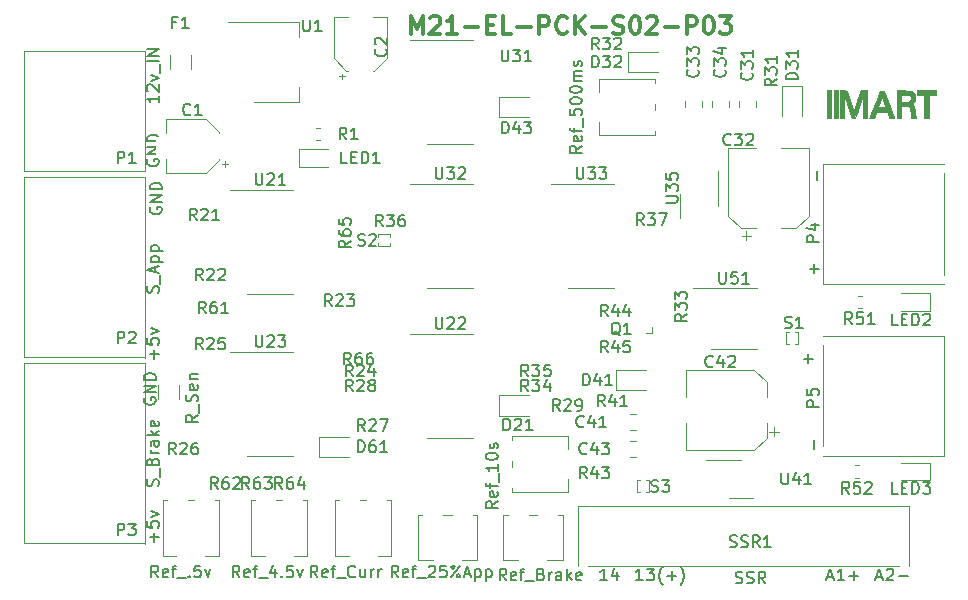
<source format=gbr>
G04 #@! TF.GenerationSoftware,KiCad,Pcbnew,(5.1.4)-1*
G04 #@! TF.CreationDate,2020-10-31T11:52:51+01:00*
G04 #@! TF.ProjectId,BSPD_v_1_0b,42535044-5f76-45f3-915f-30622e6b6963,rev?*
G04 #@! TF.SameCoordinates,Original*
G04 #@! TF.FileFunction,Legend,Top*
G04 #@! TF.FilePolarity,Positive*
%FSLAX46Y46*%
G04 Gerber Fmt 4.6, Leading zero omitted, Abs format (unit mm)*
G04 Created by KiCad (PCBNEW (5.1.4)-1) date 2020-10-31 11:52:51*
%MOMM*%
%LPD*%
G04 APERTURE LIST*
%ADD10C,0.300000*%
%ADD11C,0.010000*%
%ADD12C,0.120000*%
%ADD13C,0.150000*%
%ADD14C,0.100000*%
%ADD15C,0.400000*%
%ADD16C,1.600000*%
%ADD17C,1.900000*%
%ADD18C,1.524000*%
%ADD19R,0.400000X0.250000*%
%ADD20R,0.400000X0.700000*%
%ADD21C,1.150000*%
%ADD22R,0.600000X0.450000*%
%ADD23R,0.450000X0.600000*%
%ADD24C,1.425000*%
%ADD25C,0.950000*%
%ADD26C,0.590000*%
%ADD27R,1.300000X2.000000*%
%ADD28R,2.000000X2.000000*%
%ADD29R,1.300000X1.600000*%
%ADD30R,2.000000X1.600000*%
%ADD31R,2.000000X1.300000*%
%ADD32R,2.000000X3.800000*%
%ADD33R,2.000000X1.500000*%
%ADD34C,0.600000*%
%ADD35R,0.450000X1.450000*%
%ADD36R,1.450000X0.450000*%
G04 APERTURE END LIST*
D10*
X119596000Y-29634571D02*
X119596000Y-28134571D01*
X120096000Y-29206000D01*
X120596000Y-28134571D01*
X120596000Y-29634571D01*
X121238857Y-28277428D02*
X121310285Y-28206000D01*
X121453142Y-28134571D01*
X121810285Y-28134571D01*
X121953142Y-28206000D01*
X122024571Y-28277428D01*
X122096000Y-28420285D01*
X122096000Y-28563142D01*
X122024571Y-28777428D01*
X121167428Y-29634571D01*
X122096000Y-29634571D01*
X123524571Y-29634571D02*
X122667428Y-29634571D01*
X123096000Y-29634571D02*
X123096000Y-28134571D01*
X122953142Y-28348857D01*
X122810285Y-28491714D01*
X122667428Y-28563142D01*
X124167428Y-29063142D02*
X125310285Y-29063142D01*
X126024571Y-28848857D02*
X126524571Y-28848857D01*
X126738857Y-29634571D02*
X126024571Y-29634571D01*
X126024571Y-28134571D01*
X126738857Y-28134571D01*
X128096000Y-29634571D02*
X127381714Y-29634571D01*
X127381714Y-28134571D01*
X128596000Y-29063142D02*
X129738857Y-29063142D01*
X130453142Y-29634571D02*
X130453142Y-28134571D01*
X131024571Y-28134571D01*
X131167428Y-28206000D01*
X131238857Y-28277428D01*
X131310285Y-28420285D01*
X131310285Y-28634571D01*
X131238857Y-28777428D01*
X131167428Y-28848857D01*
X131024571Y-28920285D01*
X130453142Y-28920285D01*
X132810285Y-29491714D02*
X132738857Y-29563142D01*
X132524571Y-29634571D01*
X132381714Y-29634571D01*
X132167428Y-29563142D01*
X132024571Y-29420285D01*
X131953142Y-29277428D01*
X131881714Y-28991714D01*
X131881714Y-28777428D01*
X131953142Y-28491714D01*
X132024571Y-28348857D01*
X132167428Y-28206000D01*
X132381714Y-28134571D01*
X132524571Y-28134571D01*
X132738857Y-28206000D01*
X132810285Y-28277428D01*
X133453142Y-29634571D02*
X133453142Y-28134571D01*
X134310285Y-29634571D02*
X133667428Y-28777428D01*
X134310285Y-28134571D02*
X133453142Y-28991714D01*
X134953142Y-29063142D02*
X136096000Y-29063142D01*
X136738857Y-29563142D02*
X136953142Y-29634571D01*
X137310285Y-29634571D01*
X137453142Y-29563142D01*
X137524571Y-29491714D01*
X137596000Y-29348857D01*
X137596000Y-29206000D01*
X137524571Y-29063142D01*
X137453142Y-28991714D01*
X137310285Y-28920285D01*
X137024571Y-28848857D01*
X136881714Y-28777428D01*
X136810285Y-28706000D01*
X136738857Y-28563142D01*
X136738857Y-28420285D01*
X136810285Y-28277428D01*
X136881714Y-28206000D01*
X137024571Y-28134571D01*
X137381714Y-28134571D01*
X137596000Y-28206000D01*
X138524571Y-28134571D02*
X138667428Y-28134571D01*
X138810285Y-28206000D01*
X138881714Y-28277428D01*
X138953142Y-28420285D01*
X139024571Y-28706000D01*
X139024571Y-29063142D01*
X138953142Y-29348857D01*
X138881714Y-29491714D01*
X138810285Y-29563142D01*
X138667428Y-29634571D01*
X138524571Y-29634571D01*
X138381714Y-29563142D01*
X138310285Y-29491714D01*
X138238857Y-29348857D01*
X138167428Y-29063142D01*
X138167428Y-28706000D01*
X138238857Y-28420285D01*
X138310285Y-28277428D01*
X138381714Y-28206000D01*
X138524571Y-28134571D01*
X139596000Y-28277428D02*
X139667428Y-28206000D01*
X139810285Y-28134571D01*
X140167428Y-28134571D01*
X140310285Y-28206000D01*
X140381714Y-28277428D01*
X140453142Y-28420285D01*
X140453142Y-28563142D01*
X140381714Y-28777428D01*
X139524571Y-29634571D01*
X140453142Y-29634571D01*
X141096000Y-29063142D02*
X142238857Y-29063142D01*
X142953142Y-29634571D02*
X142953142Y-28134571D01*
X143524571Y-28134571D01*
X143667428Y-28206000D01*
X143738857Y-28277428D01*
X143810285Y-28420285D01*
X143810285Y-28634571D01*
X143738857Y-28777428D01*
X143667428Y-28848857D01*
X143524571Y-28920285D01*
X142953142Y-28920285D01*
X144738857Y-28134571D02*
X144881714Y-28134571D01*
X145024571Y-28206000D01*
X145096000Y-28277428D01*
X145167428Y-28420285D01*
X145238857Y-28706000D01*
X145238857Y-29063142D01*
X145167428Y-29348857D01*
X145096000Y-29491714D01*
X145024571Y-29563142D01*
X144881714Y-29634571D01*
X144738857Y-29634571D01*
X144596000Y-29563142D01*
X144524571Y-29491714D01*
X144453142Y-29348857D01*
X144381714Y-29063142D01*
X144381714Y-28706000D01*
X144453142Y-28420285D01*
X144524571Y-28277428D01*
X144596000Y-28206000D01*
X144738857Y-28134571D01*
X145738857Y-28134571D02*
X146667428Y-28134571D01*
X146167428Y-28706000D01*
X146381714Y-28706000D01*
X146524571Y-28777428D01*
X146596000Y-28848857D01*
X146667428Y-28991714D01*
X146667428Y-29348857D01*
X146596000Y-29491714D01*
X146524571Y-29563142D01*
X146381714Y-29634571D01*
X145953142Y-29634571D01*
X145810285Y-29563142D01*
X145738857Y-29491714D01*
D11*
G36*
X155197440Y-35195279D02*
G01*
X155197390Y-35369500D01*
X155197244Y-35538069D01*
X155197007Y-35699876D01*
X155196686Y-35853813D01*
X155196286Y-35998772D01*
X155195811Y-36133645D01*
X155195268Y-36257323D01*
X155194663Y-36368697D01*
X155194000Y-36466660D01*
X155193286Y-36550102D01*
X155192526Y-36617916D01*
X155191725Y-36668993D01*
X155190890Y-36702225D01*
X155190024Y-36716503D01*
X155189820Y-36716988D01*
X155177649Y-36716086D01*
X155148573Y-36714994D01*
X155106003Y-36713809D01*
X155053353Y-36712627D01*
X155001860Y-36711674D01*
X154821520Y-36708650D01*
X154821520Y-34417000D01*
X155197440Y-34417000D01*
X155197440Y-35195279D01*
X155197440Y-35195279D01*
G37*
X155197440Y-35195279D02*
X155197390Y-35369500D01*
X155197244Y-35538069D01*
X155197007Y-35699876D01*
X155196686Y-35853813D01*
X155196286Y-35998772D01*
X155195811Y-36133645D01*
X155195268Y-36257323D01*
X155194663Y-36368697D01*
X155194000Y-36466660D01*
X155193286Y-36550102D01*
X155192526Y-36617916D01*
X155191725Y-36668993D01*
X155190890Y-36702225D01*
X155190024Y-36716503D01*
X155189820Y-36716988D01*
X155177649Y-36716086D01*
X155148573Y-36714994D01*
X155106003Y-36713809D01*
X155053353Y-36712627D01*
X155001860Y-36711674D01*
X154821520Y-36708650D01*
X154821520Y-34417000D01*
X155197440Y-34417000D01*
X155197440Y-35195279D01*
G36*
X155768940Y-35195279D02*
G01*
X155768890Y-35369500D01*
X155768744Y-35538069D01*
X155768507Y-35699876D01*
X155768186Y-35853813D01*
X155767786Y-35998772D01*
X155767311Y-36133645D01*
X155766768Y-36257323D01*
X155766163Y-36368697D01*
X155765500Y-36466660D01*
X155764786Y-36550102D01*
X155764026Y-36617916D01*
X155763225Y-36668993D01*
X155762390Y-36702225D01*
X155761524Y-36716503D01*
X155761320Y-36716988D01*
X155749149Y-36716086D01*
X155720073Y-36714994D01*
X155677503Y-36713809D01*
X155624853Y-36712627D01*
X155573360Y-36711674D01*
X155393020Y-36708650D01*
X155393020Y-34417000D01*
X155768940Y-34417000D01*
X155768940Y-35195279D01*
X155768940Y-35195279D01*
G37*
X155768940Y-35195279D02*
X155768890Y-35369500D01*
X155768744Y-35538069D01*
X155768507Y-35699876D01*
X155768186Y-35853813D01*
X155767786Y-35998772D01*
X155767311Y-36133645D01*
X155766768Y-36257323D01*
X155766163Y-36368697D01*
X155765500Y-36466660D01*
X155764786Y-36550102D01*
X155764026Y-36617916D01*
X155763225Y-36668993D01*
X155762390Y-36702225D01*
X155761524Y-36716503D01*
X155761320Y-36716988D01*
X155749149Y-36716086D01*
X155720073Y-36714994D01*
X155677503Y-36713809D01*
X155624853Y-36712627D01*
X155573360Y-36711674D01*
X155393020Y-36708650D01*
X155393020Y-34417000D01*
X155768940Y-34417000D01*
X155768940Y-35195279D01*
G36*
X156233760Y-34416841D02*
G01*
X156519141Y-34419540D01*
X156537408Y-34475420D01*
X156546421Y-34503304D01*
X156560172Y-34546235D01*
X156577280Y-34599879D01*
X156596362Y-34659907D01*
X156613567Y-34714180D01*
X156636455Y-34786423D01*
X156661621Y-34865757D01*
X156686701Y-34944742D01*
X156709335Y-35015936D01*
X156720006Y-35049460D01*
X156740258Y-35113079D01*
X156764286Y-35188632D01*
X156789727Y-35268679D01*
X156814215Y-35345782D01*
X156826580Y-35384740D01*
X156847269Y-35449762D01*
X156868131Y-35515007D01*
X156887500Y-35575283D01*
X156903708Y-35625401D01*
X156913043Y-35653980D01*
X156930129Y-35706800D01*
X156949244Y-35767319D01*
X156966671Y-35823744D01*
X156969107Y-35831780D01*
X156983107Y-35877616D01*
X156996641Y-35921073D01*
X157007465Y-35954971D01*
X157010403Y-35963860D01*
X157024625Y-36008226D01*
X157039013Y-36056590D01*
X157052015Y-36103339D01*
X157062078Y-36142857D01*
X157067649Y-36169530D01*
X157068009Y-36172140D01*
X157075113Y-36191261D01*
X157085052Y-36197540D01*
X157095014Y-36187575D01*
X157107282Y-36158134D01*
X157121581Y-36109896D01*
X157123900Y-36101020D01*
X157132333Y-36070819D01*
X157146036Y-36025310D01*
X157165130Y-35964123D01*
X157189737Y-35886888D01*
X157219976Y-35793235D01*
X157255969Y-35682794D01*
X157297836Y-35555194D01*
X157345699Y-35410066D01*
X157399679Y-35247039D01*
X157459896Y-35065744D01*
X157526471Y-34865810D01*
X157570269Y-34734500D01*
X157595563Y-34658643D01*
X157618675Y-34589203D01*
X157638850Y-34528459D01*
X157655331Y-34478691D01*
X157667364Y-34442182D01*
X157674192Y-34421211D01*
X157675481Y-34417000D01*
X157685231Y-34416330D01*
X157712683Y-34415727D01*
X157755217Y-34415214D01*
X157810214Y-34414816D01*
X157875057Y-34414556D01*
X157947125Y-34414460D01*
X158224306Y-34414460D01*
X158219140Y-36715700D01*
X157853380Y-36715700D01*
X157851174Y-35796220D01*
X157850839Y-35660776D01*
X157850499Y-35530794D01*
X157850158Y-35407756D01*
X157849822Y-35293146D01*
X157849495Y-35188446D01*
X157849182Y-35095140D01*
X157848889Y-35014711D01*
X157848620Y-34948641D01*
X157848381Y-34898413D01*
X157848175Y-34865511D01*
X157848009Y-34851417D01*
X157848007Y-34851340D01*
X157846540Y-34842493D01*
X157842888Y-34845025D01*
X157836574Y-34860394D01*
X157827124Y-34890058D01*
X157814062Y-34935477D01*
X157796913Y-34998110D01*
X157781807Y-35054540D01*
X157772730Y-35088653D01*
X157764688Y-35118617D01*
X157757084Y-35146305D01*
X157749322Y-35173592D01*
X157740803Y-35202354D01*
X157730931Y-35234464D01*
X157719109Y-35271797D01*
X157704738Y-35316227D01*
X157687223Y-35369630D01*
X157665964Y-35433880D01*
X157640367Y-35510852D01*
X157609832Y-35602420D01*
X157573764Y-35710459D01*
X157553608Y-35770820D01*
X157519109Y-35874171D01*
X157483481Y-35980965D01*
X157447887Y-36087713D01*
X157413490Y-36190924D01*
X157381453Y-36287108D01*
X157352938Y-36372775D01*
X157329109Y-36444436D01*
X157319157Y-36474400D01*
X157237370Y-36720780D01*
X156915260Y-36720780D01*
X156899202Y-36677600D01*
X156887742Y-36645561D01*
X156870834Y-36596577D01*
X156849132Y-36532649D01*
X156823293Y-36455781D01*
X156793976Y-36367976D01*
X156761835Y-36271238D01*
X156727528Y-36167569D01*
X156691711Y-36058973D01*
X156655042Y-35947452D01*
X156618176Y-35835011D01*
X156581771Y-35723652D01*
X156546483Y-35615379D01*
X156512969Y-35512194D01*
X156481886Y-35416101D01*
X156453891Y-35329104D01*
X156429639Y-35253204D01*
X156409788Y-35190406D01*
X156394994Y-35142713D01*
X156385915Y-35112127D01*
X156385439Y-35110420D01*
X156370119Y-35055368D01*
X156356002Y-35005183D01*
X156344287Y-34964091D01*
X156336176Y-34936318D01*
X156333900Y-34928912D01*
X156328779Y-34905581D01*
X156329723Y-34891423D01*
X156328463Y-34877930D01*
X156318500Y-34856127D01*
X156316902Y-34853430D01*
X156313865Y-34849063D01*
X156311197Y-34847360D01*
X156308878Y-34849493D01*
X156306891Y-34856631D01*
X156305214Y-34869947D01*
X156303831Y-34890611D01*
X156302720Y-34919793D01*
X156301864Y-34958665D01*
X156301243Y-35008398D01*
X156300838Y-35070162D01*
X156300630Y-35145128D01*
X156300600Y-35234468D01*
X156300729Y-35339352D01*
X156300997Y-35460951D01*
X156301386Y-35600436D01*
X156301877Y-35758977D01*
X156301919Y-35772299D01*
X156304938Y-36720780D01*
X155948380Y-36720780D01*
X155948380Y-34414143D01*
X156233760Y-34416841D01*
X156233760Y-34416841D01*
G37*
X156233760Y-34416841D02*
X156519141Y-34419540D01*
X156537408Y-34475420D01*
X156546421Y-34503304D01*
X156560172Y-34546235D01*
X156577280Y-34599879D01*
X156596362Y-34659907D01*
X156613567Y-34714180D01*
X156636455Y-34786423D01*
X156661621Y-34865757D01*
X156686701Y-34944742D01*
X156709335Y-35015936D01*
X156720006Y-35049460D01*
X156740258Y-35113079D01*
X156764286Y-35188632D01*
X156789727Y-35268679D01*
X156814215Y-35345782D01*
X156826580Y-35384740D01*
X156847269Y-35449762D01*
X156868131Y-35515007D01*
X156887500Y-35575283D01*
X156903708Y-35625401D01*
X156913043Y-35653980D01*
X156930129Y-35706800D01*
X156949244Y-35767319D01*
X156966671Y-35823744D01*
X156969107Y-35831780D01*
X156983107Y-35877616D01*
X156996641Y-35921073D01*
X157007465Y-35954971D01*
X157010403Y-35963860D01*
X157024625Y-36008226D01*
X157039013Y-36056590D01*
X157052015Y-36103339D01*
X157062078Y-36142857D01*
X157067649Y-36169530D01*
X157068009Y-36172140D01*
X157075113Y-36191261D01*
X157085052Y-36197540D01*
X157095014Y-36187575D01*
X157107282Y-36158134D01*
X157121581Y-36109896D01*
X157123900Y-36101020D01*
X157132333Y-36070819D01*
X157146036Y-36025310D01*
X157165130Y-35964123D01*
X157189737Y-35886888D01*
X157219976Y-35793235D01*
X157255969Y-35682794D01*
X157297836Y-35555194D01*
X157345699Y-35410066D01*
X157399679Y-35247039D01*
X157459896Y-35065744D01*
X157526471Y-34865810D01*
X157570269Y-34734500D01*
X157595563Y-34658643D01*
X157618675Y-34589203D01*
X157638850Y-34528459D01*
X157655331Y-34478691D01*
X157667364Y-34442182D01*
X157674192Y-34421211D01*
X157675481Y-34417000D01*
X157685231Y-34416330D01*
X157712683Y-34415727D01*
X157755217Y-34415214D01*
X157810214Y-34414816D01*
X157875057Y-34414556D01*
X157947125Y-34414460D01*
X158224306Y-34414460D01*
X158219140Y-36715700D01*
X157853380Y-36715700D01*
X157851174Y-35796220D01*
X157850839Y-35660776D01*
X157850499Y-35530794D01*
X157850158Y-35407756D01*
X157849822Y-35293146D01*
X157849495Y-35188446D01*
X157849182Y-35095140D01*
X157848889Y-35014711D01*
X157848620Y-34948641D01*
X157848381Y-34898413D01*
X157848175Y-34865511D01*
X157848009Y-34851417D01*
X157848007Y-34851340D01*
X157846540Y-34842493D01*
X157842888Y-34845025D01*
X157836574Y-34860394D01*
X157827124Y-34890058D01*
X157814062Y-34935477D01*
X157796913Y-34998110D01*
X157781807Y-35054540D01*
X157772730Y-35088653D01*
X157764688Y-35118617D01*
X157757084Y-35146305D01*
X157749322Y-35173592D01*
X157740803Y-35202354D01*
X157730931Y-35234464D01*
X157719109Y-35271797D01*
X157704738Y-35316227D01*
X157687223Y-35369630D01*
X157665964Y-35433880D01*
X157640367Y-35510852D01*
X157609832Y-35602420D01*
X157573764Y-35710459D01*
X157553608Y-35770820D01*
X157519109Y-35874171D01*
X157483481Y-35980965D01*
X157447887Y-36087713D01*
X157413490Y-36190924D01*
X157381453Y-36287108D01*
X157352938Y-36372775D01*
X157329109Y-36444436D01*
X157319157Y-36474400D01*
X157237370Y-36720780D01*
X156915260Y-36720780D01*
X156899202Y-36677600D01*
X156887742Y-36645561D01*
X156870834Y-36596577D01*
X156849132Y-36532649D01*
X156823293Y-36455781D01*
X156793976Y-36367976D01*
X156761835Y-36271238D01*
X156727528Y-36167569D01*
X156691711Y-36058973D01*
X156655042Y-35947452D01*
X156618176Y-35835011D01*
X156581771Y-35723652D01*
X156546483Y-35615379D01*
X156512969Y-35512194D01*
X156481886Y-35416101D01*
X156453891Y-35329104D01*
X156429639Y-35253204D01*
X156409788Y-35190406D01*
X156394994Y-35142713D01*
X156385915Y-35112127D01*
X156385439Y-35110420D01*
X156370119Y-35055368D01*
X156356002Y-35005183D01*
X156344287Y-34964091D01*
X156336176Y-34936318D01*
X156333900Y-34928912D01*
X156328779Y-34905581D01*
X156329723Y-34891423D01*
X156328463Y-34877930D01*
X156318500Y-34856127D01*
X156316902Y-34853430D01*
X156313865Y-34849063D01*
X156311197Y-34847360D01*
X156308878Y-34849493D01*
X156306891Y-34856631D01*
X156305214Y-34869947D01*
X156303831Y-34890611D01*
X156302720Y-34919793D01*
X156301864Y-34958665D01*
X156301243Y-35008398D01*
X156300838Y-35070162D01*
X156300630Y-35145128D01*
X156300600Y-35234468D01*
X156300729Y-35339352D01*
X156300997Y-35460951D01*
X156301386Y-35600436D01*
X156301877Y-35758977D01*
X156301919Y-35772299D01*
X156304938Y-36720780D01*
X155948380Y-36720780D01*
X155948380Y-34414143D01*
X156233760Y-34416841D01*
G36*
X159755915Y-34714180D02*
G01*
X159790418Y-34802874D01*
X159828016Y-34899609D01*
X159866559Y-34998847D01*
X159903895Y-35095046D01*
X159937874Y-35182668D01*
X159963018Y-35247580D01*
X159991552Y-35321228D01*
X160020597Y-35396082D01*
X160048414Y-35467669D01*
X160073265Y-35531514D01*
X160093409Y-35583143D01*
X160101252Y-35603180D01*
X160123469Y-35660088D01*
X160147201Y-35721274D01*
X160169141Y-35778195D01*
X160181865Y-35811460D01*
X160230996Y-35940020D01*
X160279249Y-36065111D01*
X160314923Y-36156900D01*
X160364296Y-36283803D01*
X160406406Y-36392475D01*
X160441497Y-36483565D01*
X160469817Y-36557723D01*
X160491612Y-36615599D01*
X160507128Y-36657841D01*
X160516611Y-36685100D01*
X160520308Y-36698025D01*
X160520380Y-36698808D01*
X160514028Y-36703128D01*
X160493948Y-36706379D01*
X160458601Y-36708648D01*
X160406448Y-36710024D01*
X160335950Y-36710593D01*
X160313032Y-36710620D01*
X160105685Y-36710620D01*
X160085371Y-36652200D01*
X160076197Y-36626434D01*
X160061791Y-36586710D01*
X160043546Y-36536795D01*
X160022851Y-36480453D01*
X160001097Y-36421451D01*
X159979674Y-36363555D01*
X159959973Y-36310530D01*
X159943383Y-36266142D01*
X159931295Y-36234157D01*
X159925909Y-36220296D01*
X159923157Y-36216035D01*
X159917479Y-36212529D01*
X159907099Y-36209718D01*
X159890239Y-36207545D01*
X159865124Y-36205949D01*
X159829975Y-36204872D01*
X159783017Y-36204255D01*
X159722473Y-36204038D01*
X159646566Y-36204164D01*
X159553519Y-36204572D01*
X159466779Y-36205056D01*
X159014873Y-36207700D01*
X158959186Y-36355020D01*
X158936618Y-36414903D01*
X158913550Y-36476423D01*
X158892344Y-36533263D01*
X158875359Y-36579111D01*
X158871834Y-36588700D01*
X158855852Y-36633249D01*
X158843027Y-36666531D01*
X158830243Y-36690177D01*
X158814384Y-36705815D01*
X158792336Y-36715075D01*
X158760983Y-36719586D01*
X158717209Y-36720977D01*
X158657899Y-36720879D01*
X158619291Y-36720780D01*
X158550628Y-36720537D01*
X158499863Y-36719690D01*
X158464577Y-36718061D01*
X158442353Y-36715472D01*
X158430774Y-36711745D01*
X158427420Y-36706701D01*
X158427420Y-36706655D01*
X158431000Y-36692732D01*
X158440783Y-36663767D01*
X158455329Y-36623547D01*
X158473199Y-36575858D01*
X158492955Y-36524489D01*
X158513159Y-36473225D01*
X158532370Y-36425853D01*
X158549151Y-36386159D01*
X158549439Y-36385500D01*
X158558015Y-36364956D01*
X158572958Y-36328170D01*
X158593201Y-36277807D01*
X158617677Y-36216536D01*
X158645319Y-36147025D01*
X158675061Y-36071942D01*
X158691665Y-36029900D01*
X158722093Y-35952913D01*
X158750991Y-35880055D01*
X158770211Y-35831780D01*
X159159047Y-35831780D01*
X159169078Y-35834904D01*
X159198912Y-35837297D01*
X159248044Y-35838944D01*
X159315970Y-35839833D01*
X159402187Y-35839952D01*
X159471357Y-35839584D01*
X159559359Y-35838856D01*
X159629129Y-35838055D01*
X159682754Y-35837045D01*
X159722321Y-35835690D01*
X159749919Y-35833853D01*
X159767634Y-35831398D01*
X159777554Y-35828189D01*
X159781767Y-35824089D01*
X159782386Y-35819264D01*
X159778848Y-35805571D01*
X159769806Y-35776413D01*
X159756516Y-35735485D01*
X159740233Y-35686485D01*
X159722215Y-35633108D01*
X159703717Y-35579051D01*
X159685994Y-35528012D01*
X159670304Y-35483685D01*
X159657903Y-35449769D01*
X159650268Y-35430460D01*
X159642798Y-35410328D01*
X159641168Y-35404318D01*
X159637201Y-35391182D01*
X159627945Y-35362600D01*
X159614647Y-35322367D01*
X159598554Y-35274276D01*
X159592731Y-35256998D01*
X159569362Y-35186187D01*
X159547276Y-35116311D01*
X159527516Y-35050927D01*
X159511126Y-34993588D01*
X159499149Y-34947852D01*
X159492628Y-34917272D01*
X159492214Y-34914437D01*
X159487422Y-34895511D01*
X159480024Y-34893628D01*
X159469689Y-34909410D01*
X159456084Y-34943477D01*
X159438879Y-34996453D01*
X159426919Y-35036776D01*
X159414388Y-35079523D01*
X159402026Y-35120275D01*
X159388952Y-35161609D01*
X159374283Y-35206101D01*
X159357139Y-35256328D01*
X159336637Y-35314867D01*
X159311895Y-35384294D01*
X159282032Y-35467187D01*
X159246165Y-35566123D01*
X159239322Y-35584958D01*
X159208894Y-35669922D01*
X159185537Y-35737869D01*
X159169412Y-35788302D01*
X159160681Y-35820727D01*
X159159047Y-35831780D01*
X158770211Y-35831780D01*
X158777294Y-35813991D01*
X158799935Y-35757391D01*
X158817850Y-35712921D01*
X158829972Y-35683249D01*
X158833743Y-35674300D01*
X158841943Y-35654596D01*
X158856661Y-35618408D01*
X158876929Y-35568141D01*
X158901783Y-35506203D01*
X158930256Y-35435001D01*
X158961383Y-35356942D01*
X158994198Y-35274434D01*
X158996793Y-35267900D01*
X159029778Y-35184890D01*
X159061198Y-35105916D01*
X159090077Y-35033424D01*
X159115437Y-34969865D01*
X159136302Y-34917685D01*
X159151695Y-34879333D01*
X159160639Y-34857257D01*
X159160984Y-34856420D01*
X159171288Y-34831203D01*
X159187603Y-34790986D01*
X159208369Y-34739626D01*
X159232026Y-34680981D01*
X159257016Y-34618907D01*
X159259560Y-34612580D01*
X159337178Y-34419540D01*
X159641235Y-34419540D01*
X159755915Y-34714180D01*
X159755915Y-34714180D01*
G37*
X159755915Y-34714180D02*
X159790418Y-34802874D01*
X159828016Y-34899609D01*
X159866559Y-34998847D01*
X159903895Y-35095046D01*
X159937874Y-35182668D01*
X159963018Y-35247580D01*
X159991552Y-35321228D01*
X160020597Y-35396082D01*
X160048414Y-35467669D01*
X160073265Y-35531514D01*
X160093409Y-35583143D01*
X160101252Y-35603180D01*
X160123469Y-35660088D01*
X160147201Y-35721274D01*
X160169141Y-35778195D01*
X160181865Y-35811460D01*
X160230996Y-35940020D01*
X160279249Y-36065111D01*
X160314923Y-36156900D01*
X160364296Y-36283803D01*
X160406406Y-36392475D01*
X160441497Y-36483565D01*
X160469817Y-36557723D01*
X160491612Y-36615599D01*
X160507128Y-36657841D01*
X160516611Y-36685100D01*
X160520308Y-36698025D01*
X160520380Y-36698808D01*
X160514028Y-36703128D01*
X160493948Y-36706379D01*
X160458601Y-36708648D01*
X160406448Y-36710024D01*
X160335950Y-36710593D01*
X160313032Y-36710620D01*
X160105685Y-36710620D01*
X160085371Y-36652200D01*
X160076197Y-36626434D01*
X160061791Y-36586710D01*
X160043546Y-36536795D01*
X160022851Y-36480453D01*
X160001097Y-36421451D01*
X159979674Y-36363555D01*
X159959973Y-36310530D01*
X159943383Y-36266142D01*
X159931295Y-36234157D01*
X159925909Y-36220296D01*
X159923157Y-36216035D01*
X159917479Y-36212529D01*
X159907099Y-36209718D01*
X159890239Y-36207545D01*
X159865124Y-36205949D01*
X159829975Y-36204872D01*
X159783017Y-36204255D01*
X159722473Y-36204038D01*
X159646566Y-36204164D01*
X159553519Y-36204572D01*
X159466779Y-36205056D01*
X159014873Y-36207700D01*
X158959186Y-36355020D01*
X158936618Y-36414903D01*
X158913550Y-36476423D01*
X158892344Y-36533263D01*
X158875359Y-36579111D01*
X158871834Y-36588700D01*
X158855852Y-36633249D01*
X158843027Y-36666531D01*
X158830243Y-36690177D01*
X158814384Y-36705815D01*
X158792336Y-36715075D01*
X158760983Y-36719586D01*
X158717209Y-36720977D01*
X158657899Y-36720879D01*
X158619291Y-36720780D01*
X158550628Y-36720537D01*
X158499863Y-36719690D01*
X158464577Y-36718061D01*
X158442353Y-36715472D01*
X158430774Y-36711745D01*
X158427420Y-36706701D01*
X158427420Y-36706655D01*
X158431000Y-36692732D01*
X158440783Y-36663767D01*
X158455329Y-36623547D01*
X158473199Y-36575858D01*
X158492955Y-36524489D01*
X158513159Y-36473225D01*
X158532370Y-36425853D01*
X158549151Y-36386159D01*
X158549439Y-36385500D01*
X158558015Y-36364956D01*
X158572958Y-36328170D01*
X158593201Y-36277807D01*
X158617677Y-36216536D01*
X158645319Y-36147025D01*
X158675061Y-36071942D01*
X158691665Y-36029900D01*
X158722093Y-35952913D01*
X158750991Y-35880055D01*
X158770211Y-35831780D01*
X159159047Y-35831780D01*
X159169078Y-35834904D01*
X159198912Y-35837297D01*
X159248044Y-35838944D01*
X159315970Y-35839833D01*
X159402187Y-35839952D01*
X159471357Y-35839584D01*
X159559359Y-35838856D01*
X159629129Y-35838055D01*
X159682754Y-35837045D01*
X159722321Y-35835690D01*
X159749919Y-35833853D01*
X159767634Y-35831398D01*
X159777554Y-35828189D01*
X159781767Y-35824089D01*
X159782386Y-35819264D01*
X159778848Y-35805571D01*
X159769806Y-35776413D01*
X159756516Y-35735485D01*
X159740233Y-35686485D01*
X159722215Y-35633108D01*
X159703717Y-35579051D01*
X159685994Y-35528012D01*
X159670304Y-35483685D01*
X159657903Y-35449769D01*
X159650268Y-35430460D01*
X159642798Y-35410328D01*
X159641168Y-35404318D01*
X159637201Y-35391182D01*
X159627945Y-35362600D01*
X159614647Y-35322367D01*
X159598554Y-35274276D01*
X159592731Y-35256998D01*
X159569362Y-35186187D01*
X159547276Y-35116311D01*
X159527516Y-35050927D01*
X159511126Y-34993588D01*
X159499149Y-34947852D01*
X159492628Y-34917272D01*
X159492214Y-34914437D01*
X159487422Y-34895511D01*
X159480024Y-34893628D01*
X159469689Y-34909410D01*
X159456084Y-34943477D01*
X159438879Y-34996453D01*
X159426919Y-35036776D01*
X159414388Y-35079523D01*
X159402026Y-35120275D01*
X159388952Y-35161609D01*
X159374283Y-35206101D01*
X159357139Y-35256328D01*
X159336637Y-35314867D01*
X159311895Y-35384294D01*
X159282032Y-35467187D01*
X159246165Y-35566123D01*
X159239322Y-35584958D01*
X159208894Y-35669922D01*
X159185537Y-35737869D01*
X159169412Y-35788302D01*
X159160681Y-35820727D01*
X159159047Y-35831780D01*
X158770211Y-35831780D01*
X158777294Y-35813991D01*
X158799935Y-35757391D01*
X158817850Y-35712921D01*
X158829972Y-35683249D01*
X158833743Y-35674300D01*
X158841943Y-35654596D01*
X158856661Y-35618408D01*
X158876929Y-35568141D01*
X158901783Y-35506203D01*
X158930256Y-35435001D01*
X158961383Y-35356942D01*
X158994198Y-35274434D01*
X158996793Y-35267900D01*
X159029778Y-35184890D01*
X159061198Y-35105916D01*
X159090077Y-35033424D01*
X159115437Y-34969865D01*
X159136302Y-34917685D01*
X159151695Y-34879333D01*
X159160639Y-34857257D01*
X159160984Y-34856420D01*
X159171288Y-34831203D01*
X159187603Y-34790986D01*
X159208369Y-34739626D01*
X159232026Y-34680981D01*
X159257016Y-34618907D01*
X159259560Y-34612580D01*
X159337178Y-34419540D01*
X159641235Y-34419540D01*
X159755915Y-34714180D01*
G36*
X161284920Y-34416902D02*
G01*
X161408115Y-34417705D01*
X161512727Y-34418540D01*
X161600494Y-34419466D01*
X161673152Y-34420542D01*
X161732438Y-34421826D01*
X161780089Y-34423376D01*
X161817843Y-34425252D01*
X161847437Y-34427513D01*
X161870607Y-34430216D01*
X161889091Y-34433421D01*
X161904626Y-34437186D01*
X161907220Y-34437921D01*
X162009835Y-34476260D01*
X162096898Y-34527532D01*
X162168489Y-34591853D01*
X162224690Y-34669340D01*
X162265583Y-34760109D01*
X162291247Y-34864277D01*
X162301764Y-34981959D01*
X162302053Y-35003740D01*
X162299523Y-35084624D01*
X162290506Y-35152868D01*
X162273633Y-35215498D01*
X162248731Y-35276947D01*
X162212416Y-35343108D01*
X162167577Y-35405062D01*
X162117945Y-35458616D01*
X162067253Y-35499578D01*
X162034033Y-35518122D01*
X162009331Y-35531394D01*
X161995016Y-35543677D01*
X161993580Y-35547300D01*
X162002040Y-35558056D01*
X162023234Y-35571380D01*
X162032611Y-35575850D01*
X162075625Y-35603092D01*
X162118148Y-35644511D01*
X162154847Y-35694545D01*
X162166589Y-35715507D01*
X162183197Y-35749925D01*
X162197325Y-35784257D01*
X162209496Y-35821091D01*
X162220231Y-35863016D01*
X162230051Y-35912620D01*
X162239479Y-35972492D01*
X162249035Y-36045221D01*
X162259242Y-36133395D01*
X162268916Y-36223348D01*
X162274127Y-36265687D01*
X162282206Y-36322536D01*
X162292321Y-36388425D01*
X162303636Y-36457886D01*
X162313090Y-36512908D01*
X162323414Y-36573114D01*
X162331993Y-36626427D01*
X162338356Y-36669636D01*
X162342033Y-36699531D01*
X162342553Y-36712903D01*
X162342446Y-36713160D01*
X162331299Y-36715570D01*
X162303102Y-36717667D01*
X162261125Y-36719321D01*
X162208637Y-36720401D01*
X162150141Y-36720780D01*
X162079367Y-36720414D01*
X162026876Y-36719226D01*
X161990643Y-36717084D01*
X161968642Y-36713853D01*
X161958847Y-36709399D01*
X161958069Y-36708080D01*
X161954849Y-36692026D01*
X161949877Y-36658673D01*
X161943514Y-36610933D01*
X161936118Y-36551718D01*
X161928048Y-36483940D01*
X161919661Y-36410509D01*
X161911318Y-36334337D01*
X161907058Y-36294060D01*
X161900476Y-36231089D01*
X161893603Y-36165486D01*
X161887210Y-36104605D01*
X161882070Y-36055803D01*
X161881630Y-36051647D01*
X161868566Y-35959860D01*
X161850425Y-35886415D01*
X161826624Y-35829832D01*
X161796576Y-35788635D01*
X161768522Y-35766290D01*
X161742547Y-35753668D01*
X161709336Y-35743730D01*
X161666736Y-35736276D01*
X161612592Y-35731101D01*
X161544753Y-35728005D01*
X161461066Y-35726784D01*
X161359377Y-35727237D01*
X161353500Y-35727304D01*
X161104580Y-35730180D01*
X161094420Y-36715700D01*
X160915999Y-36718466D01*
X160857725Y-36718983D01*
X160806617Y-36718704D01*
X160766092Y-36717706D01*
X160739565Y-36716067D01*
X160730579Y-36714233D01*
X160729658Y-36703352D01*
X160728773Y-36673441D01*
X160727930Y-36625792D01*
X160727139Y-36561695D01*
X160726406Y-36482442D01*
X160725741Y-36389321D01*
X160725149Y-36283625D01*
X160724641Y-36166644D01*
X160724222Y-36039669D01*
X160723902Y-35903990D01*
X160723687Y-35760898D01*
X160723586Y-35611684D01*
X160723580Y-35560367D01*
X160723580Y-35209561D01*
X161101226Y-35209561D01*
X161101502Y-35267233D01*
X161102144Y-35312980D01*
X161103127Y-35344008D01*
X161104425Y-35357521D01*
X161104428Y-35357529D01*
X161109177Y-35361464D01*
X161121333Y-35364490D01*
X161142837Y-35366669D01*
X161175630Y-35368060D01*
X161221654Y-35368724D01*
X161282848Y-35368722D01*
X161361155Y-35368114D01*
X161422099Y-35367423D01*
X161512150Y-35366195D01*
X161584274Y-35364866D01*
X161640864Y-35363286D01*
X161684312Y-35361307D01*
X161717013Y-35358779D01*
X161741358Y-35355553D01*
X161759741Y-35351481D01*
X161774554Y-35346414D01*
X161777204Y-35345309D01*
X161821186Y-35317283D01*
X161861519Y-35275055D01*
X161893265Y-35224700D01*
X161909082Y-35182962D01*
X161919171Y-35124878D01*
X161921545Y-35063122D01*
X161916740Y-35003083D01*
X161905291Y-34950148D01*
X161887735Y-34909708D01*
X161880990Y-34900375D01*
X161858080Y-34872924D01*
X161838456Y-34850726D01*
X161819724Y-34833223D01*
X161799487Y-34819860D01*
X161775353Y-34810079D01*
X161744927Y-34803324D01*
X161705814Y-34799039D01*
X161655620Y-34796666D01*
X161591951Y-34795649D01*
X161512412Y-34795432D01*
X161429700Y-34795460D01*
X161104580Y-34795460D01*
X161101869Y-35069628D01*
X161101340Y-35142761D01*
X161101226Y-35209561D01*
X160723580Y-35209561D01*
X160723580Y-34413500D01*
X161284920Y-34416902D01*
X161284920Y-34416902D01*
G37*
X161284920Y-34416902D02*
X161408115Y-34417705D01*
X161512727Y-34418540D01*
X161600494Y-34419466D01*
X161673152Y-34420542D01*
X161732438Y-34421826D01*
X161780089Y-34423376D01*
X161817843Y-34425252D01*
X161847437Y-34427513D01*
X161870607Y-34430216D01*
X161889091Y-34433421D01*
X161904626Y-34437186D01*
X161907220Y-34437921D01*
X162009835Y-34476260D01*
X162096898Y-34527532D01*
X162168489Y-34591853D01*
X162224690Y-34669340D01*
X162265583Y-34760109D01*
X162291247Y-34864277D01*
X162301764Y-34981959D01*
X162302053Y-35003740D01*
X162299523Y-35084624D01*
X162290506Y-35152868D01*
X162273633Y-35215498D01*
X162248731Y-35276947D01*
X162212416Y-35343108D01*
X162167577Y-35405062D01*
X162117945Y-35458616D01*
X162067253Y-35499578D01*
X162034033Y-35518122D01*
X162009331Y-35531394D01*
X161995016Y-35543677D01*
X161993580Y-35547300D01*
X162002040Y-35558056D01*
X162023234Y-35571380D01*
X162032611Y-35575850D01*
X162075625Y-35603092D01*
X162118148Y-35644511D01*
X162154847Y-35694545D01*
X162166589Y-35715507D01*
X162183197Y-35749925D01*
X162197325Y-35784257D01*
X162209496Y-35821091D01*
X162220231Y-35863016D01*
X162230051Y-35912620D01*
X162239479Y-35972492D01*
X162249035Y-36045221D01*
X162259242Y-36133395D01*
X162268916Y-36223348D01*
X162274127Y-36265687D01*
X162282206Y-36322536D01*
X162292321Y-36388425D01*
X162303636Y-36457886D01*
X162313090Y-36512908D01*
X162323414Y-36573114D01*
X162331993Y-36626427D01*
X162338356Y-36669636D01*
X162342033Y-36699531D01*
X162342553Y-36712903D01*
X162342446Y-36713160D01*
X162331299Y-36715570D01*
X162303102Y-36717667D01*
X162261125Y-36719321D01*
X162208637Y-36720401D01*
X162150141Y-36720780D01*
X162079367Y-36720414D01*
X162026876Y-36719226D01*
X161990643Y-36717084D01*
X161968642Y-36713853D01*
X161958847Y-36709399D01*
X161958069Y-36708080D01*
X161954849Y-36692026D01*
X161949877Y-36658673D01*
X161943514Y-36610933D01*
X161936118Y-36551718D01*
X161928048Y-36483940D01*
X161919661Y-36410509D01*
X161911318Y-36334337D01*
X161907058Y-36294060D01*
X161900476Y-36231089D01*
X161893603Y-36165486D01*
X161887210Y-36104605D01*
X161882070Y-36055803D01*
X161881630Y-36051647D01*
X161868566Y-35959860D01*
X161850425Y-35886415D01*
X161826624Y-35829832D01*
X161796576Y-35788635D01*
X161768522Y-35766290D01*
X161742547Y-35753668D01*
X161709336Y-35743730D01*
X161666736Y-35736276D01*
X161612592Y-35731101D01*
X161544753Y-35728005D01*
X161461066Y-35726784D01*
X161359377Y-35727237D01*
X161353500Y-35727304D01*
X161104580Y-35730180D01*
X161094420Y-36715700D01*
X160915999Y-36718466D01*
X160857725Y-36718983D01*
X160806617Y-36718704D01*
X160766092Y-36717706D01*
X160739565Y-36716067D01*
X160730579Y-36714233D01*
X160729658Y-36703352D01*
X160728773Y-36673441D01*
X160727930Y-36625792D01*
X160727139Y-36561695D01*
X160726406Y-36482442D01*
X160725741Y-36389321D01*
X160725149Y-36283625D01*
X160724641Y-36166644D01*
X160724222Y-36039669D01*
X160723902Y-35903990D01*
X160723687Y-35760898D01*
X160723586Y-35611684D01*
X160723580Y-35560367D01*
X160723580Y-35209561D01*
X161101226Y-35209561D01*
X161101502Y-35267233D01*
X161102144Y-35312980D01*
X161103127Y-35344008D01*
X161104425Y-35357521D01*
X161104428Y-35357529D01*
X161109177Y-35361464D01*
X161121333Y-35364490D01*
X161142837Y-35366669D01*
X161175630Y-35368060D01*
X161221654Y-35368724D01*
X161282848Y-35368722D01*
X161361155Y-35368114D01*
X161422099Y-35367423D01*
X161512150Y-35366195D01*
X161584274Y-35364866D01*
X161640864Y-35363286D01*
X161684312Y-35361307D01*
X161717013Y-35358779D01*
X161741358Y-35355553D01*
X161759741Y-35351481D01*
X161774554Y-35346414D01*
X161777204Y-35345309D01*
X161821186Y-35317283D01*
X161861519Y-35275055D01*
X161893265Y-35224700D01*
X161909082Y-35182962D01*
X161919171Y-35124878D01*
X161921545Y-35063122D01*
X161916740Y-35003083D01*
X161905291Y-34950148D01*
X161887735Y-34909708D01*
X161880990Y-34900375D01*
X161858080Y-34872924D01*
X161838456Y-34850726D01*
X161819724Y-34833223D01*
X161799487Y-34819860D01*
X161775353Y-34810079D01*
X161744927Y-34803324D01*
X161705814Y-34799039D01*
X161655620Y-34796666D01*
X161591951Y-34795649D01*
X161512412Y-34795432D01*
X161429700Y-34795460D01*
X161104580Y-34795460D01*
X161101869Y-35069628D01*
X161101340Y-35142761D01*
X161101226Y-35209561D01*
X160723580Y-35209561D01*
X160723580Y-34413500D01*
X161284920Y-34416902D01*
G36*
X164096700Y-34790094D02*
G01*
X163451540Y-34795460D01*
X163446356Y-36720780D01*
X163080700Y-36720780D01*
X163080700Y-35771650D01*
X163080635Y-35634268D01*
X163080447Y-35502513D01*
X163080145Y-35377823D01*
X163079737Y-35261638D01*
X163079234Y-35155398D01*
X163078645Y-35060541D01*
X163077978Y-34978507D01*
X163077243Y-34910735D01*
X163076449Y-34858665D01*
X163075606Y-34823736D01*
X163074722Y-34807386D01*
X163074532Y-34806450D01*
X163070892Y-34801927D01*
X163062440Y-34798327D01*
X163047102Y-34795550D01*
X163022804Y-34793491D01*
X162987471Y-34792050D01*
X162939029Y-34791122D01*
X162875402Y-34790606D01*
X162794517Y-34790399D01*
X162749412Y-34790380D01*
X162430460Y-34790380D01*
X162430460Y-34414460D01*
X164096700Y-34414460D01*
X164096700Y-34790094D01*
X164096700Y-34790094D01*
G37*
X164096700Y-34790094D02*
X163451540Y-34795460D01*
X163446356Y-36720780D01*
X163080700Y-36720780D01*
X163080700Y-35771650D01*
X163080635Y-35634268D01*
X163080447Y-35502513D01*
X163080145Y-35377823D01*
X163079737Y-35261638D01*
X163079234Y-35155398D01*
X163078645Y-35060541D01*
X163077978Y-34978507D01*
X163077243Y-34910735D01*
X163076449Y-34858665D01*
X163075606Y-34823736D01*
X163074722Y-34807386D01*
X163074532Y-34806450D01*
X163070892Y-34801927D01*
X163062440Y-34798327D01*
X163047102Y-34795550D01*
X163022804Y-34793491D01*
X162987471Y-34792050D01*
X162939029Y-34791122D01*
X162875402Y-34790606D01*
X162794517Y-34790399D01*
X162749412Y-34790380D01*
X162430460Y-34790380D01*
X162430460Y-34414460D01*
X164096700Y-34414460D01*
X164096700Y-34790094D01*
D12*
X117856000Y-47561500D02*
X117856000Y-47307500D01*
X117856000Y-46545500D02*
X117856000Y-46799500D01*
X116840000Y-46545500D02*
X116840000Y-46799500D01*
X116840000Y-47561500D02*
X116840000Y-47307500D01*
X117856000Y-47561500D02*
X116840000Y-47561500D01*
X116840000Y-46545500D02*
X117856000Y-46545500D01*
X139763500Y-67373500D02*
X139509500Y-67373500D01*
X138747500Y-67373500D02*
X139001500Y-67373500D01*
X138747500Y-68389500D02*
X139001500Y-68389500D01*
X139763500Y-68389500D02*
X139509500Y-68389500D01*
X139763500Y-67373500D02*
X139763500Y-68389500D01*
X138747500Y-68389500D02*
X138747500Y-67373500D01*
X152336500Y-54864000D02*
X152082500Y-54864000D01*
X151320500Y-54864000D02*
X151574500Y-54864000D01*
X151320500Y-55880000D02*
X151574500Y-55880000D01*
X152336500Y-55880000D02*
X152082500Y-55880000D01*
X152336500Y-54864000D02*
X152336500Y-55880000D01*
X151320500Y-55880000D02*
X151320500Y-54864000D01*
X113506000Y-33230000D02*
X114006000Y-33230000D01*
X113756000Y-33480000D02*
X113756000Y-32980000D01*
X116511563Y-32740000D02*
X117576000Y-31675563D01*
X114120437Y-32740000D02*
X113056000Y-31675563D01*
X114120437Y-32740000D02*
X114256000Y-32740000D01*
X116511563Y-32740000D02*
X116376000Y-32740000D01*
X117576000Y-31675563D02*
X117576000Y-28220000D01*
X113056000Y-31675563D02*
X113056000Y-28220000D01*
X113056000Y-28220000D02*
X114256000Y-28220000D01*
X117576000Y-28220000D02*
X116376000Y-28220000D01*
X154514000Y-56007000D02*
X154514000Y-64516000D01*
X164764000Y-55245000D02*
X164764000Y-65405000D01*
X164764000Y-55245000D02*
X154514000Y-55245000D01*
X164764000Y-65405000D02*
X154514000Y-65405000D01*
X154514000Y-40640000D02*
X164764000Y-40640000D01*
X154514000Y-50800000D02*
X164764000Y-50800000D01*
X154514000Y-50800000D02*
X154514000Y-40640000D01*
X164764000Y-50038000D02*
X164764000Y-41402000D01*
X86823000Y-31115000D02*
X97073000Y-31115000D01*
X86823000Y-41275000D02*
X97073000Y-41275000D01*
X86823000Y-41275000D02*
X86823000Y-31115000D01*
X97073000Y-41275000D02*
X97073000Y-31115000D01*
X97073000Y-57028000D02*
X97073000Y-41783000D01*
X86823000Y-57023000D02*
X86823000Y-41783000D01*
X86823000Y-57023000D02*
X97073000Y-57023000D01*
X86823000Y-41783000D02*
X97073000Y-41783000D01*
X86823000Y-57531000D02*
X97073000Y-57531000D01*
X86823000Y-72771000D02*
X97073000Y-72771000D01*
X86823000Y-72771000D02*
X86823000Y-57531000D01*
X97073000Y-72776000D02*
X97073000Y-57531000D01*
X133736000Y-69636000D02*
X133736000Y-74636000D01*
X161736000Y-69636000D02*
X161736000Y-74636000D01*
X133736000Y-69636000D02*
X161736000Y-69636000D01*
X134620000Y-74714100D02*
X160909000Y-74714100D01*
X140019000Y-54983000D02*
X140019000Y-54483000D01*
X139519000Y-54983000D02*
X140019000Y-54983000D01*
X98832000Y-36856000D02*
X98832000Y-38056000D01*
X98832000Y-41376000D02*
X98832000Y-40176000D01*
X102287563Y-41376000D02*
X98832000Y-41376000D01*
X102287563Y-36856000D02*
X98832000Y-36856000D01*
X103352000Y-37920437D02*
X103352000Y-38056000D01*
X103352000Y-40311563D02*
X103352000Y-40176000D01*
X103352000Y-40311563D02*
X102287563Y-41376000D01*
X103352000Y-37920437D02*
X102287563Y-36856000D01*
X104092000Y-40676000D02*
X103592000Y-40676000D01*
X103842000Y-40926000D02*
X103842000Y-40426000D01*
X148792000Y-35821252D02*
X148792000Y-35298748D01*
X147372000Y-35821252D02*
X147372000Y-35298748D01*
X147618750Y-46715750D02*
X148406250Y-46715750D01*
X148012500Y-47109500D02*
X148012500Y-46322000D01*
X152205563Y-46082000D02*
X153270000Y-45017563D01*
X147514437Y-46082000D02*
X146450000Y-45017563D01*
X147514437Y-46082000D02*
X148800000Y-46082000D01*
X152205563Y-46082000D02*
X150920000Y-46082000D01*
X153270000Y-45017563D02*
X153270000Y-39262000D01*
X146450000Y-45017563D02*
X146450000Y-39262000D01*
X146450000Y-39262000D02*
X148800000Y-39262000D01*
X153270000Y-39262000D02*
X150920000Y-39262000D01*
X142800000Y-35821252D02*
X142800000Y-35298748D01*
X144220000Y-35821252D02*
X144220000Y-35298748D01*
X145086000Y-35298748D02*
X145086000Y-35821252D01*
X146506000Y-35298748D02*
X146506000Y-35821252D01*
X138691252Y-63194000D02*
X138168748Y-63194000D01*
X138691252Y-61774000D02*
X138168748Y-61774000D01*
X142894000Y-58058000D02*
X142894000Y-60408000D01*
X142894000Y-64878000D02*
X142894000Y-62528000D01*
X148649563Y-64878000D02*
X142894000Y-64878000D01*
X148649563Y-58058000D02*
X142894000Y-58058000D01*
X149714000Y-59122437D02*
X149714000Y-60408000D01*
X149714000Y-63813563D02*
X149714000Y-62528000D01*
X149714000Y-63813563D02*
X148649563Y-64878000D01*
X149714000Y-59122437D02*
X148649563Y-58058000D01*
X150741500Y-63315500D02*
X149954000Y-63315500D01*
X150347750Y-63709250D02*
X150347750Y-62921750D01*
X138168748Y-65480000D02*
X138691252Y-65480000D01*
X138168748Y-64060000D02*
X138691252Y-64060000D01*
X127024000Y-60237000D02*
X127024000Y-61937000D01*
X127024000Y-61937000D02*
X129574000Y-61937000D01*
X127024000Y-60237000D02*
X129574000Y-60237000D01*
X152742000Y-34060000D02*
X152742000Y-36610000D01*
X151042000Y-34060000D02*
X151042000Y-36610000D01*
X152742000Y-34060000D02*
X151042000Y-34060000D01*
X137946000Y-31154000D02*
X140496000Y-31154000D01*
X137946000Y-32854000D02*
X140496000Y-32854000D01*
X137946000Y-31154000D02*
X137946000Y-32854000D01*
X136930000Y-58078000D02*
X136930000Y-59778000D01*
X136930000Y-59778000D02*
X139480000Y-59778000D01*
X136930000Y-58078000D02*
X139480000Y-58078000D01*
X127024000Y-34964000D02*
X127024000Y-36664000D01*
X127024000Y-36664000D02*
X129574000Y-36664000D01*
X127024000Y-34964000D02*
X129574000Y-34964000D01*
X111784000Y-63729500D02*
X114334000Y-63729500D01*
X111784000Y-65429500D02*
X114334000Y-65429500D01*
X111784000Y-63729500D02*
X111784000Y-65429500D01*
X99166000Y-32606064D02*
X99166000Y-31401936D01*
X100986000Y-32606064D02*
X100986000Y-31401936D01*
X112560000Y-39397000D02*
X110100000Y-39397000D01*
X110100000Y-39397000D02*
X110100000Y-40867000D01*
X110100000Y-40867000D02*
X112560000Y-40867000D01*
X163585000Y-51589000D02*
X161125000Y-51589000D01*
X163585000Y-53059000D02*
X163585000Y-51589000D01*
X161125000Y-53059000D02*
X163585000Y-53059000D01*
X161125000Y-67410000D02*
X163585000Y-67410000D01*
X163585000Y-67410000D02*
X163585000Y-65940000D01*
X163585000Y-65940000D02*
X161125000Y-65940000D01*
X111931267Y-38610000D02*
X111588733Y-38610000D01*
X111931267Y-37590000D02*
X111588733Y-37590000D01*
X157778267Y-52834000D02*
X157435733Y-52834000D01*
X157778267Y-51814000D02*
X157435733Y-51814000D01*
X157524267Y-66165000D02*
X157181733Y-66165000D01*
X157524267Y-67185000D02*
X157181733Y-67185000D01*
X110498000Y-69131000D02*
X110828000Y-69131000D01*
X106088000Y-69131000D02*
X106419000Y-69131000D01*
X108199000Y-69131000D02*
X108718000Y-69131000D01*
X106088000Y-73871000D02*
X107218000Y-73871000D01*
X109698000Y-73871000D02*
X110828000Y-73871000D01*
X106088000Y-69131000D02*
X106088000Y-73871000D01*
X110828000Y-69131000D02*
X110828000Y-73871000D01*
X103005000Y-69131000D02*
X103335000Y-69131000D01*
X98595000Y-69131000D02*
X98926000Y-69131000D01*
X100706000Y-69131000D02*
X101225000Y-69131000D01*
X98595000Y-73871000D02*
X99725000Y-73871000D01*
X102205000Y-73871000D02*
X103335000Y-73871000D01*
X98595000Y-69131000D02*
X98595000Y-73871000D01*
X103335000Y-69131000D02*
X103335000Y-73871000D01*
X125202000Y-70393000D02*
X125202000Y-74133000D01*
X120162000Y-70393000D02*
X120162000Y-74133000D01*
X123922000Y-74133000D02*
X125202000Y-74133000D01*
X120162000Y-74133000D02*
X121442000Y-74133000D01*
X122322000Y-70393000D02*
X123042000Y-70393000D01*
X120162000Y-70393000D02*
X120542000Y-70393000D01*
X124822000Y-70393000D02*
X125202000Y-70393000D01*
X132061000Y-70393000D02*
X132441000Y-70393000D01*
X127401000Y-70393000D02*
X127781000Y-70393000D01*
X129561000Y-70393000D02*
X130281000Y-70393000D01*
X127401000Y-74133000D02*
X128681000Y-74133000D01*
X131161000Y-74133000D02*
X132441000Y-74133000D01*
X127401000Y-70393000D02*
X127401000Y-74133000D01*
X132441000Y-70393000D02*
X132441000Y-74133000D01*
X117610000Y-69131000D02*
X117940000Y-69131000D01*
X113200000Y-69131000D02*
X113531000Y-69131000D01*
X115311000Y-69131000D02*
X115830000Y-69131000D01*
X113200000Y-73871000D02*
X114330000Y-73871000D01*
X116810000Y-73871000D02*
X117940000Y-73871000D01*
X113200000Y-69131000D02*
X113200000Y-73871000D01*
X117940000Y-69131000D02*
X117940000Y-73871000D01*
X140292000Y-38184000D02*
X135552000Y-38184000D01*
X140292000Y-33444000D02*
X135552000Y-33444000D01*
X135552000Y-37054000D02*
X135552000Y-38184000D01*
X135552000Y-33444000D02*
X135552000Y-34574000D01*
X140292000Y-35555000D02*
X140292000Y-36074000D01*
X140292000Y-33444000D02*
X140292000Y-33775000D01*
X140292000Y-37854000D02*
X140292000Y-38184000D01*
X128186000Y-63670000D02*
X132926000Y-63670000D01*
X128186000Y-68410000D02*
X132926000Y-68410000D01*
X132926000Y-64800000D02*
X132926000Y-63670000D01*
X132926000Y-68410000D02*
X132926000Y-67280000D01*
X128186000Y-66299000D02*
X128186000Y-65780000D01*
X128186000Y-68410000D02*
X128186000Y-68079000D01*
X128186000Y-64000000D02*
X128186000Y-63670000D01*
X98150000Y-60546064D02*
X98150000Y-59341936D01*
X99970000Y-60546064D02*
X99970000Y-59341936D01*
X110114000Y-35414000D02*
X110114000Y-34154000D01*
X110114000Y-28594000D02*
X110114000Y-29854000D01*
X106354000Y-35414000D02*
X110114000Y-35414000D01*
X104104000Y-28594000D02*
X110114000Y-28594000D01*
X107696000Y-51679000D02*
X109646000Y-51679000D01*
X107696000Y-51679000D02*
X105746000Y-51679000D01*
X107696000Y-42809000D02*
X109646000Y-42809000D01*
X107696000Y-42809000D02*
X104246000Y-42809000D01*
X122936000Y-63871000D02*
X124886000Y-63871000D01*
X122936000Y-63871000D02*
X120986000Y-63871000D01*
X122936000Y-55001000D02*
X124886000Y-55001000D01*
X122936000Y-55001000D02*
X119486000Y-55001000D01*
X107696000Y-65395000D02*
X109646000Y-65395000D01*
X107696000Y-65395000D02*
X105746000Y-65395000D01*
X107696000Y-56525000D02*
X109646000Y-56525000D01*
X107696000Y-56525000D02*
X104246000Y-56525000D01*
X122936000Y-30109000D02*
X119486000Y-30109000D01*
X122936000Y-30109000D02*
X124886000Y-30109000D01*
X122936000Y-38979000D02*
X120986000Y-38979000D01*
X122936000Y-38979000D02*
X124886000Y-38979000D01*
X122936000Y-42301000D02*
X119486000Y-42301000D01*
X122936000Y-42301000D02*
X124886000Y-42301000D01*
X122936000Y-51171000D02*
X120986000Y-51171000D01*
X122936000Y-51171000D02*
X124886000Y-51171000D01*
X134874000Y-42301000D02*
X131424000Y-42301000D01*
X134874000Y-42301000D02*
X136824000Y-42301000D01*
X134874000Y-51171000D02*
X132924000Y-51171000D01*
X134874000Y-51171000D02*
X136824000Y-51171000D01*
X142398000Y-45196000D02*
X142398000Y-43196000D01*
X145638000Y-44196000D02*
X145638000Y-41196000D01*
X147574000Y-65690000D02*
X144574000Y-65690000D01*
X148574000Y-68930000D02*
X146574000Y-68930000D01*
X146939000Y-56281000D02*
X148889000Y-56281000D01*
X146939000Y-56281000D02*
X144989000Y-56281000D01*
X146939000Y-51161000D02*
X148889000Y-51161000D01*
X146939000Y-51161000D02*
X143489000Y-51161000D01*
D13*
X115125595Y-47521761D02*
X115268452Y-47569380D01*
X115506547Y-47569380D01*
X115601785Y-47521761D01*
X115649404Y-47474142D01*
X115697023Y-47378904D01*
X115697023Y-47283666D01*
X115649404Y-47188428D01*
X115601785Y-47140809D01*
X115506547Y-47093190D01*
X115316071Y-47045571D01*
X115220833Y-46997952D01*
X115173214Y-46950333D01*
X115125595Y-46855095D01*
X115125595Y-46759857D01*
X115173214Y-46664619D01*
X115220833Y-46617000D01*
X115316071Y-46569380D01*
X115554166Y-46569380D01*
X115697023Y-46617000D01*
X116077976Y-46664619D02*
X116125595Y-46617000D01*
X116220833Y-46569380D01*
X116458928Y-46569380D01*
X116554166Y-46617000D01*
X116601785Y-46664619D01*
X116649404Y-46759857D01*
X116649404Y-46855095D01*
X116601785Y-46997952D01*
X116030357Y-47569380D01*
X116649404Y-47569380D01*
X139954095Y-68349761D02*
X140096952Y-68397380D01*
X140335047Y-68397380D01*
X140430285Y-68349761D01*
X140477904Y-68302142D01*
X140525523Y-68206904D01*
X140525523Y-68111666D01*
X140477904Y-68016428D01*
X140430285Y-67968809D01*
X140335047Y-67921190D01*
X140144571Y-67873571D01*
X140049333Y-67825952D01*
X140001714Y-67778333D01*
X139954095Y-67683095D01*
X139954095Y-67587857D01*
X140001714Y-67492619D01*
X140049333Y-67445000D01*
X140144571Y-67397380D01*
X140382666Y-67397380D01*
X140525523Y-67445000D01*
X140858857Y-67397380D02*
X141477904Y-67397380D01*
X141144571Y-67778333D01*
X141287428Y-67778333D01*
X141382666Y-67825952D01*
X141430285Y-67873571D01*
X141477904Y-67968809D01*
X141477904Y-68206904D01*
X141430285Y-68302142D01*
X141382666Y-68349761D01*
X141287428Y-68397380D01*
X141001714Y-68397380D01*
X140906476Y-68349761D01*
X140858857Y-68302142D01*
X151257095Y-54506761D02*
X151399952Y-54554380D01*
X151638047Y-54554380D01*
X151733285Y-54506761D01*
X151780904Y-54459142D01*
X151828523Y-54363904D01*
X151828523Y-54268666D01*
X151780904Y-54173428D01*
X151733285Y-54125809D01*
X151638047Y-54078190D01*
X151447571Y-54030571D01*
X151352333Y-53982952D01*
X151304714Y-53935333D01*
X151257095Y-53840095D01*
X151257095Y-53744857D01*
X151304714Y-53649619D01*
X151352333Y-53602000D01*
X151447571Y-53554380D01*
X151685666Y-53554380D01*
X151828523Y-53602000D01*
X152780904Y-54554380D02*
X152209476Y-54554380D01*
X152495190Y-54554380D02*
X152495190Y-53554380D01*
X152399952Y-53697238D01*
X152304714Y-53792476D01*
X152209476Y-53840095D01*
X117451142Y-30900666D02*
X117498761Y-30948285D01*
X117546380Y-31091142D01*
X117546380Y-31186380D01*
X117498761Y-31329238D01*
X117403523Y-31424476D01*
X117308285Y-31472095D01*
X117117809Y-31519714D01*
X116974952Y-31519714D01*
X116784476Y-31472095D01*
X116689238Y-31424476D01*
X116594000Y-31329238D01*
X116546380Y-31186380D01*
X116546380Y-31091142D01*
X116594000Y-30948285D01*
X116641619Y-30900666D01*
X116641619Y-30519714D02*
X116594000Y-30472095D01*
X116546380Y-30376857D01*
X116546380Y-30138761D01*
X116594000Y-30043523D01*
X116641619Y-29995904D01*
X116736857Y-29948285D01*
X116832095Y-29948285D01*
X116974952Y-29995904D01*
X117546380Y-30567333D01*
X117546380Y-29948285D01*
X154122380Y-61190095D02*
X153122380Y-61190095D01*
X153122380Y-60809142D01*
X153170000Y-60713904D01*
X153217619Y-60666285D01*
X153312857Y-60618666D01*
X153455714Y-60618666D01*
X153550952Y-60666285D01*
X153598571Y-60713904D01*
X153646190Y-60809142D01*
X153646190Y-61190095D01*
X153122380Y-59713904D02*
X153122380Y-60190095D01*
X153598571Y-60237714D01*
X153550952Y-60190095D01*
X153503333Y-60094857D01*
X153503333Y-59856761D01*
X153550952Y-59761523D01*
X153598571Y-59713904D01*
X153693809Y-59666285D01*
X153931904Y-59666285D01*
X154027142Y-59713904D01*
X154074761Y-59761523D01*
X154122380Y-59856761D01*
X154122380Y-60094857D01*
X154074761Y-60190095D01*
X154027142Y-60237714D01*
X153233428Y-57530952D02*
X153233428Y-56769047D01*
X153614380Y-57150000D02*
X152852476Y-57150000D01*
X153741428Y-64769952D02*
X153741428Y-64008047D01*
X154122380Y-47220095D02*
X153122380Y-47220095D01*
X153122380Y-46839142D01*
X153170000Y-46743904D01*
X153217619Y-46696285D01*
X153312857Y-46648666D01*
X153455714Y-46648666D01*
X153550952Y-46696285D01*
X153598571Y-46743904D01*
X153646190Y-46839142D01*
X153646190Y-47220095D01*
X153455714Y-45791523D02*
X154122380Y-45791523D01*
X153074761Y-46029619D02*
X153789047Y-46267714D01*
X153789047Y-45648666D01*
X153741428Y-49910952D02*
X153741428Y-49149047D01*
X154122380Y-49530000D02*
X153360476Y-49530000D01*
X153995428Y-42036952D02*
X153995428Y-41275047D01*
X94765904Y-40584380D02*
X94765904Y-39584380D01*
X95146857Y-39584380D01*
X95242095Y-39632000D01*
X95289714Y-39679619D01*
X95337333Y-39774857D01*
X95337333Y-39917714D01*
X95289714Y-40012952D01*
X95242095Y-40060571D01*
X95146857Y-40108190D01*
X94765904Y-40108190D01*
X96289714Y-40584380D02*
X95718285Y-40584380D01*
X96004000Y-40584380D02*
X96004000Y-39584380D01*
X95908761Y-39727238D01*
X95813523Y-39822476D01*
X95718285Y-39870095D01*
X97290000Y-40258904D02*
X97242380Y-40354142D01*
X97242380Y-40497000D01*
X97290000Y-40639857D01*
X97385238Y-40735095D01*
X97480476Y-40782714D01*
X97670952Y-40830333D01*
X97813809Y-40830333D01*
X98004285Y-40782714D01*
X98099523Y-40735095D01*
X98194761Y-40639857D01*
X98242380Y-40497000D01*
X98242380Y-40401761D01*
X98194761Y-40258904D01*
X98147142Y-40211285D01*
X97813809Y-40211285D01*
X97813809Y-40401761D01*
X98242380Y-39782714D02*
X97242380Y-39782714D01*
X98242380Y-39211285D01*
X97242380Y-39211285D01*
X98242380Y-38735095D02*
X97242380Y-38735095D01*
X97242380Y-38497000D01*
X97290000Y-38354142D01*
X97385238Y-38258904D01*
X97480476Y-38211285D01*
X97670952Y-38163666D01*
X97813809Y-38163666D01*
X98004285Y-38211285D01*
X98099523Y-38258904D01*
X98194761Y-38354142D01*
X98242380Y-38497000D01*
X98242380Y-38735095D01*
X98242380Y-34861285D02*
X98242380Y-35432714D01*
X98242380Y-35147000D02*
X97242380Y-35147000D01*
X97385238Y-35242238D01*
X97480476Y-35337476D01*
X97528095Y-35432714D01*
X97337619Y-34480333D02*
X97290000Y-34432714D01*
X97242380Y-34337476D01*
X97242380Y-34099380D01*
X97290000Y-34004142D01*
X97337619Y-33956523D01*
X97432857Y-33908904D01*
X97528095Y-33908904D01*
X97670952Y-33956523D01*
X98242380Y-34527952D01*
X98242380Y-33908904D01*
X97575714Y-33575571D02*
X98242380Y-33337476D01*
X97575714Y-33099380D01*
X98337619Y-32956523D02*
X98337619Y-32194619D01*
X98242380Y-31956523D02*
X97242380Y-31956523D01*
X98242380Y-31480333D02*
X97242380Y-31480333D01*
X98242380Y-30908904D01*
X97242380Y-30908904D01*
X94765904Y-55824380D02*
X94765904Y-54824380D01*
X95146857Y-54824380D01*
X95242095Y-54872000D01*
X95289714Y-54919619D01*
X95337333Y-55014857D01*
X95337333Y-55157714D01*
X95289714Y-55252952D01*
X95242095Y-55300571D01*
X95146857Y-55348190D01*
X94765904Y-55348190D01*
X95718285Y-54919619D02*
X95765904Y-54872000D01*
X95861142Y-54824380D01*
X96099238Y-54824380D01*
X96194476Y-54872000D01*
X96242095Y-54919619D01*
X96289714Y-55014857D01*
X96289714Y-55110095D01*
X96242095Y-55252952D01*
X95670666Y-55824380D01*
X96289714Y-55824380D01*
X97861428Y-57118095D02*
X97861428Y-56356190D01*
X98242380Y-56737142D02*
X97480476Y-56737142D01*
X97242380Y-55403809D02*
X97242380Y-55880000D01*
X97718571Y-55927619D01*
X97670952Y-55880000D01*
X97623333Y-55784761D01*
X97623333Y-55546666D01*
X97670952Y-55451428D01*
X97718571Y-55403809D01*
X97813809Y-55356190D01*
X98051904Y-55356190D01*
X98147142Y-55403809D01*
X98194761Y-55451428D01*
X98242380Y-55546666D01*
X98242380Y-55784761D01*
X98194761Y-55880000D01*
X98147142Y-55927619D01*
X97575714Y-55022857D02*
X98242380Y-54784761D01*
X97575714Y-54546666D01*
X98194761Y-51530000D02*
X98242380Y-51387142D01*
X98242380Y-51149047D01*
X98194761Y-51053809D01*
X98147142Y-51006190D01*
X98051904Y-50958571D01*
X97956666Y-50958571D01*
X97861428Y-51006190D01*
X97813809Y-51053809D01*
X97766190Y-51149047D01*
X97718571Y-51339523D01*
X97670952Y-51434761D01*
X97623333Y-51482380D01*
X97528095Y-51530000D01*
X97432857Y-51530000D01*
X97337619Y-51482380D01*
X97290000Y-51434761D01*
X97242380Y-51339523D01*
X97242380Y-51101428D01*
X97290000Y-50958571D01*
X98337619Y-50768095D02*
X98337619Y-50006190D01*
X97956666Y-49815714D02*
X97956666Y-49339523D01*
X98242380Y-49910952D02*
X97242380Y-49577619D01*
X98242380Y-49244285D01*
X97575714Y-48910952D02*
X98575714Y-48910952D01*
X97623333Y-48910952D02*
X97575714Y-48815714D01*
X97575714Y-48625238D01*
X97623333Y-48530000D01*
X97670952Y-48482380D01*
X97766190Y-48434761D01*
X98051904Y-48434761D01*
X98147142Y-48482380D01*
X98194761Y-48530000D01*
X98242380Y-48625238D01*
X98242380Y-48815714D01*
X98194761Y-48910952D01*
X97575714Y-48006190D02*
X98575714Y-48006190D01*
X97623333Y-48006190D02*
X97575714Y-47910952D01*
X97575714Y-47720476D01*
X97623333Y-47625238D01*
X97670952Y-47577619D01*
X97766190Y-47530000D01*
X98051904Y-47530000D01*
X98147142Y-47577619D01*
X98194761Y-47625238D01*
X98242380Y-47720476D01*
X98242380Y-47910952D01*
X98194761Y-48006190D01*
X97544000Y-44322904D02*
X97496380Y-44418142D01*
X97496380Y-44561000D01*
X97544000Y-44703857D01*
X97639238Y-44799095D01*
X97734476Y-44846714D01*
X97924952Y-44894333D01*
X98067809Y-44894333D01*
X98258285Y-44846714D01*
X98353523Y-44799095D01*
X98448761Y-44703857D01*
X98496380Y-44561000D01*
X98496380Y-44465761D01*
X98448761Y-44322904D01*
X98401142Y-44275285D01*
X98067809Y-44275285D01*
X98067809Y-44465761D01*
X98496380Y-43846714D02*
X97496380Y-43846714D01*
X98496380Y-43275285D01*
X97496380Y-43275285D01*
X98496380Y-42799095D02*
X97496380Y-42799095D01*
X97496380Y-42561000D01*
X97544000Y-42418142D01*
X97639238Y-42322904D01*
X97734476Y-42275285D01*
X97924952Y-42227666D01*
X98067809Y-42227666D01*
X98258285Y-42275285D01*
X98353523Y-42322904D01*
X98448761Y-42418142D01*
X98496380Y-42561000D01*
X98496380Y-42799095D01*
X94765904Y-72080380D02*
X94765904Y-71080380D01*
X95146857Y-71080380D01*
X95242095Y-71128000D01*
X95289714Y-71175619D01*
X95337333Y-71270857D01*
X95337333Y-71413714D01*
X95289714Y-71508952D01*
X95242095Y-71556571D01*
X95146857Y-71604190D01*
X94765904Y-71604190D01*
X95670666Y-71080380D02*
X96289714Y-71080380D01*
X95956380Y-71461333D01*
X96099238Y-71461333D01*
X96194476Y-71508952D01*
X96242095Y-71556571D01*
X96289714Y-71651809D01*
X96289714Y-71889904D01*
X96242095Y-71985142D01*
X96194476Y-72032761D01*
X96099238Y-72080380D01*
X95813523Y-72080380D01*
X95718285Y-72032761D01*
X95670666Y-71985142D01*
X97861428Y-72612095D02*
X97861428Y-71850190D01*
X98242380Y-72231142D02*
X97480476Y-72231142D01*
X97242380Y-70897809D02*
X97242380Y-71374000D01*
X97718571Y-71421619D01*
X97670952Y-71374000D01*
X97623333Y-71278761D01*
X97623333Y-71040666D01*
X97670952Y-70945428D01*
X97718571Y-70897809D01*
X97813809Y-70850190D01*
X98051904Y-70850190D01*
X98147142Y-70897809D01*
X98194761Y-70945428D01*
X98242380Y-71040666D01*
X98242380Y-71278761D01*
X98194761Y-71374000D01*
X98147142Y-71421619D01*
X97575714Y-70516857D02*
X98242380Y-70278761D01*
X97575714Y-70040666D01*
X98194761Y-67912904D02*
X98242380Y-67770047D01*
X98242380Y-67531952D01*
X98194761Y-67436714D01*
X98147142Y-67389095D01*
X98051904Y-67341476D01*
X97956666Y-67341476D01*
X97861428Y-67389095D01*
X97813809Y-67436714D01*
X97766190Y-67531952D01*
X97718571Y-67722428D01*
X97670952Y-67817666D01*
X97623333Y-67865285D01*
X97528095Y-67912904D01*
X97432857Y-67912904D01*
X97337619Y-67865285D01*
X97290000Y-67817666D01*
X97242380Y-67722428D01*
X97242380Y-67484333D01*
X97290000Y-67341476D01*
X98337619Y-67151000D02*
X98337619Y-66389095D01*
X97718571Y-65817666D02*
X97766190Y-65674809D01*
X97813809Y-65627190D01*
X97909047Y-65579571D01*
X98051904Y-65579571D01*
X98147142Y-65627190D01*
X98194761Y-65674809D01*
X98242380Y-65770047D01*
X98242380Y-66151000D01*
X97242380Y-66151000D01*
X97242380Y-65817666D01*
X97290000Y-65722428D01*
X97337619Y-65674809D01*
X97432857Y-65627190D01*
X97528095Y-65627190D01*
X97623333Y-65674809D01*
X97670952Y-65722428D01*
X97718571Y-65817666D01*
X97718571Y-66151000D01*
X98242380Y-65151000D02*
X97575714Y-65151000D01*
X97766190Y-65151000D02*
X97670952Y-65103380D01*
X97623333Y-65055761D01*
X97575714Y-64960523D01*
X97575714Y-64865285D01*
X98242380Y-64103380D02*
X97718571Y-64103380D01*
X97623333Y-64151000D01*
X97575714Y-64246238D01*
X97575714Y-64436714D01*
X97623333Y-64531952D01*
X98194761Y-64103380D02*
X98242380Y-64198619D01*
X98242380Y-64436714D01*
X98194761Y-64531952D01*
X98099523Y-64579571D01*
X98004285Y-64579571D01*
X97909047Y-64531952D01*
X97861428Y-64436714D01*
X97861428Y-64198619D01*
X97813809Y-64103380D01*
X98242380Y-63627190D02*
X97242380Y-63627190D01*
X97861428Y-63531952D02*
X98242380Y-63246238D01*
X97575714Y-63246238D02*
X97956666Y-63627190D01*
X98194761Y-62436714D02*
X98242380Y-62531952D01*
X98242380Y-62722428D01*
X98194761Y-62817666D01*
X98099523Y-62865285D01*
X97718571Y-62865285D01*
X97623333Y-62817666D01*
X97575714Y-62722428D01*
X97575714Y-62531952D01*
X97623333Y-62436714D01*
X97718571Y-62389095D01*
X97813809Y-62389095D01*
X97909047Y-62865285D01*
X97036000Y-60451904D02*
X96988380Y-60547142D01*
X96988380Y-60690000D01*
X97036000Y-60832857D01*
X97131238Y-60928095D01*
X97226476Y-60975714D01*
X97416952Y-61023333D01*
X97559809Y-61023333D01*
X97750285Y-60975714D01*
X97845523Y-60928095D01*
X97940761Y-60832857D01*
X97988380Y-60690000D01*
X97988380Y-60594761D01*
X97940761Y-60451904D01*
X97893142Y-60404285D01*
X97559809Y-60404285D01*
X97559809Y-60594761D01*
X97988380Y-59975714D02*
X96988380Y-59975714D01*
X97988380Y-59404285D01*
X96988380Y-59404285D01*
X97988380Y-58928095D02*
X96988380Y-58928095D01*
X96988380Y-58690000D01*
X97036000Y-58547142D01*
X97131238Y-58451904D01*
X97226476Y-58404285D01*
X97416952Y-58356666D01*
X97559809Y-58356666D01*
X97750285Y-58404285D01*
X97845523Y-58451904D01*
X97940761Y-58547142D01*
X97988380Y-58690000D01*
X97988380Y-58928095D01*
X146597904Y-73040761D02*
X146740761Y-73088380D01*
X146978857Y-73088380D01*
X147074095Y-73040761D01*
X147121714Y-72993142D01*
X147169333Y-72897904D01*
X147169333Y-72802666D01*
X147121714Y-72707428D01*
X147074095Y-72659809D01*
X146978857Y-72612190D01*
X146788380Y-72564571D01*
X146693142Y-72516952D01*
X146645523Y-72469333D01*
X146597904Y-72374095D01*
X146597904Y-72278857D01*
X146645523Y-72183619D01*
X146693142Y-72136000D01*
X146788380Y-72088380D01*
X147026476Y-72088380D01*
X147169333Y-72136000D01*
X147550285Y-73040761D02*
X147693142Y-73088380D01*
X147931238Y-73088380D01*
X148026476Y-73040761D01*
X148074095Y-72993142D01*
X148121714Y-72897904D01*
X148121714Y-72802666D01*
X148074095Y-72707428D01*
X148026476Y-72659809D01*
X147931238Y-72612190D01*
X147740761Y-72564571D01*
X147645523Y-72516952D01*
X147597904Y-72469333D01*
X147550285Y-72374095D01*
X147550285Y-72278857D01*
X147597904Y-72183619D01*
X147645523Y-72136000D01*
X147740761Y-72088380D01*
X147978857Y-72088380D01*
X148121714Y-72136000D01*
X149121714Y-73088380D02*
X148788380Y-72612190D01*
X148550285Y-73088380D02*
X148550285Y-72088380D01*
X148931238Y-72088380D01*
X149026476Y-72136000D01*
X149074095Y-72183619D01*
X149121714Y-72278857D01*
X149121714Y-72421714D01*
X149074095Y-72516952D01*
X149026476Y-72564571D01*
X148931238Y-72612190D01*
X148550285Y-72612190D01*
X150074095Y-73088380D02*
X149502666Y-73088380D01*
X149788380Y-73088380D02*
X149788380Y-72088380D01*
X149693142Y-72231238D01*
X149597904Y-72326476D01*
X149502666Y-72374095D01*
X147086795Y-76096761D02*
X147229652Y-76144380D01*
X147467747Y-76144380D01*
X147562985Y-76096761D01*
X147610604Y-76049142D01*
X147658223Y-75953904D01*
X147658223Y-75858666D01*
X147610604Y-75763428D01*
X147562985Y-75715809D01*
X147467747Y-75668190D01*
X147277271Y-75620571D01*
X147182033Y-75572952D01*
X147134414Y-75525333D01*
X147086795Y-75430095D01*
X147086795Y-75334857D01*
X147134414Y-75239619D01*
X147182033Y-75192000D01*
X147277271Y-75144380D01*
X147515366Y-75144380D01*
X147658223Y-75192000D01*
X148039176Y-76096761D02*
X148182033Y-76144380D01*
X148420128Y-76144380D01*
X148515366Y-76096761D01*
X148562985Y-76049142D01*
X148610604Y-75953904D01*
X148610604Y-75858666D01*
X148562985Y-75763428D01*
X148515366Y-75715809D01*
X148420128Y-75668190D01*
X148229652Y-75620571D01*
X148134414Y-75572952D01*
X148086795Y-75525333D01*
X148039176Y-75430095D01*
X148039176Y-75334857D01*
X148086795Y-75239619D01*
X148134414Y-75192000D01*
X148229652Y-75144380D01*
X148467747Y-75144380D01*
X148610604Y-75192000D01*
X149610604Y-76144380D02*
X149277271Y-75668190D01*
X149039176Y-76144380D02*
X149039176Y-75144380D01*
X149420128Y-75144380D01*
X149515366Y-75192000D01*
X149562985Y-75239619D01*
X149610604Y-75334857D01*
X149610604Y-75477714D01*
X149562985Y-75572952D01*
X149515366Y-75620571D01*
X149420128Y-75668190D01*
X149039176Y-75668190D01*
X136207523Y-75890380D02*
X135636095Y-75890380D01*
X135921809Y-75890380D02*
X135921809Y-74890380D01*
X135826571Y-75033238D01*
X135731333Y-75128476D01*
X135636095Y-75176095D01*
X137064666Y-75223714D02*
X137064666Y-75890380D01*
X136826571Y-74842761D02*
X136588476Y-75557047D01*
X137207523Y-75557047D01*
X139239809Y-75890380D02*
X138668380Y-75890380D01*
X138954095Y-75890380D02*
X138954095Y-74890380D01*
X138858857Y-75033238D01*
X138763619Y-75128476D01*
X138668380Y-75176095D01*
X139573142Y-74890380D02*
X140192190Y-74890380D01*
X139858857Y-75271333D01*
X140001714Y-75271333D01*
X140096952Y-75318952D01*
X140144571Y-75366571D01*
X140192190Y-75461809D01*
X140192190Y-75699904D01*
X140144571Y-75795142D01*
X140096952Y-75842761D01*
X140001714Y-75890380D01*
X139716000Y-75890380D01*
X139620761Y-75842761D01*
X139573142Y-75795142D01*
X140906476Y-76271333D02*
X140858857Y-76223714D01*
X140763619Y-76080857D01*
X140716000Y-75985619D01*
X140668380Y-75842761D01*
X140620761Y-75604666D01*
X140620761Y-75414190D01*
X140668380Y-75176095D01*
X140716000Y-75033238D01*
X140763619Y-74938000D01*
X140858857Y-74795142D01*
X140906476Y-74747523D01*
X141287428Y-75509428D02*
X142049333Y-75509428D01*
X141668380Y-75890380D02*
X141668380Y-75128476D01*
X142430285Y-76271333D02*
X142477904Y-76223714D01*
X142573142Y-76080857D01*
X142620761Y-75985619D01*
X142668380Y-75842761D01*
X142716000Y-75604666D01*
X142716000Y-75414190D01*
X142668380Y-75176095D01*
X142620761Y-75033238D01*
X142573142Y-74938000D01*
X142477904Y-74795142D01*
X142430285Y-74747523D01*
X154876666Y-75604666D02*
X155352857Y-75604666D01*
X154781428Y-75890380D02*
X155114761Y-74890380D01*
X155448095Y-75890380D01*
X156305238Y-75890380D02*
X155733809Y-75890380D01*
X156019523Y-75890380D02*
X156019523Y-74890380D01*
X155924285Y-75033238D01*
X155829047Y-75128476D01*
X155733809Y-75176095D01*
X156733809Y-75509428D02*
X157495714Y-75509428D01*
X157114761Y-75890380D02*
X157114761Y-75128476D01*
X159029566Y-75604666D02*
X159505757Y-75604666D01*
X158934328Y-75890380D02*
X159267661Y-74890380D01*
X159600995Y-75890380D01*
X159886709Y-74985619D02*
X159934328Y-74938000D01*
X160029566Y-74890380D01*
X160267661Y-74890380D01*
X160362900Y-74938000D01*
X160410519Y-74985619D01*
X160458138Y-75080857D01*
X160458138Y-75176095D01*
X160410519Y-75318952D01*
X159839090Y-75890380D01*
X160458138Y-75890380D01*
X160886709Y-75509428D02*
X161648614Y-75509428D01*
X137318761Y-55157619D02*
X137223523Y-55110000D01*
X137128285Y-55014761D01*
X136985428Y-54871904D01*
X136890190Y-54824285D01*
X136794952Y-54824285D01*
X136842571Y-55062380D02*
X136747333Y-55014761D01*
X136652095Y-54919523D01*
X136604476Y-54729047D01*
X136604476Y-54395714D01*
X136652095Y-54205238D01*
X136747333Y-54110000D01*
X136842571Y-54062380D01*
X137033047Y-54062380D01*
X137128285Y-54110000D01*
X137223523Y-54205238D01*
X137271142Y-54395714D01*
X137271142Y-54729047D01*
X137223523Y-54919523D01*
X137128285Y-55014761D01*
X137033047Y-55062380D01*
X136842571Y-55062380D01*
X138223523Y-55062380D02*
X137652095Y-55062380D01*
X137937809Y-55062380D02*
X137937809Y-54062380D01*
X137842571Y-54205238D01*
X137747333Y-54300476D01*
X137652095Y-54348095D01*
X100925333Y-36425142D02*
X100877714Y-36472761D01*
X100734857Y-36520380D01*
X100639619Y-36520380D01*
X100496761Y-36472761D01*
X100401523Y-36377523D01*
X100353904Y-36282285D01*
X100306285Y-36091809D01*
X100306285Y-35948952D01*
X100353904Y-35758476D01*
X100401523Y-35663238D01*
X100496761Y-35568000D01*
X100639619Y-35520380D01*
X100734857Y-35520380D01*
X100877714Y-35568000D01*
X100925333Y-35615619D01*
X101877714Y-36520380D02*
X101306285Y-36520380D01*
X101592000Y-36520380D02*
X101592000Y-35520380D01*
X101496761Y-35663238D01*
X101401523Y-35758476D01*
X101306285Y-35806095D01*
X148439142Y-32900857D02*
X148486761Y-32948476D01*
X148534380Y-33091333D01*
X148534380Y-33186571D01*
X148486761Y-33329428D01*
X148391523Y-33424666D01*
X148296285Y-33472285D01*
X148105809Y-33519904D01*
X147962952Y-33519904D01*
X147772476Y-33472285D01*
X147677238Y-33424666D01*
X147582000Y-33329428D01*
X147534380Y-33186571D01*
X147534380Y-33091333D01*
X147582000Y-32948476D01*
X147629619Y-32900857D01*
X147534380Y-32567523D02*
X147534380Y-31948476D01*
X147915333Y-32281809D01*
X147915333Y-32138952D01*
X147962952Y-32043714D01*
X148010571Y-31996095D01*
X148105809Y-31948476D01*
X148343904Y-31948476D01*
X148439142Y-31996095D01*
X148486761Y-32043714D01*
X148534380Y-32138952D01*
X148534380Y-32424666D01*
X148486761Y-32519904D01*
X148439142Y-32567523D01*
X148534380Y-30996095D02*
X148534380Y-31567523D01*
X148534380Y-31281809D02*
X147534380Y-31281809D01*
X147677238Y-31377047D01*
X147772476Y-31472285D01*
X147820095Y-31567523D01*
X146677142Y-38965142D02*
X146629523Y-39012761D01*
X146486666Y-39060380D01*
X146391428Y-39060380D01*
X146248571Y-39012761D01*
X146153333Y-38917523D01*
X146105714Y-38822285D01*
X146058095Y-38631809D01*
X146058095Y-38488952D01*
X146105714Y-38298476D01*
X146153333Y-38203238D01*
X146248571Y-38108000D01*
X146391428Y-38060380D01*
X146486666Y-38060380D01*
X146629523Y-38108000D01*
X146677142Y-38155619D01*
X147010476Y-38060380D02*
X147629523Y-38060380D01*
X147296190Y-38441333D01*
X147439047Y-38441333D01*
X147534285Y-38488952D01*
X147581904Y-38536571D01*
X147629523Y-38631809D01*
X147629523Y-38869904D01*
X147581904Y-38965142D01*
X147534285Y-39012761D01*
X147439047Y-39060380D01*
X147153333Y-39060380D01*
X147058095Y-39012761D01*
X147010476Y-38965142D01*
X148010476Y-38155619D02*
X148058095Y-38108000D01*
X148153333Y-38060380D01*
X148391428Y-38060380D01*
X148486666Y-38108000D01*
X148534285Y-38155619D01*
X148581904Y-38250857D01*
X148581904Y-38346095D01*
X148534285Y-38488952D01*
X147962857Y-39060380D01*
X148581904Y-39060380D01*
X143867142Y-32646857D02*
X143914761Y-32694476D01*
X143962380Y-32837333D01*
X143962380Y-32932571D01*
X143914761Y-33075428D01*
X143819523Y-33170666D01*
X143724285Y-33218285D01*
X143533809Y-33265904D01*
X143390952Y-33265904D01*
X143200476Y-33218285D01*
X143105238Y-33170666D01*
X143010000Y-33075428D01*
X142962380Y-32932571D01*
X142962380Y-32837333D01*
X143010000Y-32694476D01*
X143057619Y-32646857D01*
X142962380Y-32313523D02*
X142962380Y-31694476D01*
X143343333Y-32027809D01*
X143343333Y-31884952D01*
X143390952Y-31789714D01*
X143438571Y-31742095D01*
X143533809Y-31694476D01*
X143771904Y-31694476D01*
X143867142Y-31742095D01*
X143914761Y-31789714D01*
X143962380Y-31884952D01*
X143962380Y-32170666D01*
X143914761Y-32265904D01*
X143867142Y-32313523D01*
X142962380Y-31361142D02*
X142962380Y-30742095D01*
X143343333Y-31075428D01*
X143343333Y-30932571D01*
X143390952Y-30837333D01*
X143438571Y-30789714D01*
X143533809Y-30742095D01*
X143771904Y-30742095D01*
X143867142Y-30789714D01*
X143914761Y-30837333D01*
X143962380Y-30932571D01*
X143962380Y-31218285D01*
X143914761Y-31313523D01*
X143867142Y-31361142D01*
X146153142Y-32646857D02*
X146200761Y-32694476D01*
X146248380Y-32837333D01*
X146248380Y-32932571D01*
X146200761Y-33075428D01*
X146105523Y-33170666D01*
X146010285Y-33218285D01*
X145819809Y-33265904D01*
X145676952Y-33265904D01*
X145486476Y-33218285D01*
X145391238Y-33170666D01*
X145296000Y-33075428D01*
X145248380Y-32932571D01*
X145248380Y-32837333D01*
X145296000Y-32694476D01*
X145343619Y-32646857D01*
X145248380Y-32313523D02*
X145248380Y-31694476D01*
X145629333Y-32027809D01*
X145629333Y-31884952D01*
X145676952Y-31789714D01*
X145724571Y-31742095D01*
X145819809Y-31694476D01*
X146057904Y-31694476D01*
X146153142Y-31742095D01*
X146200761Y-31789714D01*
X146248380Y-31884952D01*
X146248380Y-32170666D01*
X146200761Y-32265904D01*
X146153142Y-32313523D01*
X145581714Y-30837333D02*
X146248380Y-30837333D01*
X145200761Y-31075428D02*
X145915047Y-31313523D01*
X145915047Y-30694476D01*
X134231142Y-62841142D02*
X134183523Y-62888761D01*
X134040666Y-62936380D01*
X133945428Y-62936380D01*
X133802571Y-62888761D01*
X133707333Y-62793523D01*
X133659714Y-62698285D01*
X133612095Y-62507809D01*
X133612095Y-62364952D01*
X133659714Y-62174476D01*
X133707333Y-62079238D01*
X133802571Y-61984000D01*
X133945428Y-61936380D01*
X134040666Y-61936380D01*
X134183523Y-61984000D01*
X134231142Y-62031619D01*
X135088285Y-62269714D02*
X135088285Y-62936380D01*
X134850190Y-61888761D02*
X134612095Y-62603047D01*
X135231142Y-62603047D01*
X136135904Y-62936380D02*
X135564476Y-62936380D01*
X135850190Y-62936380D02*
X135850190Y-61936380D01*
X135754952Y-62079238D01*
X135659714Y-62174476D01*
X135564476Y-62222095D01*
X145153142Y-57761142D02*
X145105523Y-57808761D01*
X144962666Y-57856380D01*
X144867428Y-57856380D01*
X144724571Y-57808761D01*
X144629333Y-57713523D01*
X144581714Y-57618285D01*
X144534095Y-57427809D01*
X144534095Y-57284952D01*
X144581714Y-57094476D01*
X144629333Y-56999238D01*
X144724571Y-56904000D01*
X144867428Y-56856380D01*
X144962666Y-56856380D01*
X145105523Y-56904000D01*
X145153142Y-56951619D01*
X146010285Y-57189714D02*
X146010285Y-57856380D01*
X145772190Y-56808761D02*
X145534095Y-57523047D01*
X146153142Y-57523047D01*
X146486476Y-56951619D02*
X146534095Y-56904000D01*
X146629333Y-56856380D01*
X146867428Y-56856380D01*
X146962666Y-56904000D01*
X147010285Y-56951619D01*
X147057904Y-57046857D01*
X147057904Y-57142095D01*
X147010285Y-57284952D01*
X146438857Y-57856380D01*
X147057904Y-57856380D01*
X134485142Y-65127142D02*
X134437523Y-65174761D01*
X134294666Y-65222380D01*
X134199428Y-65222380D01*
X134056571Y-65174761D01*
X133961333Y-65079523D01*
X133913714Y-64984285D01*
X133866095Y-64793809D01*
X133866095Y-64650952D01*
X133913714Y-64460476D01*
X133961333Y-64365238D01*
X134056571Y-64270000D01*
X134199428Y-64222380D01*
X134294666Y-64222380D01*
X134437523Y-64270000D01*
X134485142Y-64317619D01*
X135342285Y-64555714D02*
X135342285Y-65222380D01*
X135104190Y-64174761D02*
X134866095Y-64889047D01*
X135485142Y-64889047D01*
X135770857Y-64222380D02*
X136389904Y-64222380D01*
X136056571Y-64603333D01*
X136199428Y-64603333D01*
X136294666Y-64650952D01*
X136342285Y-64698571D01*
X136389904Y-64793809D01*
X136389904Y-65031904D01*
X136342285Y-65127142D01*
X136294666Y-65174761D01*
X136199428Y-65222380D01*
X135913714Y-65222380D01*
X135818476Y-65174761D01*
X135770857Y-65127142D01*
X127436714Y-63190380D02*
X127436714Y-62190380D01*
X127674809Y-62190380D01*
X127817666Y-62238000D01*
X127912904Y-62333238D01*
X127960523Y-62428476D01*
X128008142Y-62618952D01*
X128008142Y-62761809D01*
X127960523Y-62952285D01*
X127912904Y-63047523D01*
X127817666Y-63142761D01*
X127674809Y-63190380D01*
X127436714Y-63190380D01*
X128389095Y-62285619D02*
X128436714Y-62238000D01*
X128531952Y-62190380D01*
X128770047Y-62190380D01*
X128865285Y-62238000D01*
X128912904Y-62285619D01*
X128960523Y-62380857D01*
X128960523Y-62476095D01*
X128912904Y-62618952D01*
X128341476Y-63190380D01*
X128960523Y-63190380D01*
X129912904Y-63190380D02*
X129341476Y-63190380D01*
X129627190Y-63190380D02*
X129627190Y-62190380D01*
X129531952Y-62333238D01*
X129436714Y-62428476D01*
X129341476Y-62476095D01*
X152344380Y-33472285D02*
X151344380Y-33472285D01*
X151344380Y-33234190D01*
X151392000Y-33091333D01*
X151487238Y-32996095D01*
X151582476Y-32948476D01*
X151772952Y-32900857D01*
X151915809Y-32900857D01*
X152106285Y-32948476D01*
X152201523Y-32996095D01*
X152296761Y-33091333D01*
X152344380Y-33234190D01*
X152344380Y-33472285D01*
X151344380Y-32567523D02*
X151344380Y-31948476D01*
X151725333Y-32281809D01*
X151725333Y-32138952D01*
X151772952Y-32043714D01*
X151820571Y-31996095D01*
X151915809Y-31948476D01*
X152153904Y-31948476D01*
X152249142Y-31996095D01*
X152296761Y-32043714D01*
X152344380Y-32138952D01*
X152344380Y-32424666D01*
X152296761Y-32519904D01*
X152249142Y-32567523D01*
X152344380Y-30996095D02*
X152344380Y-31567523D01*
X152344380Y-31281809D02*
X151344380Y-31281809D01*
X151487238Y-31377047D01*
X151582476Y-31472285D01*
X151630095Y-31567523D01*
X134929714Y-32456380D02*
X134929714Y-31456380D01*
X135167809Y-31456380D01*
X135310666Y-31504000D01*
X135405904Y-31599238D01*
X135453523Y-31694476D01*
X135501142Y-31884952D01*
X135501142Y-32027809D01*
X135453523Y-32218285D01*
X135405904Y-32313523D01*
X135310666Y-32408761D01*
X135167809Y-32456380D01*
X134929714Y-32456380D01*
X135834476Y-31456380D02*
X136453523Y-31456380D01*
X136120190Y-31837333D01*
X136263047Y-31837333D01*
X136358285Y-31884952D01*
X136405904Y-31932571D01*
X136453523Y-32027809D01*
X136453523Y-32265904D01*
X136405904Y-32361142D01*
X136358285Y-32408761D01*
X136263047Y-32456380D01*
X135977333Y-32456380D01*
X135882095Y-32408761D01*
X135834476Y-32361142D01*
X136834476Y-31551619D02*
X136882095Y-31504000D01*
X136977333Y-31456380D01*
X137215428Y-31456380D01*
X137310666Y-31504000D01*
X137358285Y-31551619D01*
X137405904Y-31646857D01*
X137405904Y-31742095D01*
X137358285Y-31884952D01*
X136786857Y-32456380D01*
X137405904Y-32456380D01*
X134167714Y-59380380D02*
X134167714Y-58380380D01*
X134405809Y-58380380D01*
X134548666Y-58428000D01*
X134643904Y-58523238D01*
X134691523Y-58618476D01*
X134739142Y-58808952D01*
X134739142Y-58951809D01*
X134691523Y-59142285D01*
X134643904Y-59237523D01*
X134548666Y-59332761D01*
X134405809Y-59380380D01*
X134167714Y-59380380D01*
X135596285Y-58713714D02*
X135596285Y-59380380D01*
X135358190Y-58332761D02*
X135120095Y-59047047D01*
X135739142Y-59047047D01*
X136643904Y-59380380D02*
X136072476Y-59380380D01*
X136358190Y-59380380D02*
X136358190Y-58380380D01*
X136262952Y-58523238D01*
X136167714Y-58618476D01*
X136072476Y-58666095D01*
X127309714Y-38044380D02*
X127309714Y-37044380D01*
X127547809Y-37044380D01*
X127690666Y-37092000D01*
X127785904Y-37187238D01*
X127833523Y-37282476D01*
X127881142Y-37472952D01*
X127881142Y-37615809D01*
X127833523Y-37806285D01*
X127785904Y-37901523D01*
X127690666Y-37996761D01*
X127547809Y-38044380D01*
X127309714Y-38044380D01*
X128738285Y-37377714D02*
X128738285Y-38044380D01*
X128500190Y-36996761D02*
X128262095Y-37711047D01*
X128881142Y-37711047D01*
X129166857Y-37044380D02*
X129785904Y-37044380D01*
X129452571Y-37425333D01*
X129595428Y-37425333D01*
X129690666Y-37472952D01*
X129738285Y-37520571D01*
X129785904Y-37615809D01*
X129785904Y-37853904D01*
X129738285Y-37949142D01*
X129690666Y-37996761D01*
X129595428Y-38044380D01*
X129309714Y-38044380D01*
X129214476Y-37996761D01*
X129166857Y-37949142D01*
X115117714Y-65031880D02*
X115117714Y-64031880D01*
X115355809Y-64031880D01*
X115498666Y-64079500D01*
X115593904Y-64174738D01*
X115641523Y-64269976D01*
X115689142Y-64460452D01*
X115689142Y-64603309D01*
X115641523Y-64793785D01*
X115593904Y-64889023D01*
X115498666Y-64984261D01*
X115355809Y-65031880D01*
X115117714Y-65031880D01*
X116546285Y-64031880D02*
X116355809Y-64031880D01*
X116260571Y-64079500D01*
X116212952Y-64127119D01*
X116117714Y-64269976D01*
X116070095Y-64460452D01*
X116070095Y-64841404D01*
X116117714Y-64936642D01*
X116165333Y-64984261D01*
X116260571Y-65031880D01*
X116451047Y-65031880D01*
X116546285Y-64984261D01*
X116593904Y-64936642D01*
X116641523Y-64841404D01*
X116641523Y-64603309D01*
X116593904Y-64508071D01*
X116546285Y-64460452D01*
X116451047Y-64412833D01*
X116260571Y-64412833D01*
X116165333Y-64460452D01*
X116117714Y-64508071D01*
X116070095Y-64603309D01*
X117593904Y-65031880D02*
X117022476Y-65031880D01*
X117308190Y-65031880D02*
X117308190Y-64031880D01*
X117212952Y-64174738D01*
X117117714Y-64269976D01*
X117022476Y-64317595D01*
X99742666Y-28630571D02*
X99409333Y-28630571D01*
X99409333Y-29154380D02*
X99409333Y-28154380D01*
X99885523Y-28154380D01*
X100790285Y-29154380D02*
X100218857Y-29154380D01*
X100504571Y-29154380D02*
X100504571Y-28154380D01*
X100409333Y-28297238D01*
X100314095Y-28392476D01*
X100218857Y-28440095D01*
X114196952Y-40584380D02*
X113720761Y-40584380D01*
X113720761Y-39584380D01*
X114530285Y-40060571D02*
X114863619Y-40060571D01*
X115006476Y-40584380D02*
X114530285Y-40584380D01*
X114530285Y-39584380D01*
X115006476Y-39584380D01*
X115435047Y-40584380D02*
X115435047Y-39584380D01*
X115673142Y-39584380D01*
X115816000Y-39632000D01*
X115911238Y-39727238D01*
X115958857Y-39822476D01*
X116006476Y-40012952D01*
X116006476Y-40155809D01*
X115958857Y-40346285D01*
X115911238Y-40441523D01*
X115816000Y-40536761D01*
X115673142Y-40584380D01*
X115435047Y-40584380D01*
X116958857Y-40584380D02*
X116387428Y-40584380D01*
X116673142Y-40584380D02*
X116673142Y-39584380D01*
X116577904Y-39727238D01*
X116482666Y-39822476D01*
X116387428Y-39870095D01*
X160805952Y-54300380D02*
X160329761Y-54300380D01*
X160329761Y-53300380D01*
X161139285Y-53776571D02*
X161472619Y-53776571D01*
X161615476Y-54300380D02*
X161139285Y-54300380D01*
X161139285Y-53300380D01*
X161615476Y-53300380D01*
X162044047Y-54300380D02*
X162044047Y-53300380D01*
X162282142Y-53300380D01*
X162425000Y-53348000D01*
X162520238Y-53443238D01*
X162567857Y-53538476D01*
X162615476Y-53728952D01*
X162615476Y-53871809D01*
X162567857Y-54062285D01*
X162520238Y-54157523D01*
X162425000Y-54252761D01*
X162282142Y-54300380D01*
X162044047Y-54300380D01*
X162996428Y-53395619D02*
X163044047Y-53348000D01*
X163139285Y-53300380D01*
X163377380Y-53300380D01*
X163472619Y-53348000D01*
X163520238Y-53395619D01*
X163567857Y-53490857D01*
X163567857Y-53586095D01*
X163520238Y-53728952D01*
X162948809Y-54300380D01*
X163567857Y-54300380D01*
X160805952Y-68557380D02*
X160329761Y-68557380D01*
X160329761Y-67557380D01*
X161139285Y-68033571D02*
X161472619Y-68033571D01*
X161615476Y-68557380D02*
X161139285Y-68557380D01*
X161139285Y-67557380D01*
X161615476Y-67557380D01*
X162044047Y-68557380D02*
X162044047Y-67557380D01*
X162282142Y-67557380D01*
X162425000Y-67605000D01*
X162520238Y-67700238D01*
X162567857Y-67795476D01*
X162615476Y-67985952D01*
X162615476Y-68128809D01*
X162567857Y-68319285D01*
X162520238Y-68414523D01*
X162425000Y-68509761D01*
X162282142Y-68557380D01*
X162044047Y-68557380D01*
X162948809Y-67557380D02*
X163567857Y-67557380D01*
X163234523Y-67938333D01*
X163377380Y-67938333D01*
X163472619Y-67985952D01*
X163520238Y-68033571D01*
X163567857Y-68128809D01*
X163567857Y-68366904D01*
X163520238Y-68462142D01*
X163472619Y-68509761D01*
X163377380Y-68557380D01*
X163091666Y-68557380D01*
X162996428Y-68509761D01*
X162948809Y-68462142D01*
X114133333Y-38552380D02*
X113800000Y-38076190D01*
X113561904Y-38552380D02*
X113561904Y-37552380D01*
X113942857Y-37552380D01*
X114038095Y-37600000D01*
X114085714Y-37647619D01*
X114133333Y-37742857D01*
X114133333Y-37885714D01*
X114085714Y-37980952D01*
X114038095Y-38028571D01*
X113942857Y-38076190D01*
X113561904Y-38076190D01*
X115085714Y-38552380D02*
X114514285Y-38552380D01*
X114800000Y-38552380D02*
X114800000Y-37552380D01*
X114704761Y-37695238D01*
X114609523Y-37790476D01*
X114514285Y-37838095D01*
X101465142Y-45410380D02*
X101131809Y-44934190D01*
X100893714Y-45410380D02*
X100893714Y-44410380D01*
X101274666Y-44410380D01*
X101369904Y-44458000D01*
X101417523Y-44505619D01*
X101465142Y-44600857D01*
X101465142Y-44743714D01*
X101417523Y-44838952D01*
X101369904Y-44886571D01*
X101274666Y-44934190D01*
X100893714Y-44934190D01*
X101846095Y-44505619D02*
X101893714Y-44458000D01*
X101988952Y-44410380D01*
X102227047Y-44410380D01*
X102322285Y-44458000D01*
X102369904Y-44505619D01*
X102417523Y-44600857D01*
X102417523Y-44696095D01*
X102369904Y-44838952D01*
X101798476Y-45410380D01*
X102417523Y-45410380D01*
X103369904Y-45410380D02*
X102798476Y-45410380D01*
X103084190Y-45410380D02*
X103084190Y-44410380D01*
X102988952Y-44553238D01*
X102893714Y-44648476D01*
X102798476Y-44696095D01*
X101973142Y-50490380D02*
X101639809Y-50014190D01*
X101401714Y-50490380D02*
X101401714Y-49490380D01*
X101782666Y-49490380D01*
X101877904Y-49538000D01*
X101925523Y-49585619D01*
X101973142Y-49680857D01*
X101973142Y-49823714D01*
X101925523Y-49918952D01*
X101877904Y-49966571D01*
X101782666Y-50014190D01*
X101401714Y-50014190D01*
X102354095Y-49585619D02*
X102401714Y-49538000D01*
X102496952Y-49490380D01*
X102735047Y-49490380D01*
X102830285Y-49538000D01*
X102877904Y-49585619D01*
X102925523Y-49680857D01*
X102925523Y-49776095D01*
X102877904Y-49918952D01*
X102306476Y-50490380D01*
X102925523Y-50490380D01*
X103306476Y-49585619D02*
X103354095Y-49538000D01*
X103449333Y-49490380D01*
X103687428Y-49490380D01*
X103782666Y-49538000D01*
X103830285Y-49585619D01*
X103877904Y-49680857D01*
X103877904Y-49776095D01*
X103830285Y-49918952D01*
X103258857Y-50490380D01*
X103877904Y-50490380D01*
X112895142Y-52676380D02*
X112561809Y-52200190D01*
X112323714Y-52676380D02*
X112323714Y-51676380D01*
X112704666Y-51676380D01*
X112799904Y-51724000D01*
X112847523Y-51771619D01*
X112895142Y-51866857D01*
X112895142Y-52009714D01*
X112847523Y-52104952D01*
X112799904Y-52152571D01*
X112704666Y-52200190D01*
X112323714Y-52200190D01*
X113276095Y-51771619D02*
X113323714Y-51724000D01*
X113418952Y-51676380D01*
X113657047Y-51676380D01*
X113752285Y-51724000D01*
X113799904Y-51771619D01*
X113847523Y-51866857D01*
X113847523Y-51962095D01*
X113799904Y-52104952D01*
X113228476Y-52676380D01*
X113847523Y-52676380D01*
X114180857Y-51676380D02*
X114799904Y-51676380D01*
X114466571Y-52057333D01*
X114609428Y-52057333D01*
X114704666Y-52104952D01*
X114752285Y-52152571D01*
X114799904Y-52247809D01*
X114799904Y-52485904D01*
X114752285Y-52581142D01*
X114704666Y-52628761D01*
X114609428Y-52676380D01*
X114323714Y-52676380D01*
X114228476Y-52628761D01*
X114180857Y-52581142D01*
X114673142Y-58618380D02*
X114339809Y-58142190D01*
X114101714Y-58618380D02*
X114101714Y-57618380D01*
X114482666Y-57618380D01*
X114577904Y-57666000D01*
X114625523Y-57713619D01*
X114673142Y-57808857D01*
X114673142Y-57951714D01*
X114625523Y-58046952D01*
X114577904Y-58094571D01*
X114482666Y-58142190D01*
X114101714Y-58142190D01*
X115054095Y-57713619D02*
X115101714Y-57666000D01*
X115196952Y-57618380D01*
X115435047Y-57618380D01*
X115530285Y-57666000D01*
X115577904Y-57713619D01*
X115625523Y-57808857D01*
X115625523Y-57904095D01*
X115577904Y-58046952D01*
X115006476Y-58618380D01*
X115625523Y-58618380D01*
X116482666Y-57951714D02*
X116482666Y-58618380D01*
X116244571Y-57570761D02*
X116006476Y-58285047D01*
X116625523Y-58285047D01*
X101973142Y-56332380D02*
X101639809Y-55856190D01*
X101401714Y-56332380D02*
X101401714Y-55332380D01*
X101782666Y-55332380D01*
X101877904Y-55380000D01*
X101925523Y-55427619D01*
X101973142Y-55522857D01*
X101973142Y-55665714D01*
X101925523Y-55760952D01*
X101877904Y-55808571D01*
X101782666Y-55856190D01*
X101401714Y-55856190D01*
X102354095Y-55427619D02*
X102401714Y-55380000D01*
X102496952Y-55332380D01*
X102735047Y-55332380D01*
X102830285Y-55380000D01*
X102877904Y-55427619D01*
X102925523Y-55522857D01*
X102925523Y-55618095D01*
X102877904Y-55760952D01*
X102306476Y-56332380D01*
X102925523Y-56332380D01*
X103830285Y-55332380D02*
X103354095Y-55332380D01*
X103306476Y-55808571D01*
X103354095Y-55760952D01*
X103449333Y-55713333D01*
X103687428Y-55713333D01*
X103782666Y-55760952D01*
X103830285Y-55808571D01*
X103877904Y-55903809D01*
X103877904Y-56141904D01*
X103830285Y-56237142D01*
X103782666Y-56284761D01*
X103687428Y-56332380D01*
X103449333Y-56332380D01*
X103354095Y-56284761D01*
X103306476Y-56237142D01*
X99687142Y-65222380D02*
X99353809Y-64746190D01*
X99115714Y-65222380D02*
X99115714Y-64222380D01*
X99496666Y-64222380D01*
X99591904Y-64270000D01*
X99639523Y-64317619D01*
X99687142Y-64412857D01*
X99687142Y-64555714D01*
X99639523Y-64650952D01*
X99591904Y-64698571D01*
X99496666Y-64746190D01*
X99115714Y-64746190D01*
X100068095Y-64317619D02*
X100115714Y-64270000D01*
X100210952Y-64222380D01*
X100449047Y-64222380D01*
X100544285Y-64270000D01*
X100591904Y-64317619D01*
X100639523Y-64412857D01*
X100639523Y-64508095D01*
X100591904Y-64650952D01*
X100020476Y-65222380D01*
X100639523Y-65222380D01*
X101496666Y-64222380D02*
X101306190Y-64222380D01*
X101210952Y-64270000D01*
X101163333Y-64317619D01*
X101068095Y-64460476D01*
X101020476Y-64650952D01*
X101020476Y-65031904D01*
X101068095Y-65127142D01*
X101115714Y-65174761D01*
X101210952Y-65222380D01*
X101401428Y-65222380D01*
X101496666Y-65174761D01*
X101544285Y-65127142D01*
X101591904Y-65031904D01*
X101591904Y-64793809D01*
X101544285Y-64698571D01*
X101496666Y-64650952D01*
X101401428Y-64603333D01*
X101210952Y-64603333D01*
X101115714Y-64650952D01*
X101068095Y-64698571D01*
X101020476Y-64793809D01*
X115689142Y-63253880D02*
X115355809Y-62777690D01*
X115117714Y-63253880D02*
X115117714Y-62253880D01*
X115498666Y-62253880D01*
X115593904Y-62301500D01*
X115641523Y-62349119D01*
X115689142Y-62444357D01*
X115689142Y-62587214D01*
X115641523Y-62682452D01*
X115593904Y-62730071D01*
X115498666Y-62777690D01*
X115117714Y-62777690D01*
X116070095Y-62349119D02*
X116117714Y-62301500D01*
X116212952Y-62253880D01*
X116451047Y-62253880D01*
X116546285Y-62301500D01*
X116593904Y-62349119D01*
X116641523Y-62444357D01*
X116641523Y-62539595D01*
X116593904Y-62682452D01*
X116022476Y-63253880D01*
X116641523Y-63253880D01*
X116974857Y-62253880D02*
X117641523Y-62253880D01*
X117212952Y-63253880D01*
X114673142Y-59888380D02*
X114339809Y-59412190D01*
X114101714Y-59888380D02*
X114101714Y-58888380D01*
X114482666Y-58888380D01*
X114577904Y-58936000D01*
X114625523Y-58983619D01*
X114673142Y-59078857D01*
X114673142Y-59221714D01*
X114625523Y-59316952D01*
X114577904Y-59364571D01*
X114482666Y-59412190D01*
X114101714Y-59412190D01*
X115054095Y-58983619D02*
X115101714Y-58936000D01*
X115196952Y-58888380D01*
X115435047Y-58888380D01*
X115530285Y-58936000D01*
X115577904Y-58983619D01*
X115625523Y-59078857D01*
X115625523Y-59174095D01*
X115577904Y-59316952D01*
X115006476Y-59888380D01*
X115625523Y-59888380D01*
X116196952Y-59316952D02*
X116101714Y-59269333D01*
X116054095Y-59221714D01*
X116006476Y-59126476D01*
X116006476Y-59078857D01*
X116054095Y-58983619D01*
X116101714Y-58936000D01*
X116196952Y-58888380D01*
X116387428Y-58888380D01*
X116482666Y-58936000D01*
X116530285Y-58983619D01*
X116577904Y-59078857D01*
X116577904Y-59126476D01*
X116530285Y-59221714D01*
X116482666Y-59269333D01*
X116387428Y-59316952D01*
X116196952Y-59316952D01*
X116101714Y-59364571D01*
X116054095Y-59412190D01*
X116006476Y-59507428D01*
X116006476Y-59697904D01*
X116054095Y-59793142D01*
X116101714Y-59840761D01*
X116196952Y-59888380D01*
X116387428Y-59888380D01*
X116482666Y-59840761D01*
X116530285Y-59793142D01*
X116577904Y-59697904D01*
X116577904Y-59507428D01*
X116530285Y-59412190D01*
X116482666Y-59364571D01*
X116387428Y-59316952D01*
X132199142Y-61539380D02*
X131865809Y-61063190D01*
X131627714Y-61539380D02*
X131627714Y-60539380D01*
X132008666Y-60539380D01*
X132103904Y-60587000D01*
X132151523Y-60634619D01*
X132199142Y-60729857D01*
X132199142Y-60872714D01*
X132151523Y-60967952D01*
X132103904Y-61015571D01*
X132008666Y-61063190D01*
X131627714Y-61063190D01*
X132580095Y-60634619D02*
X132627714Y-60587000D01*
X132722952Y-60539380D01*
X132961047Y-60539380D01*
X133056285Y-60587000D01*
X133103904Y-60634619D01*
X133151523Y-60729857D01*
X133151523Y-60825095D01*
X133103904Y-60967952D01*
X132532476Y-61539380D01*
X133151523Y-61539380D01*
X133627714Y-61539380D02*
X133818190Y-61539380D01*
X133913428Y-61491761D01*
X133961047Y-61444142D01*
X134056285Y-61301285D01*
X134103904Y-61110809D01*
X134103904Y-60729857D01*
X134056285Y-60634619D01*
X134008666Y-60587000D01*
X133913428Y-60539380D01*
X133722952Y-60539380D01*
X133627714Y-60587000D01*
X133580095Y-60634619D01*
X133532476Y-60729857D01*
X133532476Y-60967952D01*
X133580095Y-61063190D01*
X133627714Y-61110809D01*
X133722952Y-61158428D01*
X133913428Y-61158428D01*
X134008666Y-61110809D01*
X134056285Y-61063190D01*
X134103904Y-60967952D01*
X150566380Y-33408857D02*
X150090190Y-33742190D01*
X150566380Y-33980285D02*
X149566380Y-33980285D01*
X149566380Y-33599333D01*
X149614000Y-33504095D01*
X149661619Y-33456476D01*
X149756857Y-33408857D01*
X149899714Y-33408857D01*
X149994952Y-33456476D01*
X150042571Y-33504095D01*
X150090190Y-33599333D01*
X150090190Y-33980285D01*
X149566380Y-33075523D02*
X149566380Y-32456476D01*
X149947333Y-32789809D01*
X149947333Y-32646952D01*
X149994952Y-32551714D01*
X150042571Y-32504095D01*
X150137809Y-32456476D01*
X150375904Y-32456476D01*
X150471142Y-32504095D01*
X150518761Y-32551714D01*
X150566380Y-32646952D01*
X150566380Y-32932666D01*
X150518761Y-33027904D01*
X150471142Y-33075523D01*
X150566380Y-31504095D02*
X150566380Y-32075523D01*
X150566380Y-31789809D02*
X149566380Y-31789809D01*
X149709238Y-31885047D01*
X149804476Y-31980285D01*
X149852095Y-32075523D01*
X135501142Y-30932380D02*
X135167809Y-30456190D01*
X134929714Y-30932380D02*
X134929714Y-29932380D01*
X135310666Y-29932380D01*
X135405904Y-29980000D01*
X135453523Y-30027619D01*
X135501142Y-30122857D01*
X135501142Y-30265714D01*
X135453523Y-30360952D01*
X135405904Y-30408571D01*
X135310666Y-30456190D01*
X134929714Y-30456190D01*
X135834476Y-29932380D02*
X136453523Y-29932380D01*
X136120190Y-30313333D01*
X136263047Y-30313333D01*
X136358285Y-30360952D01*
X136405904Y-30408571D01*
X136453523Y-30503809D01*
X136453523Y-30741904D01*
X136405904Y-30837142D01*
X136358285Y-30884761D01*
X136263047Y-30932380D01*
X135977333Y-30932380D01*
X135882095Y-30884761D01*
X135834476Y-30837142D01*
X136834476Y-30027619D02*
X136882095Y-29980000D01*
X136977333Y-29932380D01*
X137215428Y-29932380D01*
X137310666Y-29980000D01*
X137358285Y-30027619D01*
X137405904Y-30122857D01*
X137405904Y-30218095D01*
X137358285Y-30360952D01*
X136786857Y-30932380D01*
X137405904Y-30932380D01*
X142946380Y-53347857D02*
X142470190Y-53681190D01*
X142946380Y-53919285D02*
X141946380Y-53919285D01*
X141946380Y-53538333D01*
X141994000Y-53443095D01*
X142041619Y-53395476D01*
X142136857Y-53347857D01*
X142279714Y-53347857D01*
X142374952Y-53395476D01*
X142422571Y-53443095D01*
X142470190Y-53538333D01*
X142470190Y-53919285D01*
X141946380Y-53014523D02*
X141946380Y-52395476D01*
X142327333Y-52728809D01*
X142327333Y-52585952D01*
X142374952Y-52490714D01*
X142422571Y-52443095D01*
X142517809Y-52395476D01*
X142755904Y-52395476D01*
X142851142Y-52443095D01*
X142898761Y-52490714D01*
X142946380Y-52585952D01*
X142946380Y-52871666D01*
X142898761Y-52966904D01*
X142851142Y-53014523D01*
X141946380Y-52062142D02*
X141946380Y-51443095D01*
X142327333Y-51776428D01*
X142327333Y-51633571D01*
X142374952Y-51538333D01*
X142422571Y-51490714D01*
X142517809Y-51443095D01*
X142755904Y-51443095D01*
X142851142Y-51490714D01*
X142898761Y-51538333D01*
X142946380Y-51633571D01*
X142946380Y-51919285D01*
X142898761Y-52014523D01*
X142851142Y-52062142D01*
X129532142Y-59888380D02*
X129198809Y-59412190D01*
X128960714Y-59888380D02*
X128960714Y-58888380D01*
X129341666Y-58888380D01*
X129436904Y-58936000D01*
X129484523Y-58983619D01*
X129532142Y-59078857D01*
X129532142Y-59221714D01*
X129484523Y-59316952D01*
X129436904Y-59364571D01*
X129341666Y-59412190D01*
X128960714Y-59412190D01*
X129865476Y-58888380D02*
X130484523Y-58888380D01*
X130151190Y-59269333D01*
X130294047Y-59269333D01*
X130389285Y-59316952D01*
X130436904Y-59364571D01*
X130484523Y-59459809D01*
X130484523Y-59697904D01*
X130436904Y-59793142D01*
X130389285Y-59840761D01*
X130294047Y-59888380D01*
X130008333Y-59888380D01*
X129913095Y-59840761D01*
X129865476Y-59793142D01*
X131341666Y-59221714D02*
X131341666Y-59888380D01*
X131103571Y-58840761D02*
X130865476Y-59555047D01*
X131484523Y-59555047D01*
X129532142Y-58618380D02*
X129198809Y-58142190D01*
X128960714Y-58618380D02*
X128960714Y-57618380D01*
X129341666Y-57618380D01*
X129436904Y-57666000D01*
X129484523Y-57713619D01*
X129532142Y-57808857D01*
X129532142Y-57951714D01*
X129484523Y-58046952D01*
X129436904Y-58094571D01*
X129341666Y-58142190D01*
X128960714Y-58142190D01*
X129865476Y-57618380D02*
X130484523Y-57618380D01*
X130151190Y-57999333D01*
X130294047Y-57999333D01*
X130389285Y-58046952D01*
X130436904Y-58094571D01*
X130484523Y-58189809D01*
X130484523Y-58427904D01*
X130436904Y-58523142D01*
X130389285Y-58570761D01*
X130294047Y-58618380D01*
X130008333Y-58618380D01*
X129913095Y-58570761D01*
X129865476Y-58523142D01*
X131389285Y-57618380D02*
X130913095Y-57618380D01*
X130865476Y-58094571D01*
X130913095Y-58046952D01*
X131008333Y-57999333D01*
X131246428Y-57999333D01*
X131341666Y-58046952D01*
X131389285Y-58094571D01*
X131436904Y-58189809D01*
X131436904Y-58427904D01*
X131389285Y-58523142D01*
X131341666Y-58570761D01*
X131246428Y-58618380D01*
X131008333Y-58618380D01*
X130913095Y-58570761D01*
X130865476Y-58523142D01*
X117213142Y-45918380D02*
X116879809Y-45442190D01*
X116641714Y-45918380D02*
X116641714Y-44918380D01*
X117022666Y-44918380D01*
X117117904Y-44966000D01*
X117165523Y-45013619D01*
X117213142Y-45108857D01*
X117213142Y-45251714D01*
X117165523Y-45346952D01*
X117117904Y-45394571D01*
X117022666Y-45442190D01*
X116641714Y-45442190D01*
X117546476Y-44918380D02*
X118165523Y-44918380D01*
X117832190Y-45299333D01*
X117975047Y-45299333D01*
X118070285Y-45346952D01*
X118117904Y-45394571D01*
X118165523Y-45489809D01*
X118165523Y-45727904D01*
X118117904Y-45823142D01*
X118070285Y-45870761D01*
X117975047Y-45918380D01*
X117689333Y-45918380D01*
X117594095Y-45870761D01*
X117546476Y-45823142D01*
X119022666Y-44918380D02*
X118832190Y-44918380D01*
X118736952Y-44966000D01*
X118689333Y-45013619D01*
X118594095Y-45156476D01*
X118546476Y-45346952D01*
X118546476Y-45727904D01*
X118594095Y-45823142D01*
X118641714Y-45870761D01*
X118736952Y-45918380D01*
X118927428Y-45918380D01*
X119022666Y-45870761D01*
X119070285Y-45823142D01*
X119117904Y-45727904D01*
X119117904Y-45489809D01*
X119070285Y-45394571D01*
X119022666Y-45346952D01*
X118927428Y-45299333D01*
X118736952Y-45299333D01*
X118641714Y-45346952D01*
X118594095Y-45394571D01*
X118546476Y-45489809D01*
X139311142Y-45818380D02*
X138977809Y-45342190D01*
X138739714Y-45818380D02*
X138739714Y-44818380D01*
X139120666Y-44818380D01*
X139215904Y-44866000D01*
X139263523Y-44913619D01*
X139311142Y-45008857D01*
X139311142Y-45151714D01*
X139263523Y-45246952D01*
X139215904Y-45294571D01*
X139120666Y-45342190D01*
X138739714Y-45342190D01*
X139644476Y-44818380D02*
X140263523Y-44818380D01*
X139930190Y-45199333D01*
X140073047Y-45199333D01*
X140168285Y-45246952D01*
X140215904Y-45294571D01*
X140263523Y-45389809D01*
X140263523Y-45627904D01*
X140215904Y-45723142D01*
X140168285Y-45770761D01*
X140073047Y-45818380D01*
X139787333Y-45818380D01*
X139692095Y-45770761D01*
X139644476Y-45723142D01*
X140596857Y-44818380D02*
X141263523Y-44818380D01*
X140834952Y-45818380D01*
X136009142Y-61158380D02*
X135675809Y-60682190D01*
X135437714Y-61158380D02*
X135437714Y-60158380D01*
X135818666Y-60158380D01*
X135913904Y-60206000D01*
X135961523Y-60253619D01*
X136009142Y-60348857D01*
X136009142Y-60491714D01*
X135961523Y-60586952D01*
X135913904Y-60634571D01*
X135818666Y-60682190D01*
X135437714Y-60682190D01*
X136866285Y-60491714D02*
X136866285Y-61158380D01*
X136628190Y-60110761D02*
X136390095Y-60825047D01*
X137009142Y-60825047D01*
X137913904Y-61158380D02*
X137342476Y-61158380D01*
X137628190Y-61158380D02*
X137628190Y-60158380D01*
X137532952Y-60301238D01*
X137437714Y-60396476D01*
X137342476Y-60444095D01*
X134485142Y-67254380D02*
X134151809Y-66778190D01*
X133913714Y-67254380D02*
X133913714Y-66254380D01*
X134294666Y-66254380D01*
X134389904Y-66302000D01*
X134437523Y-66349619D01*
X134485142Y-66444857D01*
X134485142Y-66587714D01*
X134437523Y-66682952D01*
X134389904Y-66730571D01*
X134294666Y-66778190D01*
X133913714Y-66778190D01*
X135342285Y-66587714D02*
X135342285Y-67254380D01*
X135104190Y-66206761D02*
X134866095Y-66921047D01*
X135485142Y-66921047D01*
X135770857Y-66254380D02*
X136389904Y-66254380D01*
X136056571Y-66635333D01*
X136199428Y-66635333D01*
X136294666Y-66682952D01*
X136342285Y-66730571D01*
X136389904Y-66825809D01*
X136389904Y-67063904D01*
X136342285Y-67159142D01*
X136294666Y-67206761D01*
X136199428Y-67254380D01*
X135913714Y-67254380D01*
X135818476Y-67206761D01*
X135770857Y-67159142D01*
X136263142Y-53538380D02*
X135929809Y-53062190D01*
X135691714Y-53538380D02*
X135691714Y-52538380D01*
X136072666Y-52538380D01*
X136167904Y-52586000D01*
X136215523Y-52633619D01*
X136263142Y-52728857D01*
X136263142Y-52871714D01*
X136215523Y-52966952D01*
X136167904Y-53014571D01*
X136072666Y-53062190D01*
X135691714Y-53062190D01*
X137120285Y-52871714D02*
X137120285Y-53538380D01*
X136882190Y-52490761D02*
X136644095Y-53205047D01*
X137263142Y-53205047D01*
X138072666Y-52871714D02*
X138072666Y-53538380D01*
X137834571Y-52490761D02*
X137596476Y-53205047D01*
X138215523Y-53205047D01*
X136263142Y-56586380D02*
X135929809Y-56110190D01*
X135691714Y-56586380D02*
X135691714Y-55586380D01*
X136072666Y-55586380D01*
X136167904Y-55634000D01*
X136215523Y-55681619D01*
X136263142Y-55776857D01*
X136263142Y-55919714D01*
X136215523Y-56014952D01*
X136167904Y-56062571D01*
X136072666Y-56110190D01*
X135691714Y-56110190D01*
X137120285Y-55919714D02*
X137120285Y-56586380D01*
X136882190Y-55538761D02*
X136644095Y-56253047D01*
X137263142Y-56253047D01*
X138120285Y-55586380D02*
X137644095Y-55586380D01*
X137596476Y-56062571D01*
X137644095Y-56014952D01*
X137739333Y-55967333D01*
X137977428Y-55967333D01*
X138072666Y-56014952D01*
X138120285Y-56062571D01*
X138167904Y-56157809D01*
X138167904Y-56395904D01*
X138120285Y-56491142D01*
X138072666Y-56538761D01*
X137977428Y-56586380D01*
X137739333Y-56586380D01*
X137644095Y-56538761D01*
X137596476Y-56491142D01*
X156964142Y-54206380D02*
X156630809Y-53730190D01*
X156392714Y-54206380D02*
X156392714Y-53206380D01*
X156773666Y-53206380D01*
X156868904Y-53254000D01*
X156916523Y-53301619D01*
X156964142Y-53396857D01*
X156964142Y-53539714D01*
X156916523Y-53634952D01*
X156868904Y-53682571D01*
X156773666Y-53730190D01*
X156392714Y-53730190D01*
X157868904Y-53206380D02*
X157392714Y-53206380D01*
X157345095Y-53682571D01*
X157392714Y-53634952D01*
X157487952Y-53587333D01*
X157726047Y-53587333D01*
X157821285Y-53634952D01*
X157868904Y-53682571D01*
X157916523Y-53777809D01*
X157916523Y-54015904D01*
X157868904Y-54111142D01*
X157821285Y-54158761D01*
X157726047Y-54206380D01*
X157487952Y-54206380D01*
X157392714Y-54158761D01*
X157345095Y-54111142D01*
X158868904Y-54206380D02*
X158297476Y-54206380D01*
X158583190Y-54206380D02*
X158583190Y-53206380D01*
X158487952Y-53349238D01*
X158392714Y-53444476D01*
X158297476Y-53492095D01*
X156710142Y-68557380D02*
X156376809Y-68081190D01*
X156138714Y-68557380D02*
X156138714Y-67557380D01*
X156519666Y-67557380D01*
X156614904Y-67605000D01*
X156662523Y-67652619D01*
X156710142Y-67747857D01*
X156710142Y-67890714D01*
X156662523Y-67985952D01*
X156614904Y-68033571D01*
X156519666Y-68081190D01*
X156138714Y-68081190D01*
X157614904Y-67557380D02*
X157138714Y-67557380D01*
X157091095Y-68033571D01*
X157138714Y-67985952D01*
X157233952Y-67938333D01*
X157472047Y-67938333D01*
X157567285Y-67985952D01*
X157614904Y-68033571D01*
X157662523Y-68128809D01*
X157662523Y-68366904D01*
X157614904Y-68462142D01*
X157567285Y-68509761D01*
X157472047Y-68557380D01*
X157233952Y-68557380D01*
X157138714Y-68509761D01*
X157091095Y-68462142D01*
X158043476Y-67652619D02*
X158091095Y-67605000D01*
X158186333Y-67557380D01*
X158424428Y-67557380D01*
X158519666Y-67605000D01*
X158567285Y-67652619D01*
X158614904Y-67747857D01*
X158614904Y-67843095D01*
X158567285Y-67985952D01*
X157995857Y-68557380D01*
X158614904Y-68557380D01*
X102227142Y-53284380D02*
X101893809Y-52808190D01*
X101655714Y-53284380D02*
X101655714Y-52284380D01*
X102036666Y-52284380D01*
X102131904Y-52332000D01*
X102179523Y-52379619D01*
X102227142Y-52474857D01*
X102227142Y-52617714D01*
X102179523Y-52712952D01*
X102131904Y-52760571D01*
X102036666Y-52808190D01*
X101655714Y-52808190D01*
X103084285Y-52284380D02*
X102893809Y-52284380D01*
X102798571Y-52332000D01*
X102750952Y-52379619D01*
X102655714Y-52522476D01*
X102608095Y-52712952D01*
X102608095Y-53093904D01*
X102655714Y-53189142D01*
X102703333Y-53236761D01*
X102798571Y-53284380D01*
X102989047Y-53284380D01*
X103084285Y-53236761D01*
X103131904Y-53189142D01*
X103179523Y-53093904D01*
X103179523Y-52855809D01*
X103131904Y-52760571D01*
X103084285Y-52712952D01*
X102989047Y-52665333D01*
X102798571Y-52665333D01*
X102703333Y-52712952D01*
X102655714Y-52760571D01*
X102608095Y-52855809D01*
X104131904Y-53284380D02*
X103560476Y-53284380D01*
X103846190Y-53284380D02*
X103846190Y-52284380D01*
X103750952Y-52427238D01*
X103655714Y-52522476D01*
X103560476Y-52570095D01*
X103243142Y-68143380D02*
X102909809Y-67667190D01*
X102671714Y-68143380D02*
X102671714Y-67143380D01*
X103052666Y-67143380D01*
X103147904Y-67191000D01*
X103195523Y-67238619D01*
X103243142Y-67333857D01*
X103243142Y-67476714D01*
X103195523Y-67571952D01*
X103147904Y-67619571D01*
X103052666Y-67667190D01*
X102671714Y-67667190D01*
X104100285Y-67143380D02*
X103909809Y-67143380D01*
X103814571Y-67191000D01*
X103766952Y-67238619D01*
X103671714Y-67381476D01*
X103624095Y-67571952D01*
X103624095Y-67952904D01*
X103671714Y-68048142D01*
X103719333Y-68095761D01*
X103814571Y-68143380D01*
X104005047Y-68143380D01*
X104100285Y-68095761D01*
X104147904Y-68048142D01*
X104195523Y-67952904D01*
X104195523Y-67714809D01*
X104147904Y-67619571D01*
X104100285Y-67571952D01*
X104005047Y-67524333D01*
X103814571Y-67524333D01*
X103719333Y-67571952D01*
X103671714Y-67619571D01*
X103624095Y-67714809D01*
X104576476Y-67238619D02*
X104624095Y-67191000D01*
X104719333Y-67143380D01*
X104957428Y-67143380D01*
X105052666Y-67191000D01*
X105100285Y-67238619D01*
X105147904Y-67333857D01*
X105147904Y-67429095D01*
X105100285Y-67571952D01*
X104528857Y-68143380D01*
X105147904Y-68143380D01*
X105910142Y-68143380D02*
X105576809Y-67667190D01*
X105338714Y-68143380D02*
X105338714Y-67143380D01*
X105719666Y-67143380D01*
X105814904Y-67191000D01*
X105862523Y-67238619D01*
X105910142Y-67333857D01*
X105910142Y-67476714D01*
X105862523Y-67571952D01*
X105814904Y-67619571D01*
X105719666Y-67667190D01*
X105338714Y-67667190D01*
X106767285Y-67143380D02*
X106576809Y-67143380D01*
X106481571Y-67191000D01*
X106433952Y-67238619D01*
X106338714Y-67381476D01*
X106291095Y-67571952D01*
X106291095Y-67952904D01*
X106338714Y-68048142D01*
X106386333Y-68095761D01*
X106481571Y-68143380D01*
X106672047Y-68143380D01*
X106767285Y-68095761D01*
X106814904Y-68048142D01*
X106862523Y-67952904D01*
X106862523Y-67714809D01*
X106814904Y-67619571D01*
X106767285Y-67571952D01*
X106672047Y-67524333D01*
X106481571Y-67524333D01*
X106386333Y-67571952D01*
X106338714Y-67619571D01*
X106291095Y-67714809D01*
X107195857Y-67143380D02*
X107814904Y-67143380D01*
X107481571Y-67524333D01*
X107624428Y-67524333D01*
X107719666Y-67571952D01*
X107767285Y-67619571D01*
X107814904Y-67714809D01*
X107814904Y-67952904D01*
X107767285Y-68048142D01*
X107719666Y-68095761D01*
X107624428Y-68143380D01*
X107338714Y-68143380D01*
X107243476Y-68095761D01*
X107195857Y-68048142D01*
X108704142Y-68143380D02*
X108370809Y-67667190D01*
X108132714Y-68143380D02*
X108132714Y-67143380D01*
X108513666Y-67143380D01*
X108608904Y-67191000D01*
X108656523Y-67238619D01*
X108704142Y-67333857D01*
X108704142Y-67476714D01*
X108656523Y-67571952D01*
X108608904Y-67619571D01*
X108513666Y-67667190D01*
X108132714Y-67667190D01*
X109561285Y-67143380D02*
X109370809Y-67143380D01*
X109275571Y-67191000D01*
X109227952Y-67238619D01*
X109132714Y-67381476D01*
X109085095Y-67571952D01*
X109085095Y-67952904D01*
X109132714Y-68048142D01*
X109180333Y-68095761D01*
X109275571Y-68143380D01*
X109466047Y-68143380D01*
X109561285Y-68095761D01*
X109608904Y-68048142D01*
X109656523Y-67952904D01*
X109656523Y-67714809D01*
X109608904Y-67619571D01*
X109561285Y-67571952D01*
X109466047Y-67524333D01*
X109275571Y-67524333D01*
X109180333Y-67571952D01*
X109132714Y-67619571D01*
X109085095Y-67714809D01*
X110513666Y-67476714D02*
X110513666Y-68143380D01*
X110275571Y-67095761D02*
X110037476Y-67810047D01*
X110656523Y-67810047D01*
X114498380Y-47124857D02*
X114022190Y-47458190D01*
X114498380Y-47696285D02*
X113498380Y-47696285D01*
X113498380Y-47315333D01*
X113546000Y-47220095D01*
X113593619Y-47172476D01*
X113688857Y-47124857D01*
X113831714Y-47124857D01*
X113926952Y-47172476D01*
X113974571Y-47220095D01*
X114022190Y-47315333D01*
X114022190Y-47696285D01*
X113498380Y-46267714D02*
X113498380Y-46458190D01*
X113546000Y-46553428D01*
X113593619Y-46601047D01*
X113736476Y-46696285D01*
X113926952Y-46743904D01*
X114307904Y-46743904D01*
X114403142Y-46696285D01*
X114450761Y-46648666D01*
X114498380Y-46553428D01*
X114498380Y-46362952D01*
X114450761Y-46267714D01*
X114403142Y-46220095D01*
X114307904Y-46172476D01*
X114069809Y-46172476D01*
X113974571Y-46220095D01*
X113926952Y-46267714D01*
X113879333Y-46362952D01*
X113879333Y-46553428D01*
X113926952Y-46648666D01*
X113974571Y-46696285D01*
X114069809Y-46743904D01*
X113498380Y-45267714D02*
X113498380Y-45743904D01*
X113974571Y-45791523D01*
X113926952Y-45743904D01*
X113879333Y-45648666D01*
X113879333Y-45410571D01*
X113926952Y-45315333D01*
X113974571Y-45267714D01*
X114069809Y-45220095D01*
X114307904Y-45220095D01*
X114403142Y-45267714D01*
X114450761Y-45315333D01*
X114498380Y-45410571D01*
X114498380Y-45648666D01*
X114450761Y-45743904D01*
X114403142Y-45791523D01*
X114523142Y-57602380D02*
X114189809Y-57126190D01*
X113951714Y-57602380D02*
X113951714Y-56602380D01*
X114332666Y-56602380D01*
X114427904Y-56650000D01*
X114475523Y-56697619D01*
X114523142Y-56792857D01*
X114523142Y-56935714D01*
X114475523Y-57030952D01*
X114427904Y-57078571D01*
X114332666Y-57126190D01*
X113951714Y-57126190D01*
X115380285Y-56602380D02*
X115189809Y-56602380D01*
X115094571Y-56650000D01*
X115046952Y-56697619D01*
X114951714Y-56840476D01*
X114904095Y-57030952D01*
X114904095Y-57411904D01*
X114951714Y-57507142D01*
X114999333Y-57554761D01*
X115094571Y-57602380D01*
X115285047Y-57602380D01*
X115380285Y-57554761D01*
X115427904Y-57507142D01*
X115475523Y-57411904D01*
X115475523Y-57173809D01*
X115427904Y-57078571D01*
X115380285Y-57030952D01*
X115285047Y-56983333D01*
X115094571Y-56983333D01*
X114999333Y-57030952D01*
X114951714Y-57078571D01*
X114904095Y-57173809D01*
X116332666Y-56602380D02*
X116142190Y-56602380D01*
X116046952Y-56650000D01*
X115999333Y-56697619D01*
X115904095Y-56840476D01*
X115856476Y-57030952D01*
X115856476Y-57411904D01*
X115904095Y-57507142D01*
X115951714Y-57554761D01*
X116046952Y-57602380D01*
X116237428Y-57602380D01*
X116332666Y-57554761D01*
X116380285Y-57507142D01*
X116427904Y-57411904D01*
X116427904Y-57173809D01*
X116380285Y-57078571D01*
X116332666Y-57030952D01*
X116237428Y-56983333D01*
X116046952Y-56983333D01*
X115951714Y-57030952D01*
X115904095Y-57078571D01*
X115856476Y-57173809D01*
X105084857Y-75636380D02*
X104751523Y-75160190D01*
X104513428Y-75636380D02*
X104513428Y-74636380D01*
X104894380Y-74636380D01*
X104989619Y-74684000D01*
X105037238Y-74731619D01*
X105084857Y-74826857D01*
X105084857Y-74969714D01*
X105037238Y-75064952D01*
X104989619Y-75112571D01*
X104894380Y-75160190D01*
X104513428Y-75160190D01*
X105894380Y-75588761D02*
X105799142Y-75636380D01*
X105608666Y-75636380D01*
X105513428Y-75588761D01*
X105465809Y-75493523D01*
X105465809Y-75112571D01*
X105513428Y-75017333D01*
X105608666Y-74969714D01*
X105799142Y-74969714D01*
X105894380Y-75017333D01*
X105942000Y-75112571D01*
X105942000Y-75207809D01*
X105465809Y-75303047D01*
X106227714Y-74969714D02*
X106608666Y-74969714D01*
X106370571Y-75636380D02*
X106370571Y-74779238D01*
X106418190Y-74684000D01*
X106513428Y-74636380D01*
X106608666Y-74636380D01*
X106703904Y-75731619D02*
X107465809Y-75731619D01*
X108132476Y-74969714D02*
X108132476Y-75636380D01*
X107894380Y-74588761D02*
X107656285Y-75303047D01*
X108275333Y-75303047D01*
X108656285Y-75541142D02*
X108703904Y-75588761D01*
X108656285Y-75636380D01*
X108608666Y-75588761D01*
X108656285Y-75541142D01*
X108656285Y-75636380D01*
X109608666Y-74636380D02*
X109132476Y-74636380D01*
X109084857Y-75112571D01*
X109132476Y-75064952D01*
X109227714Y-75017333D01*
X109465809Y-75017333D01*
X109561047Y-75064952D01*
X109608666Y-75112571D01*
X109656285Y-75207809D01*
X109656285Y-75445904D01*
X109608666Y-75541142D01*
X109561047Y-75588761D01*
X109465809Y-75636380D01*
X109227714Y-75636380D01*
X109132476Y-75588761D01*
X109084857Y-75541142D01*
X109989619Y-74969714D02*
X110227714Y-75636380D01*
X110465809Y-74969714D01*
X98195047Y-75636380D02*
X97861714Y-75160190D01*
X97623619Y-75636380D02*
X97623619Y-74636380D01*
X98004571Y-74636380D01*
X98099809Y-74684000D01*
X98147428Y-74731619D01*
X98195047Y-74826857D01*
X98195047Y-74969714D01*
X98147428Y-75064952D01*
X98099809Y-75112571D01*
X98004571Y-75160190D01*
X97623619Y-75160190D01*
X99004571Y-75588761D02*
X98909333Y-75636380D01*
X98718857Y-75636380D01*
X98623619Y-75588761D01*
X98576000Y-75493523D01*
X98576000Y-75112571D01*
X98623619Y-75017333D01*
X98718857Y-74969714D01*
X98909333Y-74969714D01*
X99004571Y-75017333D01*
X99052190Y-75112571D01*
X99052190Y-75207809D01*
X98576000Y-75303047D01*
X99337904Y-74969714D02*
X99718857Y-74969714D01*
X99480761Y-75636380D02*
X99480761Y-74779238D01*
X99528380Y-74684000D01*
X99623619Y-74636380D01*
X99718857Y-74636380D01*
X99814095Y-75731619D02*
X100576000Y-75731619D01*
X100814095Y-75541142D02*
X100861714Y-75588761D01*
X100814095Y-75636380D01*
X100766476Y-75588761D01*
X100814095Y-75541142D01*
X100814095Y-75636380D01*
X101766476Y-74636380D02*
X101290285Y-74636380D01*
X101242666Y-75112571D01*
X101290285Y-75064952D01*
X101385523Y-75017333D01*
X101623619Y-75017333D01*
X101718857Y-75064952D01*
X101766476Y-75112571D01*
X101814095Y-75207809D01*
X101814095Y-75445904D01*
X101766476Y-75541142D01*
X101718857Y-75588761D01*
X101623619Y-75636380D01*
X101385523Y-75636380D01*
X101290285Y-75588761D01*
X101242666Y-75541142D01*
X102147428Y-74969714D02*
X102385523Y-75636380D01*
X102623619Y-74969714D01*
X118531142Y-75636380D02*
X118197809Y-75160190D01*
X117959714Y-75636380D02*
X117959714Y-74636380D01*
X118340666Y-74636380D01*
X118435904Y-74684000D01*
X118483523Y-74731619D01*
X118531142Y-74826857D01*
X118531142Y-74969714D01*
X118483523Y-75064952D01*
X118435904Y-75112571D01*
X118340666Y-75160190D01*
X117959714Y-75160190D01*
X119340666Y-75588761D02*
X119245428Y-75636380D01*
X119054952Y-75636380D01*
X118959714Y-75588761D01*
X118912095Y-75493523D01*
X118912095Y-75112571D01*
X118959714Y-75017333D01*
X119054952Y-74969714D01*
X119245428Y-74969714D01*
X119340666Y-75017333D01*
X119388285Y-75112571D01*
X119388285Y-75207809D01*
X118912095Y-75303047D01*
X119674000Y-74969714D02*
X120054952Y-74969714D01*
X119816857Y-75636380D02*
X119816857Y-74779238D01*
X119864476Y-74684000D01*
X119959714Y-74636380D01*
X120054952Y-74636380D01*
X120150190Y-75731619D02*
X120912095Y-75731619D01*
X121102571Y-74731619D02*
X121150190Y-74684000D01*
X121245428Y-74636380D01*
X121483523Y-74636380D01*
X121578761Y-74684000D01*
X121626380Y-74731619D01*
X121674000Y-74826857D01*
X121674000Y-74922095D01*
X121626380Y-75064952D01*
X121054952Y-75636380D01*
X121674000Y-75636380D01*
X122578761Y-74636380D02*
X122102571Y-74636380D01*
X122054952Y-75112571D01*
X122102571Y-75064952D01*
X122197809Y-75017333D01*
X122435904Y-75017333D01*
X122531142Y-75064952D01*
X122578761Y-75112571D01*
X122626380Y-75207809D01*
X122626380Y-75445904D01*
X122578761Y-75541142D01*
X122531142Y-75588761D01*
X122435904Y-75636380D01*
X122197809Y-75636380D01*
X122102571Y-75588761D01*
X122054952Y-75541142D01*
X123007333Y-75636380D02*
X123769238Y-74636380D01*
X123150190Y-74636380D02*
X123245428Y-74684000D01*
X123293047Y-74779238D01*
X123245428Y-74874476D01*
X123150190Y-74922095D01*
X123054952Y-74874476D01*
X123007333Y-74779238D01*
X123054952Y-74684000D01*
X123150190Y-74636380D01*
X123721619Y-75588761D02*
X123769238Y-75493523D01*
X123721619Y-75398285D01*
X123626380Y-75350666D01*
X123531142Y-75398285D01*
X123483523Y-75493523D01*
X123531142Y-75588761D01*
X123626380Y-75636380D01*
X123721619Y-75588761D01*
X124150190Y-75350666D02*
X124626380Y-75350666D01*
X124054952Y-75636380D02*
X124388285Y-74636380D01*
X124721619Y-75636380D01*
X125054952Y-74969714D02*
X125054952Y-75969714D01*
X125054952Y-75017333D02*
X125150190Y-74969714D01*
X125340666Y-74969714D01*
X125435904Y-75017333D01*
X125483523Y-75064952D01*
X125531142Y-75160190D01*
X125531142Y-75445904D01*
X125483523Y-75541142D01*
X125435904Y-75588761D01*
X125340666Y-75636380D01*
X125150190Y-75636380D01*
X125054952Y-75588761D01*
X125959714Y-74969714D02*
X125959714Y-75969714D01*
X125959714Y-75017333D02*
X126054952Y-74969714D01*
X126245428Y-74969714D01*
X126340666Y-75017333D01*
X126388285Y-75064952D01*
X126435904Y-75160190D01*
X126435904Y-75445904D01*
X126388285Y-75541142D01*
X126340666Y-75588761D01*
X126245428Y-75636380D01*
X126054952Y-75636380D01*
X125959714Y-75588761D01*
X127675047Y-75890380D02*
X127341714Y-75414190D01*
X127103619Y-75890380D02*
X127103619Y-74890380D01*
X127484571Y-74890380D01*
X127579809Y-74938000D01*
X127627428Y-74985619D01*
X127675047Y-75080857D01*
X127675047Y-75223714D01*
X127627428Y-75318952D01*
X127579809Y-75366571D01*
X127484571Y-75414190D01*
X127103619Y-75414190D01*
X128484571Y-75842761D02*
X128389333Y-75890380D01*
X128198857Y-75890380D01*
X128103619Y-75842761D01*
X128056000Y-75747523D01*
X128056000Y-75366571D01*
X128103619Y-75271333D01*
X128198857Y-75223714D01*
X128389333Y-75223714D01*
X128484571Y-75271333D01*
X128532190Y-75366571D01*
X128532190Y-75461809D01*
X128056000Y-75557047D01*
X128817904Y-75223714D02*
X129198857Y-75223714D01*
X128960761Y-75890380D02*
X128960761Y-75033238D01*
X129008380Y-74938000D01*
X129103619Y-74890380D01*
X129198857Y-74890380D01*
X129294095Y-75985619D02*
X130056000Y-75985619D01*
X130627428Y-75366571D02*
X130770285Y-75414190D01*
X130817904Y-75461809D01*
X130865523Y-75557047D01*
X130865523Y-75699904D01*
X130817904Y-75795142D01*
X130770285Y-75842761D01*
X130675047Y-75890380D01*
X130294095Y-75890380D01*
X130294095Y-74890380D01*
X130627428Y-74890380D01*
X130722666Y-74938000D01*
X130770285Y-74985619D01*
X130817904Y-75080857D01*
X130817904Y-75176095D01*
X130770285Y-75271333D01*
X130722666Y-75318952D01*
X130627428Y-75366571D01*
X130294095Y-75366571D01*
X131294095Y-75890380D02*
X131294095Y-75223714D01*
X131294095Y-75414190D02*
X131341714Y-75318952D01*
X131389333Y-75271333D01*
X131484571Y-75223714D01*
X131579809Y-75223714D01*
X132341714Y-75890380D02*
X132341714Y-75366571D01*
X132294095Y-75271333D01*
X132198857Y-75223714D01*
X132008380Y-75223714D01*
X131913142Y-75271333D01*
X132341714Y-75842761D02*
X132246476Y-75890380D01*
X132008380Y-75890380D01*
X131913142Y-75842761D01*
X131865523Y-75747523D01*
X131865523Y-75652285D01*
X131913142Y-75557047D01*
X132008380Y-75509428D01*
X132246476Y-75509428D01*
X132341714Y-75461809D01*
X132817904Y-75890380D02*
X132817904Y-74890380D01*
X132913142Y-75509428D02*
X133198857Y-75890380D01*
X133198857Y-75223714D02*
X132817904Y-75604666D01*
X134008380Y-75842761D02*
X133913142Y-75890380D01*
X133722666Y-75890380D01*
X133627428Y-75842761D01*
X133579809Y-75747523D01*
X133579809Y-75366571D01*
X133627428Y-75271333D01*
X133722666Y-75223714D01*
X133913142Y-75223714D01*
X134008380Y-75271333D01*
X134056000Y-75366571D01*
X134056000Y-75461809D01*
X133579809Y-75557047D01*
X111688857Y-75636380D02*
X111355523Y-75160190D01*
X111117428Y-75636380D02*
X111117428Y-74636380D01*
X111498380Y-74636380D01*
X111593619Y-74684000D01*
X111641238Y-74731619D01*
X111688857Y-74826857D01*
X111688857Y-74969714D01*
X111641238Y-75064952D01*
X111593619Y-75112571D01*
X111498380Y-75160190D01*
X111117428Y-75160190D01*
X112498380Y-75588761D02*
X112403142Y-75636380D01*
X112212666Y-75636380D01*
X112117428Y-75588761D01*
X112069809Y-75493523D01*
X112069809Y-75112571D01*
X112117428Y-75017333D01*
X112212666Y-74969714D01*
X112403142Y-74969714D01*
X112498380Y-75017333D01*
X112546000Y-75112571D01*
X112546000Y-75207809D01*
X112069809Y-75303047D01*
X112831714Y-74969714D02*
X113212666Y-74969714D01*
X112974571Y-75636380D02*
X112974571Y-74779238D01*
X113022190Y-74684000D01*
X113117428Y-74636380D01*
X113212666Y-74636380D01*
X113307904Y-75731619D02*
X114069809Y-75731619D01*
X114879333Y-75541142D02*
X114831714Y-75588761D01*
X114688857Y-75636380D01*
X114593619Y-75636380D01*
X114450761Y-75588761D01*
X114355523Y-75493523D01*
X114307904Y-75398285D01*
X114260285Y-75207809D01*
X114260285Y-75064952D01*
X114307904Y-74874476D01*
X114355523Y-74779238D01*
X114450761Y-74684000D01*
X114593619Y-74636380D01*
X114688857Y-74636380D01*
X114831714Y-74684000D01*
X114879333Y-74731619D01*
X115736476Y-74969714D02*
X115736476Y-75636380D01*
X115307904Y-74969714D02*
X115307904Y-75493523D01*
X115355523Y-75588761D01*
X115450761Y-75636380D01*
X115593619Y-75636380D01*
X115688857Y-75588761D01*
X115736476Y-75541142D01*
X116212666Y-75636380D02*
X116212666Y-74969714D01*
X116212666Y-75160190D02*
X116260285Y-75064952D01*
X116307904Y-75017333D01*
X116403142Y-74969714D01*
X116498380Y-74969714D01*
X116831714Y-75636380D02*
X116831714Y-74969714D01*
X116831714Y-75160190D02*
X116879333Y-75064952D01*
X116926952Y-75017333D01*
X117022190Y-74969714D01*
X117117428Y-74969714D01*
X134056380Y-39099714D02*
X133580190Y-39433047D01*
X134056380Y-39671142D02*
X133056380Y-39671142D01*
X133056380Y-39290190D01*
X133104000Y-39194952D01*
X133151619Y-39147333D01*
X133246857Y-39099714D01*
X133389714Y-39099714D01*
X133484952Y-39147333D01*
X133532571Y-39194952D01*
X133580190Y-39290190D01*
X133580190Y-39671142D01*
X134008761Y-38290190D02*
X134056380Y-38385428D01*
X134056380Y-38575904D01*
X134008761Y-38671142D01*
X133913523Y-38718761D01*
X133532571Y-38718761D01*
X133437333Y-38671142D01*
X133389714Y-38575904D01*
X133389714Y-38385428D01*
X133437333Y-38290190D01*
X133532571Y-38242571D01*
X133627809Y-38242571D01*
X133723047Y-38718761D01*
X133389714Y-37956857D02*
X133389714Y-37575904D01*
X134056380Y-37814000D02*
X133199238Y-37814000D01*
X133104000Y-37766380D01*
X133056380Y-37671142D01*
X133056380Y-37575904D01*
X134151619Y-37480666D02*
X134151619Y-36718761D01*
X133056380Y-36004476D02*
X133056380Y-36480666D01*
X133532571Y-36528285D01*
X133484952Y-36480666D01*
X133437333Y-36385428D01*
X133437333Y-36147333D01*
X133484952Y-36052095D01*
X133532571Y-36004476D01*
X133627809Y-35956857D01*
X133865904Y-35956857D01*
X133961142Y-36004476D01*
X134008761Y-36052095D01*
X134056380Y-36147333D01*
X134056380Y-36385428D01*
X134008761Y-36480666D01*
X133961142Y-36528285D01*
X133056380Y-35337809D02*
X133056380Y-35242571D01*
X133104000Y-35147333D01*
X133151619Y-35099714D01*
X133246857Y-35052095D01*
X133437333Y-35004476D01*
X133675428Y-35004476D01*
X133865904Y-35052095D01*
X133961142Y-35099714D01*
X134008761Y-35147333D01*
X134056380Y-35242571D01*
X134056380Y-35337809D01*
X134008761Y-35433047D01*
X133961142Y-35480666D01*
X133865904Y-35528285D01*
X133675428Y-35575904D01*
X133437333Y-35575904D01*
X133246857Y-35528285D01*
X133151619Y-35480666D01*
X133104000Y-35433047D01*
X133056380Y-35337809D01*
X133056380Y-34385428D02*
X133056380Y-34290190D01*
X133104000Y-34194952D01*
X133151619Y-34147333D01*
X133246857Y-34099714D01*
X133437333Y-34052095D01*
X133675428Y-34052095D01*
X133865904Y-34099714D01*
X133961142Y-34147333D01*
X134008761Y-34194952D01*
X134056380Y-34290190D01*
X134056380Y-34385428D01*
X134008761Y-34480666D01*
X133961142Y-34528285D01*
X133865904Y-34575904D01*
X133675428Y-34623523D01*
X133437333Y-34623523D01*
X133246857Y-34575904D01*
X133151619Y-34528285D01*
X133104000Y-34480666D01*
X133056380Y-34385428D01*
X134056380Y-33623523D02*
X133389714Y-33623523D01*
X133484952Y-33623523D02*
X133437333Y-33575904D01*
X133389714Y-33480666D01*
X133389714Y-33337809D01*
X133437333Y-33242571D01*
X133532571Y-33194952D01*
X134056380Y-33194952D01*
X133532571Y-33194952D02*
X133437333Y-33147333D01*
X133389714Y-33052095D01*
X133389714Y-32909238D01*
X133437333Y-32814000D01*
X133532571Y-32766380D01*
X134056380Y-32766380D01*
X134008761Y-32337809D02*
X134056380Y-32242571D01*
X134056380Y-32052095D01*
X134008761Y-31956857D01*
X133913523Y-31909238D01*
X133865904Y-31909238D01*
X133770666Y-31956857D01*
X133723047Y-32052095D01*
X133723047Y-32194952D01*
X133675428Y-32290190D01*
X133580190Y-32337809D01*
X133532571Y-32337809D01*
X133437333Y-32290190D01*
X133389714Y-32194952D01*
X133389714Y-32052095D01*
X133437333Y-31956857D01*
X126944380Y-69198857D02*
X126468190Y-69532190D01*
X126944380Y-69770285D02*
X125944380Y-69770285D01*
X125944380Y-69389333D01*
X125992000Y-69294095D01*
X126039619Y-69246476D01*
X126134857Y-69198857D01*
X126277714Y-69198857D01*
X126372952Y-69246476D01*
X126420571Y-69294095D01*
X126468190Y-69389333D01*
X126468190Y-69770285D01*
X126896761Y-68389333D02*
X126944380Y-68484571D01*
X126944380Y-68675047D01*
X126896761Y-68770285D01*
X126801523Y-68817904D01*
X126420571Y-68817904D01*
X126325333Y-68770285D01*
X126277714Y-68675047D01*
X126277714Y-68484571D01*
X126325333Y-68389333D01*
X126420571Y-68341714D01*
X126515809Y-68341714D01*
X126611047Y-68817904D01*
X126277714Y-68056000D02*
X126277714Y-67675047D01*
X126944380Y-67913142D02*
X126087238Y-67913142D01*
X125992000Y-67865523D01*
X125944380Y-67770285D01*
X125944380Y-67675047D01*
X127039619Y-67579809D02*
X127039619Y-66817904D01*
X126944380Y-66056000D02*
X126944380Y-66627428D01*
X126944380Y-66341714D02*
X125944380Y-66341714D01*
X126087238Y-66436952D01*
X126182476Y-66532190D01*
X126230095Y-66627428D01*
X125944380Y-65436952D02*
X125944380Y-65341714D01*
X125992000Y-65246476D01*
X126039619Y-65198857D01*
X126134857Y-65151238D01*
X126325333Y-65103619D01*
X126563428Y-65103619D01*
X126753904Y-65151238D01*
X126849142Y-65198857D01*
X126896761Y-65246476D01*
X126944380Y-65341714D01*
X126944380Y-65436952D01*
X126896761Y-65532190D01*
X126849142Y-65579809D01*
X126753904Y-65627428D01*
X126563428Y-65675047D01*
X126325333Y-65675047D01*
X126134857Y-65627428D01*
X126039619Y-65579809D01*
X125992000Y-65532190D01*
X125944380Y-65436952D01*
X126896761Y-64722666D02*
X126944380Y-64627428D01*
X126944380Y-64436952D01*
X126896761Y-64341714D01*
X126801523Y-64294095D01*
X126753904Y-64294095D01*
X126658666Y-64341714D01*
X126611047Y-64436952D01*
X126611047Y-64579809D01*
X126563428Y-64675047D01*
X126468190Y-64722666D01*
X126420571Y-64722666D01*
X126325333Y-64675047D01*
X126277714Y-64579809D01*
X126277714Y-64436952D01*
X126325333Y-64341714D01*
X101544380Y-61880571D02*
X101068190Y-62213904D01*
X101544380Y-62452000D02*
X100544380Y-62452000D01*
X100544380Y-62071047D01*
X100592000Y-61975809D01*
X100639619Y-61928190D01*
X100734857Y-61880571D01*
X100877714Y-61880571D01*
X100972952Y-61928190D01*
X101020571Y-61975809D01*
X101068190Y-62071047D01*
X101068190Y-62452000D01*
X101639619Y-61690095D02*
X101639619Y-60928190D01*
X101496761Y-60737714D02*
X101544380Y-60594857D01*
X101544380Y-60356761D01*
X101496761Y-60261523D01*
X101449142Y-60213904D01*
X101353904Y-60166285D01*
X101258666Y-60166285D01*
X101163428Y-60213904D01*
X101115809Y-60261523D01*
X101068190Y-60356761D01*
X101020571Y-60547238D01*
X100972952Y-60642476D01*
X100925333Y-60690095D01*
X100830095Y-60737714D01*
X100734857Y-60737714D01*
X100639619Y-60690095D01*
X100592000Y-60642476D01*
X100544380Y-60547238D01*
X100544380Y-60309142D01*
X100592000Y-60166285D01*
X101496761Y-59356761D02*
X101544380Y-59452000D01*
X101544380Y-59642476D01*
X101496761Y-59737714D01*
X101401523Y-59785333D01*
X101020571Y-59785333D01*
X100925333Y-59737714D01*
X100877714Y-59642476D01*
X100877714Y-59452000D01*
X100925333Y-59356761D01*
X101020571Y-59309142D01*
X101115809Y-59309142D01*
X101211047Y-59785333D01*
X100877714Y-58880571D02*
X101544380Y-58880571D01*
X100972952Y-58880571D02*
X100925333Y-58832952D01*
X100877714Y-58737714D01*
X100877714Y-58594857D01*
X100925333Y-58499619D01*
X101020571Y-58452000D01*
X101544380Y-58452000D01*
X110490095Y-28408380D02*
X110490095Y-29217904D01*
X110537714Y-29313142D01*
X110585333Y-29360761D01*
X110680571Y-29408380D01*
X110871047Y-29408380D01*
X110966285Y-29360761D01*
X111013904Y-29313142D01*
X111061523Y-29217904D01*
X111061523Y-28408380D01*
X112061523Y-29408380D02*
X111490095Y-29408380D01*
X111775809Y-29408380D02*
X111775809Y-28408380D01*
X111680571Y-28551238D01*
X111585333Y-28646476D01*
X111490095Y-28694095D01*
X106457904Y-41416380D02*
X106457904Y-42225904D01*
X106505523Y-42321142D01*
X106553142Y-42368761D01*
X106648380Y-42416380D01*
X106838857Y-42416380D01*
X106934095Y-42368761D01*
X106981714Y-42321142D01*
X107029333Y-42225904D01*
X107029333Y-41416380D01*
X107457904Y-41511619D02*
X107505523Y-41464000D01*
X107600761Y-41416380D01*
X107838857Y-41416380D01*
X107934095Y-41464000D01*
X107981714Y-41511619D01*
X108029333Y-41606857D01*
X108029333Y-41702095D01*
X107981714Y-41844952D01*
X107410285Y-42416380D01*
X108029333Y-42416380D01*
X108981714Y-42416380D02*
X108410285Y-42416380D01*
X108696000Y-42416380D02*
X108696000Y-41416380D01*
X108600761Y-41559238D01*
X108505523Y-41654476D01*
X108410285Y-41702095D01*
X121697904Y-53608380D02*
X121697904Y-54417904D01*
X121745523Y-54513142D01*
X121793142Y-54560761D01*
X121888380Y-54608380D01*
X122078857Y-54608380D01*
X122174095Y-54560761D01*
X122221714Y-54513142D01*
X122269333Y-54417904D01*
X122269333Y-53608380D01*
X122697904Y-53703619D02*
X122745523Y-53656000D01*
X122840761Y-53608380D01*
X123078857Y-53608380D01*
X123174095Y-53656000D01*
X123221714Y-53703619D01*
X123269333Y-53798857D01*
X123269333Y-53894095D01*
X123221714Y-54036952D01*
X122650285Y-54608380D01*
X123269333Y-54608380D01*
X123650285Y-53703619D02*
X123697904Y-53656000D01*
X123793142Y-53608380D01*
X124031238Y-53608380D01*
X124126476Y-53656000D01*
X124174095Y-53703619D01*
X124221714Y-53798857D01*
X124221714Y-53894095D01*
X124174095Y-54036952D01*
X123602666Y-54608380D01*
X124221714Y-54608380D01*
X106457904Y-55132380D02*
X106457904Y-55941904D01*
X106505523Y-56037142D01*
X106553142Y-56084761D01*
X106648380Y-56132380D01*
X106838857Y-56132380D01*
X106934095Y-56084761D01*
X106981714Y-56037142D01*
X107029333Y-55941904D01*
X107029333Y-55132380D01*
X107457904Y-55227619D02*
X107505523Y-55180000D01*
X107600761Y-55132380D01*
X107838857Y-55132380D01*
X107934095Y-55180000D01*
X107981714Y-55227619D01*
X108029333Y-55322857D01*
X108029333Y-55418095D01*
X107981714Y-55560952D01*
X107410285Y-56132380D01*
X108029333Y-56132380D01*
X108362666Y-55132380D02*
X108981714Y-55132380D01*
X108648380Y-55513333D01*
X108791238Y-55513333D01*
X108886476Y-55560952D01*
X108934095Y-55608571D01*
X108981714Y-55703809D01*
X108981714Y-55941904D01*
X108934095Y-56037142D01*
X108886476Y-56084761D01*
X108791238Y-56132380D01*
X108505523Y-56132380D01*
X108410285Y-56084761D01*
X108362666Y-56037142D01*
X127285904Y-30948380D02*
X127285904Y-31757904D01*
X127333523Y-31853142D01*
X127381142Y-31900761D01*
X127476380Y-31948380D01*
X127666857Y-31948380D01*
X127762095Y-31900761D01*
X127809714Y-31853142D01*
X127857333Y-31757904D01*
X127857333Y-30948380D01*
X128238285Y-30948380D02*
X128857333Y-30948380D01*
X128524000Y-31329333D01*
X128666857Y-31329333D01*
X128762095Y-31376952D01*
X128809714Y-31424571D01*
X128857333Y-31519809D01*
X128857333Y-31757904D01*
X128809714Y-31853142D01*
X128762095Y-31900761D01*
X128666857Y-31948380D01*
X128381142Y-31948380D01*
X128285904Y-31900761D01*
X128238285Y-31853142D01*
X129809714Y-31948380D02*
X129238285Y-31948380D01*
X129524000Y-31948380D02*
X129524000Y-30948380D01*
X129428761Y-31091238D01*
X129333523Y-31186476D01*
X129238285Y-31234095D01*
X121697904Y-40908380D02*
X121697904Y-41717904D01*
X121745523Y-41813142D01*
X121793142Y-41860761D01*
X121888380Y-41908380D01*
X122078857Y-41908380D01*
X122174095Y-41860761D01*
X122221714Y-41813142D01*
X122269333Y-41717904D01*
X122269333Y-40908380D01*
X122650285Y-40908380D02*
X123269333Y-40908380D01*
X122936000Y-41289333D01*
X123078857Y-41289333D01*
X123174095Y-41336952D01*
X123221714Y-41384571D01*
X123269333Y-41479809D01*
X123269333Y-41717904D01*
X123221714Y-41813142D01*
X123174095Y-41860761D01*
X123078857Y-41908380D01*
X122793142Y-41908380D01*
X122697904Y-41860761D01*
X122650285Y-41813142D01*
X123650285Y-41003619D02*
X123697904Y-40956000D01*
X123793142Y-40908380D01*
X124031238Y-40908380D01*
X124126476Y-40956000D01*
X124174095Y-41003619D01*
X124221714Y-41098857D01*
X124221714Y-41194095D01*
X124174095Y-41336952D01*
X123602666Y-41908380D01*
X124221714Y-41908380D01*
X133635904Y-40908380D02*
X133635904Y-41717904D01*
X133683523Y-41813142D01*
X133731142Y-41860761D01*
X133826380Y-41908380D01*
X134016857Y-41908380D01*
X134112095Y-41860761D01*
X134159714Y-41813142D01*
X134207333Y-41717904D01*
X134207333Y-40908380D01*
X134588285Y-40908380D02*
X135207333Y-40908380D01*
X134874000Y-41289333D01*
X135016857Y-41289333D01*
X135112095Y-41336952D01*
X135159714Y-41384571D01*
X135207333Y-41479809D01*
X135207333Y-41717904D01*
X135159714Y-41813142D01*
X135112095Y-41860761D01*
X135016857Y-41908380D01*
X134731142Y-41908380D01*
X134635904Y-41860761D01*
X134588285Y-41813142D01*
X135540666Y-40908380D02*
X136159714Y-40908380D01*
X135826380Y-41289333D01*
X135969238Y-41289333D01*
X136064476Y-41336952D01*
X136112095Y-41384571D01*
X136159714Y-41479809D01*
X136159714Y-41717904D01*
X136112095Y-41813142D01*
X136064476Y-41860761D01*
X135969238Y-41908380D01*
X135683523Y-41908380D01*
X135588285Y-41860761D01*
X135540666Y-41813142D01*
X141184380Y-43910095D02*
X141993904Y-43910095D01*
X142089142Y-43862476D01*
X142136761Y-43814857D01*
X142184380Y-43719619D01*
X142184380Y-43529142D01*
X142136761Y-43433904D01*
X142089142Y-43386285D01*
X141993904Y-43338666D01*
X141184380Y-43338666D01*
X141184380Y-42957714D02*
X141184380Y-42338666D01*
X141565333Y-42672000D01*
X141565333Y-42529142D01*
X141612952Y-42433904D01*
X141660571Y-42386285D01*
X141755809Y-42338666D01*
X141993904Y-42338666D01*
X142089142Y-42386285D01*
X142136761Y-42433904D01*
X142184380Y-42529142D01*
X142184380Y-42814857D01*
X142136761Y-42910095D01*
X142089142Y-42957714D01*
X141184380Y-41433904D02*
X141184380Y-41910095D01*
X141660571Y-41957714D01*
X141612952Y-41910095D01*
X141565333Y-41814857D01*
X141565333Y-41576761D01*
X141612952Y-41481523D01*
X141660571Y-41433904D01*
X141755809Y-41386285D01*
X141993904Y-41386285D01*
X142089142Y-41433904D01*
X142136761Y-41481523D01*
X142184380Y-41576761D01*
X142184380Y-41814857D01*
X142136761Y-41910095D01*
X142089142Y-41957714D01*
X150971404Y-66762380D02*
X150971404Y-67571904D01*
X151019023Y-67667142D01*
X151066642Y-67714761D01*
X151161880Y-67762380D01*
X151352357Y-67762380D01*
X151447595Y-67714761D01*
X151495214Y-67667142D01*
X151542833Y-67571904D01*
X151542833Y-66762380D01*
X152447595Y-67095714D02*
X152447595Y-67762380D01*
X152209500Y-66714761D02*
X151971404Y-67429047D01*
X152590452Y-67429047D01*
X153495214Y-67762380D02*
X152923785Y-67762380D01*
X153209500Y-67762380D02*
X153209500Y-66762380D01*
X153114261Y-66905238D01*
X153019023Y-67000476D01*
X152923785Y-67048095D01*
X145700904Y-49773380D02*
X145700904Y-50582904D01*
X145748523Y-50678142D01*
X145796142Y-50725761D01*
X145891380Y-50773380D01*
X146081857Y-50773380D01*
X146177095Y-50725761D01*
X146224714Y-50678142D01*
X146272333Y-50582904D01*
X146272333Y-49773380D01*
X147224714Y-49773380D02*
X146748523Y-49773380D01*
X146700904Y-50249571D01*
X146748523Y-50201952D01*
X146843761Y-50154333D01*
X147081857Y-50154333D01*
X147177095Y-50201952D01*
X147224714Y-50249571D01*
X147272333Y-50344809D01*
X147272333Y-50582904D01*
X147224714Y-50678142D01*
X147177095Y-50725761D01*
X147081857Y-50773380D01*
X146843761Y-50773380D01*
X146748523Y-50725761D01*
X146700904Y-50678142D01*
X148224714Y-50773380D02*
X147653285Y-50773380D01*
X147939000Y-50773380D02*
X147939000Y-49773380D01*
X147843761Y-49916238D01*
X147748523Y-50011476D01*
X147653285Y-50059095D01*
%LPC*%
D14*
G36*
X117457802Y-46653982D02*
G01*
X117467509Y-46655421D01*
X117477028Y-46657806D01*
X117486268Y-46661112D01*
X117495140Y-46665308D01*
X117503557Y-46670353D01*
X117511439Y-46676199D01*
X117518711Y-46682789D01*
X117525301Y-46690061D01*
X117531147Y-46697943D01*
X117536192Y-46706360D01*
X117540388Y-46715232D01*
X117543694Y-46724472D01*
X117546079Y-46733991D01*
X117547518Y-46743698D01*
X117548000Y-46753500D01*
X117548000Y-47353500D01*
X117547518Y-47363302D01*
X117546079Y-47373009D01*
X117543694Y-47382528D01*
X117540388Y-47391768D01*
X117536192Y-47400640D01*
X117531147Y-47409057D01*
X117525301Y-47416939D01*
X117518711Y-47424211D01*
X117511439Y-47430801D01*
X117503557Y-47436647D01*
X117495140Y-47441692D01*
X117486268Y-47445888D01*
X117477028Y-47449194D01*
X117467509Y-47451579D01*
X117457802Y-47453018D01*
X117448000Y-47453500D01*
X117248000Y-47453500D01*
X117238198Y-47453018D01*
X117228491Y-47451579D01*
X117218972Y-47449194D01*
X117209732Y-47445888D01*
X117200860Y-47441692D01*
X117192443Y-47436647D01*
X117184561Y-47430801D01*
X117177289Y-47424211D01*
X117170699Y-47416939D01*
X117164853Y-47409057D01*
X117159808Y-47400640D01*
X117155612Y-47391768D01*
X117152306Y-47382528D01*
X117149921Y-47373009D01*
X117148482Y-47363302D01*
X117148000Y-47353500D01*
X117148000Y-46753500D01*
X117148482Y-46743698D01*
X117149921Y-46733991D01*
X117152306Y-46724472D01*
X117155612Y-46715232D01*
X117159808Y-46706360D01*
X117164853Y-46697943D01*
X117170699Y-46690061D01*
X117177289Y-46682789D01*
X117184561Y-46676199D01*
X117192443Y-46670353D01*
X117200860Y-46665308D01*
X117209732Y-46661112D01*
X117218972Y-46657806D01*
X117228491Y-46655421D01*
X117238198Y-46653982D01*
X117248000Y-46653500D01*
X117448000Y-46653500D01*
X117457802Y-46653982D01*
X117457802Y-46653982D01*
G37*
D15*
X117348000Y-47053500D03*
D14*
G36*
X139565302Y-67681982D02*
G01*
X139575009Y-67683421D01*
X139584528Y-67685806D01*
X139593768Y-67689112D01*
X139602640Y-67693308D01*
X139611057Y-67698353D01*
X139618939Y-67704199D01*
X139626211Y-67710789D01*
X139632801Y-67718061D01*
X139638647Y-67725943D01*
X139643692Y-67734360D01*
X139647888Y-67743232D01*
X139651194Y-67752472D01*
X139653579Y-67761991D01*
X139655018Y-67771698D01*
X139655500Y-67781500D01*
X139655500Y-67981500D01*
X139655018Y-67991302D01*
X139653579Y-68001009D01*
X139651194Y-68010528D01*
X139647888Y-68019768D01*
X139643692Y-68028640D01*
X139638647Y-68037057D01*
X139632801Y-68044939D01*
X139626211Y-68052211D01*
X139618939Y-68058801D01*
X139611057Y-68064647D01*
X139602640Y-68069692D01*
X139593768Y-68073888D01*
X139584528Y-68077194D01*
X139575009Y-68079579D01*
X139565302Y-68081018D01*
X139555500Y-68081500D01*
X138955500Y-68081500D01*
X138945698Y-68081018D01*
X138935991Y-68079579D01*
X138926472Y-68077194D01*
X138917232Y-68073888D01*
X138908360Y-68069692D01*
X138899943Y-68064647D01*
X138892061Y-68058801D01*
X138884789Y-68052211D01*
X138878199Y-68044939D01*
X138872353Y-68037057D01*
X138867308Y-68028640D01*
X138863112Y-68019768D01*
X138859806Y-68010528D01*
X138857421Y-68001009D01*
X138855982Y-67991302D01*
X138855500Y-67981500D01*
X138855500Y-67781500D01*
X138855982Y-67771698D01*
X138857421Y-67761991D01*
X138859806Y-67752472D01*
X138863112Y-67743232D01*
X138867308Y-67734360D01*
X138872353Y-67725943D01*
X138878199Y-67718061D01*
X138884789Y-67710789D01*
X138892061Y-67704199D01*
X138899943Y-67698353D01*
X138908360Y-67693308D01*
X138917232Y-67689112D01*
X138926472Y-67685806D01*
X138935991Y-67683421D01*
X138945698Y-67681982D01*
X138955500Y-67681500D01*
X139555500Y-67681500D01*
X139565302Y-67681982D01*
X139565302Y-67681982D01*
G37*
D15*
X139255500Y-67881500D03*
D14*
G36*
X152138302Y-55172482D02*
G01*
X152148009Y-55173921D01*
X152157528Y-55176306D01*
X152166768Y-55179612D01*
X152175640Y-55183808D01*
X152184057Y-55188853D01*
X152191939Y-55194699D01*
X152199211Y-55201289D01*
X152205801Y-55208561D01*
X152211647Y-55216443D01*
X152216692Y-55224860D01*
X152220888Y-55233732D01*
X152224194Y-55242972D01*
X152226579Y-55252491D01*
X152228018Y-55262198D01*
X152228500Y-55272000D01*
X152228500Y-55472000D01*
X152228018Y-55481802D01*
X152226579Y-55491509D01*
X152224194Y-55501028D01*
X152220888Y-55510268D01*
X152216692Y-55519140D01*
X152211647Y-55527557D01*
X152205801Y-55535439D01*
X152199211Y-55542711D01*
X152191939Y-55549301D01*
X152184057Y-55555147D01*
X152175640Y-55560192D01*
X152166768Y-55564388D01*
X152157528Y-55567694D01*
X152148009Y-55570079D01*
X152138302Y-55571518D01*
X152128500Y-55572000D01*
X151528500Y-55572000D01*
X151518698Y-55571518D01*
X151508991Y-55570079D01*
X151499472Y-55567694D01*
X151490232Y-55564388D01*
X151481360Y-55560192D01*
X151472943Y-55555147D01*
X151465061Y-55549301D01*
X151457789Y-55542711D01*
X151451199Y-55535439D01*
X151445353Y-55527557D01*
X151440308Y-55519140D01*
X151436112Y-55510268D01*
X151432806Y-55501028D01*
X151430421Y-55491509D01*
X151428982Y-55481802D01*
X151428500Y-55472000D01*
X151428500Y-55272000D01*
X151428982Y-55262198D01*
X151430421Y-55252491D01*
X151432806Y-55242972D01*
X151436112Y-55233732D01*
X151440308Y-55224860D01*
X151445353Y-55216443D01*
X151451199Y-55208561D01*
X151457789Y-55201289D01*
X151465061Y-55194699D01*
X151472943Y-55188853D01*
X151481360Y-55183808D01*
X151490232Y-55179612D01*
X151499472Y-55176306D01*
X151508991Y-55173921D01*
X151518698Y-55172482D01*
X151528500Y-55172000D01*
X152128500Y-55172000D01*
X152138302Y-55172482D01*
X152138302Y-55172482D01*
G37*
D15*
X151828500Y-55372000D03*
D14*
G36*
X115890504Y-27381204D02*
G01*
X115914773Y-27384804D01*
X115938571Y-27390765D01*
X115961671Y-27399030D01*
X115983849Y-27409520D01*
X116004893Y-27422133D01*
X116024598Y-27436747D01*
X116042777Y-27453223D01*
X116059253Y-27471402D01*
X116073867Y-27491107D01*
X116086480Y-27512151D01*
X116096970Y-27534329D01*
X116105235Y-27557429D01*
X116111196Y-27581227D01*
X116114796Y-27605496D01*
X116116000Y-27630000D01*
X116116000Y-29730000D01*
X116114796Y-29754504D01*
X116111196Y-29778773D01*
X116105235Y-29802571D01*
X116096970Y-29825671D01*
X116086480Y-29847849D01*
X116073867Y-29868893D01*
X116059253Y-29888598D01*
X116042777Y-29906777D01*
X116024598Y-29923253D01*
X116004893Y-29937867D01*
X115983849Y-29950480D01*
X115961671Y-29960970D01*
X115938571Y-29969235D01*
X115914773Y-29975196D01*
X115890504Y-29978796D01*
X115866000Y-29980000D01*
X114766000Y-29980000D01*
X114741496Y-29978796D01*
X114717227Y-29975196D01*
X114693429Y-29969235D01*
X114670329Y-29960970D01*
X114648151Y-29950480D01*
X114627107Y-29937867D01*
X114607402Y-29923253D01*
X114589223Y-29906777D01*
X114572747Y-29888598D01*
X114558133Y-29868893D01*
X114545520Y-29847849D01*
X114535030Y-29825671D01*
X114526765Y-29802571D01*
X114520804Y-29778773D01*
X114517204Y-29754504D01*
X114516000Y-29730000D01*
X114516000Y-27630000D01*
X114517204Y-27605496D01*
X114520804Y-27581227D01*
X114526765Y-27557429D01*
X114535030Y-27534329D01*
X114545520Y-27512151D01*
X114558133Y-27491107D01*
X114572747Y-27471402D01*
X114589223Y-27453223D01*
X114607402Y-27436747D01*
X114627107Y-27422133D01*
X114648151Y-27409520D01*
X114670329Y-27399030D01*
X114693429Y-27390765D01*
X114717227Y-27384804D01*
X114741496Y-27381204D01*
X114766000Y-27380000D01*
X115866000Y-27380000D01*
X115890504Y-27381204D01*
X115890504Y-27381204D01*
G37*
D16*
X115316000Y-28680000D03*
D14*
G36*
X115890504Y-30981204D02*
G01*
X115914773Y-30984804D01*
X115938571Y-30990765D01*
X115961671Y-30999030D01*
X115983849Y-31009520D01*
X116004893Y-31022133D01*
X116024598Y-31036747D01*
X116042777Y-31053223D01*
X116059253Y-31071402D01*
X116073867Y-31091107D01*
X116086480Y-31112151D01*
X116096970Y-31134329D01*
X116105235Y-31157429D01*
X116111196Y-31181227D01*
X116114796Y-31205496D01*
X116116000Y-31230000D01*
X116116000Y-33330000D01*
X116114796Y-33354504D01*
X116111196Y-33378773D01*
X116105235Y-33402571D01*
X116096970Y-33425671D01*
X116086480Y-33447849D01*
X116073867Y-33468893D01*
X116059253Y-33488598D01*
X116042777Y-33506777D01*
X116024598Y-33523253D01*
X116004893Y-33537867D01*
X115983849Y-33550480D01*
X115961671Y-33560970D01*
X115938571Y-33569235D01*
X115914773Y-33575196D01*
X115890504Y-33578796D01*
X115866000Y-33580000D01*
X114766000Y-33580000D01*
X114741496Y-33578796D01*
X114717227Y-33575196D01*
X114693429Y-33569235D01*
X114670329Y-33560970D01*
X114648151Y-33550480D01*
X114627107Y-33537867D01*
X114607402Y-33523253D01*
X114589223Y-33506777D01*
X114572747Y-33488598D01*
X114558133Y-33468893D01*
X114545520Y-33447849D01*
X114535030Y-33425671D01*
X114526765Y-33402571D01*
X114520804Y-33378773D01*
X114517204Y-33354504D01*
X114516000Y-33330000D01*
X114516000Y-31230000D01*
X114517204Y-31205496D01*
X114520804Y-31181227D01*
X114526765Y-31157429D01*
X114535030Y-31134329D01*
X114545520Y-31112151D01*
X114558133Y-31091107D01*
X114572747Y-31071402D01*
X114589223Y-31053223D01*
X114607402Y-31036747D01*
X114627107Y-31022133D01*
X114648151Y-31009520D01*
X114670329Y-30999030D01*
X114693429Y-30990765D01*
X114717227Y-30984804D01*
X114741496Y-30981204D01*
X114766000Y-30980000D01*
X115866000Y-30980000D01*
X115890504Y-30981204D01*
X115890504Y-30981204D01*
G37*
D16*
X115316000Y-32280000D03*
D17*
X159639000Y-57785000D03*
X159639000Y-62865000D03*
X159639000Y-43180000D03*
X159639000Y-48260000D03*
X91948000Y-33655000D03*
X91948000Y-38735000D03*
X91948000Y-54483000D03*
X91948000Y-49403000D03*
X91948000Y-44323000D03*
X91948000Y-60071000D03*
X91948000Y-65151000D03*
X91948000Y-70231000D03*
X135636000Y-72136000D03*
X140636000Y-72136000D03*
D18*
X157036000Y-72136000D03*
X161036000Y-72136000D03*
D19*
X139669000Y-54708000D03*
X139669000Y-54258000D03*
D20*
X138969000Y-54483000D03*
D14*
G36*
X103966504Y-38317204D02*
G01*
X103990773Y-38320804D01*
X104014571Y-38326765D01*
X104037671Y-38335030D01*
X104059849Y-38345520D01*
X104080893Y-38358133D01*
X104100598Y-38372747D01*
X104118777Y-38389223D01*
X104135253Y-38407402D01*
X104149867Y-38427107D01*
X104162480Y-38448151D01*
X104172970Y-38470329D01*
X104181235Y-38493429D01*
X104187196Y-38517227D01*
X104190796Y-38541496D01*
X104192000Y-38566000D01*
X104192000Y-39666000D01*
X104190796Y-39690504D01*
X104187196Y-39714773D01*
X104181235Y-39738571D01*
X104172970Y-39761671D01*
X104162480Y-39783849D01*
X104149867Y-39804893D01*
X104135253Y-39824598D01*
X104118777Y-39842777D01*
X104100598Y-39859253D01*
X104080893Y-39873867D01*
X104059849Y-39886480D01*
X104037671Y-39896970D01*
X104014571Y-39905235D01*
X103990773Y-39911196D01*
X103966504Y-39914796D01*
X103942000Y-39916000D01*
X101842000Y-39916000D01*
X101817496Y-39914796D01*
X101793227Y-39911196D01*
X101769429Y-39905235D01*
X101746329Y-39896970D01*
X101724151Y-39886480D01*
X101703107Y-39873867D01*
X101683402Y-39859253D01*
X101665223Y-39842777D01*
X101648747Y-39824598D01*
X101634133Y-39804893D01*
X101621520Y-39783849D01*
X101611030Y-39761671D01*
X101602765Y-39738571D01*
X101596804Y-39714773D01*
X101593204Y-39690504D01*
X101592000Y-39666000D01*
X101592000Y-38566000D01*
X101593204Y-38541496D01*
X101596804Y-38517227D01*
X101602765Y-38493429D01*
X101611030Y-38470329D01*
X101621520Y-38448151D01*
X101634133Y-38427107D01*
X101648747Y-38407402D01*
X101665223Y-38389223D01*
X101683402Y-38372747D01*
X101703107Y-38358133D01*
X101724151Y-38345520D01*
X101746329Y-38335030D01*
X101769429Y-38326765D01*
X101793227Y-38320804D01*
X101817496Y-38317204D01*
X101842000Y-38316000D01*
X103942000Y-38316000D01*
X103966504Y-38317204D01*
X103966504Y-38317204D01*
G37*
D16*
X102892000Y-39116000D03*
D14*
G36*
X100366504Y-38317204D02*
G01*
X100390773Y-38320804D01*
X100414571Y-38326765D01*
X100437671Y-38335030D01*
X100459849Y-38345520D01*
X100480893Y-38358133D01*
X100500598Y-38372747D01*
X100518777Y-38389223D01*
X100535253Y-38407402D01*
X100549867Y-38427107D01*
X100562480Y-38448151D01*
X100572970Y-38470329D01*
X100581235Y-38493429D01*
X100587196Y-38517227D01*
X100590796Y-38541496D01*
X100592000Y-38566000D01*
X100592000Y-39666000D01*
X100590796Y-39690504D01*
X100587196Y-39714773D01*
X100581235Y-39738571D01*
X100572970Y-39761671D01*
X100562480Y-39783849D01*
X100549867Y-39804893D01*
X100535253Y-39824598D01*
X100518777Y-39842777D01*
X100500598Y-39859253D01*
X100480893Y-39873867D01*
X100459849Y-39886480D01*
X100437671Y-39896970D01*
X100414571Y-39905235D01*
X100390773Y-39911196D01*
X100366504Y-39914796D01*
X100342000Y-39916000D01*
X98242000Y-39916000D01*
X98217496Y-39914796D01*
X98193227Y-39911196D01*
X98169429Y-39905235D01*
X98146329Y-39896970D01*
X98124151Y-39886480D01*
X98103107Y-39873867D01*
X98083402Y-39859253D01*
X98065223Y-39842777D01*
X98048747Y-39824598D01*
X98034133Y-39804893D01*
X98021520Y-39783849D01*
X98011030Y-39761671D01*
X98002765Y-39738571D01*
X97996804Y-39714773D01*
X97993204Y-39690504D01*
X97992000Y-39666000D01*
X97992000Y-38566000D01*
X97993204Y-38541496D01*
X97996804Y-38517227D01*
X98002765Y-38493429D01*
X98011030Y-38470329D01*
X98021520Y-38448151D01*
X98034133Y-38427107D01*
X98048747Y-38407402D01*
X98065223Y-38389223D01*
X98083402Y-38372747D01*
X98103107Y-38358133D01*
X98124151Y-38345520D01*
X98146329Y-38335030D01*
X98169429Y-38326765D01*
X98193227Y-38320804D01*
X98217496Y-38317204D01*
X98242000Y-38316000D01*
X100342000Y-38316000D01*
X100366504Y-38317204D01*
X100366504Y-38317204D01*
G37*
D16*
X99292000Y-39116000D03*
D14*
G36*
X148556505Y-33961204D02*
G01*
X148580773Y-33964804D01*
X148604572Y-33970765D01*
X148627671Y-33979030D01*
X148649850Y-33989520D01*
X148670893Y-34002132D01*
X148690599Y-34016747D01*
X148708777Y-34033223D01*
X148725253Y-34051401D01*
X148739868Y-34071107D01*
X148752480Y-34092150D01*
X148762970Y-34114329D01*
X148771235Y-34137428D01*
X148777196Y-34161227D01*
X148780796Y-34185495D01*
X148782000Y-34209999D01*
X148782000Y-34860001D01*
X148780796Y-34884505D01*
X148777196Y-34908773D01*
X148771235Y-34932572D01*
X148762970Y-34955671D01*
X148752480Y-34977850D01*
X148739868Y-34998893D01*
X148725253Y-35018599D01*
X148708777Y-35036777D01*
X148690599Y-35053253D01*
X148670893Y-35067868D01*
X148649850Y-35080480D01*
X148627671Y-35090970D01*
X148604572Y-35099235D01*
X148580773Y-35105196D01*
X148556505Y-35108796D01*
X148532001Y-35110000D01*
X147631999Y-35110000D01*
X147607495Y-35108796D01*
X147583227Y-35105196D01*
X147559428Y-35099235D01*
X147536329Y-35090970D01*
X147514150Y-35080480D01*
X147493107Y-35067868D01*
X147473401Y-35053253D01*
X147455223Y-35036777D01*
X147438747Y-35018599D01*
X147424132Y-34998893D01*
X147411520Y-34977850D01*
X147401030Y-34955671D01*
X147392765Y-34932572D01*
X147386804Y-34908773D01*
X147383204Y-34884505D01*
X147382000Y-34860001D01*
X147382000Y-34209999D01*
X147383204Y-34185495D01*
X147386804Y-34161227D01*
X147392765Y-34137428D01*
X147401030Y-34114329D01*
X147411520Y-34092150D01*
X147424132Y-34071107D01*
X147438747Y-34051401D01*
X147455223Y-34033223D01*
X147473401Y-34016747D01*
X147493107Y-34002132D01*
X147514150Y-33989520D01*
X147536329Y-33979030D01*
X147559428Y-33970765D01*
X147583227Y-33964804D01*
X147607495Y-33961204D01*
X147631999Y-33960000D01*
X148532001Y-33960000D01*
X148556505Y-33961204D01*
X148556505Y-33961204D01*
G37*
D21*
X148082000Y-34535000D03*
D14*
G36*
X148556505Y-36011204D02*
G01*
X148580773Y-36014804D01*
X148604572Y-36020765D01*
X148627671Y-36029030D01*
X148649850Y-36039520D01*
X148670893Y-36052132D01*
X148690599Y-36066747D01*
X148708777Y-36083223D01*
X148725253Y-36101401D01*
X148739868Y-36121107D01*
X148752480Y-36142150D01*
X148762970Y-36164329D01*
X148771235Y-36187428D01*
X148777196Y-36211227D01*
X148780796Y-36235495D01*
X148782000Y-36259999D01*
X148782000Y-36910001D01*
X148780796Y-36934505D01*
X148777196Y-36958773D01*
X148771235Y-36982572D01*
X148762970Y-37005671D01*
X148752480Y-37027850D01*
X148739868Y-37048893D01*
X148725253Y-37068599D01*
X148708777Y-37086777D01*
X148690599Y-37103253D01*
X148670893Y-37117868D01*
X148649850Y-37130480D01*
X148627671Y-37140970D01*
X148604572Y-37149235D01*
X148580773Y-37155196D01*
X148556505Y-37158796D01*
X148532001Y-37160000D01*
X147631999Y-37160000D01*
X147607495Y-37158796D01*
X147583227Y-37155196D01*
X147559428Y-37149235D01*
X147536329Y-37140970D01*
X147514150Y-37130480D01*
X147493107Y-37117868D01*
X147473401Y-37103253D01*
X147455223Y-37086777D01*
X147438747Y-37068599D01*
X147424132Y-37048893D01*
X147411520Y-37027850D01*
X147401030Y-37005671D01*
X147392765Y-36982572D01*
X147386804Y-36958773D01*
X147383204Y-36934505D01*
X147382000Y-36910001D01*
X147382000Y-36259999D01*
X147383204Y-36235495D01*
X147386804Y-36211227D01*
X147392765Y-36187428D01*
X147401030Y-36164329D01*
X147411520Y-36142150D01*
X147424132Y-36121107D01*
X147438747Y-36101401D01*
X147455223Y-36083223D01*
X147473401Y-36066747D01*
X147493107Y-36052132D01*
X147514150Y-36039520D01*
X147536329Y-36029030D01*
X147559428Y-36020765D01*
X147583227Y-36014804D01*
X147607495Y-36011204D01*
X147631999Y-36010000D01*
X148532001Y-36010000D01*
X148556505Y-36011204D01*
X148556505Y-36011204D01*
G37*
D21*
X148082000Y-36585000D03*
D14*
G36*
X150434504Y-38223204D02*
G01*
X150458773Y-38226804D01*
X150482571Y-38232765D01*
X150505671Y-38241030D01*
X150527849Y-38251520D01*
X150548893Y-38264133D01*
X150568598Y-38278747D01*
X150586777Y-38295223D01*
X150603253Y-38313402D01*
X150617867Y-38333107D01*
X150630480Y-38354151D01*
X150640970Y-38376329D01*
X150649235Y-38399429D01*
X150655196Y-38423227D01*
X150658796Y-38447496D01*
X150660000Y-38472000D01*
X150660000Y-41472000D01*
X150658796Y-41496504D01*
X150655196Y-41520773D01*
X150649235Y-41544571D01*
X150640970Y-41567671D01*
X150630480Y-41589849D01*
X150617867Y-41610893D01*
X150603253Y-41630598D01*
X150586777Y-41648777D01*
X150568598Y-41665253D01*
X150548893Y-41679867D01*
X150527849Y-41692480D01*
X150505671Y-41702970D01*
X150482571Y-41711235D01*
X150458773Y-41717196D01*
X150434504Y-41720796D01*
X150410000Y-41722000D01*
X149310000Y-41722000D01*
X149285496Y-41720796D01*
X149261227Y-41717196D01*
X149237429Y-41711235D01*
X149214329Y-41702970D01*
X149192151Y-41692480D01*
X149171107Y-41679867D01*
X149151402Y-41665253D01*
X149133223Y-41648777D01*
X149116747Y-41630598D01*
X149102133Y-41610893D01*
X149089520Y-41589849D01*
X149079030Y-41567671D01*
X149070765Y-41544571D01*
X149064804Y-41520773D01*
X149061204Y-41496504D01*
X149060000Y-41472000D01*
X149060000Y-38472000D01*
X149061204Y-38447496D01*
X149064804Y-38423227D01*
X149070765Y-38399429D01*
X149079030Y-38376329D01*
X149089520Y-38354151D01*
X149102133Y-38333107D01*
X149116747Y-38313402D01*
X149133223Y-38295223D01*
X149151402Y-38278747D01*
X149171107Y-38264133D01*
X149192151Y-38251520D01*
X149214329Y-38241030D01*
X149237429Y-38232765D01*
X149261227Y-38226804D01*
X149285496Y-38223204D01*
X149310000Y-38222000D01*
X150410000Y-38222000D01*
X150434504Y-38223204D01*
X150434504Y-38223204D01*
G37*
D16*
X149860000Y-39972000D03*
D14*
G36*
X150434504Y-43623204D02*
G01*
X150458773Y-43626804D01*
X150482571Y-43632765D01*
X150505671Y-43641030D01*
X150527849Y-43651520D01*
X150548893Y-43664133D01*
X150568598Y-43678747D01*
X150586777Y-43695223D01*
X150603253Y-43713402D01*
X150617867Y-43733107D01*
X150630480Y-43754151D01*
X150640970Y-43776329D01*
X150649235Y-43799429D01*
X150655196Y-43823227D01*
X150658796Y-43847496D01*
X150660000Y-43872000D01*
X150660000Y-46872000D01*
X150658796Y-46896504D01*
X150655196Y-46920773D01*
X150649235Y-46944571D01*
X150640970Y-46967671D01*
X150630480Y-46989849D01*
X150617867Y-47010893D01*
X150603253Y-47030598D01*
X150586777Y-47048777D01*
X150568598Y-47065253D01*
X150548893Y-47079867D01*
X150527849Y-47092480D01*
X150505671Y-47102970D01*
X150482571Y-47111235D01*
X150458773Y-47117196D01*
X150434504Y-47120796D01*
X150410000Y-47122000D01*
X149310000Y-47122000D01*
X149285496Y-47120796D01*
X149261227Y-47117196D01*
X149237429Y-47111235D01*
X149214329Y-47102970D01*
X149192151Y-47092480D01*
X149171107Y-47079867D01*
X149151402Y-47065253D01*
X149133223Y-47048777D01*
X149116747Y-47030598D01*
X149102133Y-47010893D01*
X149089520Y-46989849D01*
X149079030Y-46967671D01*
X149070765Y-46944571D01*
X149064804Y-46920773D01*
X149061204Y-46896504D01*
X149060000Y-46872000D01*
X149060000Y-43872000D01*
X149061204Y-43847496D01*
X149064804Y-43823227D01*
X149070765Y-43799429D01*
X149079030Y-43776329D01*
X149089520Y-43754151D01*
X149102133Y-43733107D01*
X149116747Y-43713402D01*
X149133223Y-43695223D01*
X149151402Y-43678747D01*
X149171107Y-43664133D01*
X149192151Y-43651520D01*
X149214329Y-43641030D01*
X149237429Y-43632765D01*
X149261227Y-43626804D01*
X149285496Y-43623204D01*
X149310000Y-43622000D01*
X150410000Y-43622000D01*
X150434504Y-43623204D01*
X150434504Y-43623204D01*
G37*
D16*
X149860000Y-45372000D03*
D14*
G36*
X143984505Y-36011204D02*
G01*
X144008773Y-36014804D01*
X144032572Y-36020765D01*
X144055671Y-36029030D01*
X144077850Y-36039520D01*
X144098893Y-36052132D01*
X144118599Y-36066747D01*
X144136777Y-36083223D01*
X144153253Y-36101401D01*
X144167868Y-36121107D01*
X144180480Y-36142150D01*
X144190970Y-36164329D01*
X144199235Y-36187428D01*
X144205196Y-36211227D01*
X144208796Y-36235495D01*
X144210000Y-36259999D01*
X144210000Y-36910001D01*
X144208796Y-36934505D01*
X144205196Y-36958773D01*
X144199235Y-36982572D01*
X144190970Y-37005671D01*
X144180480Y-37027850D01*
X144167868Y-37048893D01*
X144153253Y-37068599D01*
X144136777Y-37086777D01*
X144118599Y-37103253D01*
X144098893Y-37117868D01*
X144077850Y-37130480D01*
X144055671Y-37140970D01*
X144032572Y-37149235D01*
X144008773Y-37155196D01*
X143984505Y-37158796D01*
X143960001Y-37160000D01*
X143059999Y-37160000D01*
X143035495Y-37158796D01*
X143011227Y-37155196D01*
X142987428Y-37149235D01*
X142964329Y-37140970D01*
X142942150Y-37130480D01*
X142921107Y-37117868D01*
X142901401Y-37103253D01*
X142883223Y-37086777D01*
X142866747Y-37068599D01*
X142852132Y-37048893D01*
X142839520Y-37027850D01*
X142829030Y-37005671D01*
X142820765Y-36982572D01*
X142814804Y-36958773D01*
X142811204Y-36934505D01*
X142810000Y-36910001D01*
X142810000Y-36259999D01*
X142811204Y-36235495D01*
X142814804Y-36211227D01*
X142820765Y-36187428D01*
X142829030Y-36164329D01*
X142839520Y-36142150D01*
X142852132Y-36121107D01*
X142866747Y-36101401D01*
X142883223Y-36083223D01*
X142901401Y-36066747D01*
X142921107Y-36052132D01*
X142942150Y-36039520D01*
X142964329Y-36029030D01*
X142987428Y-36020765D01*
X143011227Y-36014804D01*
X143035495Y-36011204D01*
X143059999Y-36010000D01*
X143960001Y-36010000D01*
X143984505Y-36011204D01*
X143984505Y-36011204D01*
G37*
D21*
X143510000Y-36585000D03*
D14*
G36*
X143984505Y-33961204D02*
G01*
X144008773Y-33964804D01*
X144032572Y-33970765D01*
X144055671Y-33979030D01*
X144077850Y-33989520D01*
X144098893Y-34002132D01*
X144118599Y-34016747D01*
X144136777Y-34033223D01*
X144153253Y-34051401D01*
X144167868Y-34071107D01*
X144180480Y-34092150D01*
X144190970Y-34114329D01*
X144199235Y-34137428D01*
X144205196Y-34161227D01*
X144208796Y-34185495D01*
X144210000Y-34209999D01*
X144210000Y-34860001D01*
X144208796Y-34884505D01*
X144205196Y-34908773D01*
X144199235Y-34932572D01*
X144190970Y-34955671D01*
X144180480Y-34977850D01*
X144167868Y-34998893D01*
X144153253Y-35018599D01*
X144136777Y-35036777D01*
X144118599Y-35053253D01*
X144098893Y-35067868D01*
X144077850Y-35080480D01*
X144055671Y-35090970D01*
X144032572Y-35099235D01*
X144008773Y-35105196D01*
X143984505Y-35108796D01*
X143960001Y-35110000D01*
X143059999Y-35110000D01*
X143035495Y-35108796D01*
X143011227Y-35105196D01*
X142987428Y-35099235D01*
X142964329Y-35090970D01*
X142942150Y-35080480D01*
X142921107Y-35067868D01*
X142901401Y-35053253D01*
X142883223Y-35036777D01*
X142866747Y-35018599D01*
X142852132Y-34998893D01*
X142839520Y-34977850D01*
X142829030Y-34955671D01*
X142820765Y-34932572D01*
X142814804Y-34908773D01*
X142811204Y-34884505D01*
X142810000Y-34860001D01*
X142810000Y-34209999D01*
X142811204Y-34185495D01*
X142814804Y-34161227D01*
X142820765Y-34137428D01*
X142829030Y-34114329D01*
X142839520Y-34092150D01*
X142852132Y-34071107D01*
X142866747Y-34051401D01*
X142883223Y-34033223D01*
X142901401Y-34016747D01*
X142921107Y-34002132D01*
X142942150Y-33989520D01*
X142964329Y-33979030D01*
X142987428Y-33970765D01*
X143011227Y-33964804D01*
X143035495Y-33961204D01*
X143059999Y-33960000D01*
X143960001Y-33960000D01*
X143984505Y-33961204D01*
X143984505Y-33961204D01*
G37*
D21*
X143510000Y-34535000D03*
D14*
G36*
X146270505Y-36011204D02*
G01*
X146294773Y-36014804D01*
X146318572Y-36020765D01*
X146341671Y-36029030D01*
X146363850Y-36039520D01*
X146384893Y-36052132D01*
X146404599Y-36066747D01*
X146422777Y-36083223D01*
X146439253Y-36101401D01*
X146453868Y-36121107D01*
X146466480Y-36142150D01*
X146476970Y-36164329D01*
X146485235Y-36187428D01*
X146491196Y-36211227D01*
X146494796Y-36235495D01*
X146496000Y-36259999D01*
X146496000Y-36910001D01*
X146494796Y-36934505D01*
X146491196Y-36958773D01*
X146485235Y-36982572D01*
X146476970Y-37005671D01*
X146466480Y-37027850D01*
X146453868Y-37048893D01*
X146439253Y-37068599D01*
X146422777Y-37086777D01*
X146404599Y-37103253D01*
X146384893Y-37117868D01*
X146363850Y-37130480D01*
X146341671Y-37140970D01*
X146318572Y-37149235D01*
X146294773Y-37155196D01*
X146270505Y-37158796D01*
X146246001Y-37160000D01*
X145345999Y-37160000D01*
X145321495Y-37158796D01*
X145297227Y-37155196D01*
X145273428Y-37149235D01*
X145250329Y-37140970D01*
X145228150Y-37130480D01*
X145207107Y-37117868D01*
X145187401Y-37103253D01*
X145169223Y-37086777D01*
X145152747Y-37068599D01*
X145138132Y-37048893D01*
X145125520Y-37027850D01*
X145115030Y-37005671D01*
X145106765Y-36982572D01*
X145100804Y-36958773D01*
X145097204Y-36934505D01*
X145096000Y-36910001D01*
X145096000Y-36259999D01*
X145097204Y-36235495D01*
X145100804Y-36211227D01*
X145106765Y-36187428D01*
X145115030Y-36164329D01*
X145125520Y-36142150D01*
X145138132Y-36121107D01*
X145152747Y-36101401D01*
X145169223Y-36083223D01*
X145187401Y-36066747D01*
X145207107Y-36052132D01*
X145228150Y-36039520D01*
X145250329Y-36029030D01*
X145273428Y-36020765D01*
X145297227Y-36014804D01*
X145321495Y-36011204D01*
X145345999Y-36010000D01*
X146246001Y-36010000D01*
X146270505Y-36011204D01*
X146270505Y-36011204D01*
G37*
D21*
X145796000Y-36585000D03*
D14*
G36*
X146270505Y-33961204D02*
G01*
X146294773Y-33964804D01*
X146318572Y-33970765D01*
X146341671Y-33979030D01*
X146363850Y-33989520D01*
X146384893Y-34002132D01*
X146404599Y-34016747D01*
X146422777Y-34033223D01*
X146439253Y-34051401D01*
X146453868Y-34071107D01*
X146466480Y-34092150D01*
X146476970Y-34114329D01*
X146485235Y-34137428D01*
X146491196Y-34161227D01*
X146494796Y-34185495D01*
X146496000Y-34209999D01*
X146496000Y-34860001D01*
X146494796Y-34884505D01*
X146491196Y-34908773D01*
X146485235Y-34932572D01*
X146476970Y-34955671D01*
X146466480Y-34977850D01*
X146453868Y-34998893D01*
X146439253Y-35018599D01*
X146422777Y-35036777D01*
X146404599Y-35053253D01*
X146384893Y-35067868D01*
X146363850Y-35080480D01*
X146341671Y-35090970D01*
X146318572Y-35099235D01*
X146294773Y-35105196D01*
X146270505Y-35108796D01*
X146246001Y-35110000D01*
X145345999Y-35110000D01*
X145321495Y-35108796D01*
X145297227Y-35105196D01*
X145273428Y-35099235D01*
X145250329Y-35090970D01*
X145228150Y-35080480D01*
X145207107Y-35067868D01*
X145187401Y-35053253D01*
X145169223Y-35036777D01*
X145152747Y-35018599D01*
X145138132Y-34998893D01*
X145125520Y-34977850D01*
X145115030Y-34955671D01*
X145106765Y-34932572D01*
X145100804Y-34908773D01*
X145097204Y-34884505D01*
X145096000Y-34860001D01*
X145096000Y-34209999D01*
X145097204Y-34185495D01*
X145100804Y-34161227D01*
X145106765Y-34137428D01*
X145115030Y-34114329D01*
X145125520Y-34092150D01*
X145138132Y-34071107D01*
X145152747Y-34051401D01*
X145169223Y-34033223D01*
X145187401Y-34016747D01*
X145207107Y-34002132D01*
X145228150Y-33989520D01*
X145250329Y-33979030D01*
X145273428Y-33970765D01*
X145297227Y-33964804D01*
X145321495Y-33961204D01*
X145345999Y-33960000D01*
X146246001Y-33960000D01*
X146270505Y-33961204D01*
X146270505Y-33961204D01*
G37*
D21*
X145796000Y-34535000D03*
D14*
G36*
X139804505Y-61785204D02*
G01*
X139828773Y-61788804D01*
X139852572Y-61794765D01*
X139875671Y-61803030D01*
X139897850Y-61813520D01*
X139918893Y-61826132D01*
X139938599Y-61840747D01*
X139956777Y-61857223D01*
X139973253Y-61875401D01*
X139987868Y-61895107D01*
X140000480Y-61916150D01*
X140010970Y-61938329D01*
X140019235Y-61961428D01*
X140025196Y-61985227D01*
X140028796Y-62009495D01*
X140030000Y-62033999D01*
X140030000Y-62934001D01*
X140028796Y-62958505D01*
X140025196Y-62982773D01*
X140019235Y-63006572D01*
X140010970Y-63029671D01*
X140000480Y-63051850D01*
X139987868Y-63072893D01*
X139973253Y-63092599D01*
X139956777Y-63110777D01*
X139938599Y-63127253D01*
X139918893Y-63141868D01*
X139897850Y-63154480D01*
X139875671Y-63164970D01*
X139852572Y-63173235D01*
X139828773Y-63179196D01*
X139804505Y-63182796D01*
X139780001Y-63184000D01*
X139129999Y-63184000D01*
X139105495Y-63182796D01*
X139081227Y-63179196D01*
X139057428Y-63173235D01*
X139034329Y-63164970D01*
X139012150Y-63154480D01*
X138991107Y-63141868D01*
X138971401Y-63127253D01*
X138953223Y-63110777D01*
X138936747Y-63092599D01*
X138922132Y-63072893D01*
X138909520Y-63051850D01*
X138899030Y-63029671D01*
X138890765Y-63006572D01*
X138884804Y-62982773D01*
X138881204Y-62958505D01*
X138880000Y-62934001D01*
X138880000Y-62033999D01*
X138881204Y-62009495D01*
X138884804Y-61985227D01*
X138890765Y-61961428D01*
X138899030Y-61938329D01*
X138909520Y-61916150D01*
X138922132Y-61895107D01*
X138936747Y-61875401D01*
X138953223Y-61857223D01*
X138971401Y-61840747D01*
X138991107Y-61826132D01*
X139012150Y-61813520D01*
X139034329Y-61803030D01*
X139057428Y-61794765D01*
X139081227Y-61788804D01*
X139105495Y-61785204D01*
X139129999Y-61784000D01*
X139780001Y-61784000D01*
X139804505Y-61785204D01*
X139804505Y-61785204D01*
G37*
D21*
X139455000Y-62484000D03*
D14*
G36*
X137754505Y-61785204D02*
G01*
X137778773Y-61788804D01*
X137802572Y-61794765D01*
X137825671Y-61803030D01*
X137847850Y-61813520D01*
X137868893Y-61826132D01*
X137888599Y-61840747D01*
X137906777Y-61857223D01*
X137923253Y-61875401D01*
X137937868Y-61895107D01*
X137950480Y-61916150D01*
X137960970Y-61938329D01*
X137969235Y-61961428D01*
X137975196Y-61985227D01*
X137978796Y-62009495D01*
X137980000Y-62033999D01*
X137980000Y-62934001D01*
X137978796Y-62958505D01*
X137975196Y-62982773D01*
X137969235Y-63006572D01*
X137960970Y-63029671D01*
X137950480Y-63051850D01*
X137937868Y-63072893D01*
X137923253Y-63092599D01*
X137906777Y-63110777D01*
X137888599Y-63127253D01*
X137868893Y-63141868D01*
X137847850Y-63154480D01*
X137825671Y-63164970D01*
X137802572Y-63173235D01*
X137778773Y-63179196D01*
X137754505Y-63182796D01*
X137730001Y-63184000D01*
X137079999Y-63184000D01*
X137055495Y-63182796D01*
X137031227Y-63179196D01*
X137007428Y-63173235D01*
X136984329Y-63164970D01*
X136962150Y-63154480D01*
X136941107Y-63141868D01*
X136921401Y-63127253D01*
X136903223Y-63110777D01*
X136886747Y-63092599D01*
X136872132Y-63072893D01*
X136859520Y-63051850D01*
X136849030Y-63029671D01*
X136840765Y-63006572D01*
X136834804Y-62982773D01*
X136831204Y-62958505D01*
X136830000Y-62934001D01*
X136830000Y-62033999D01*
X136831204Y-62009495D01*
X136834804Y-61985227D01*
X136840765Y-61961428D01*
X136849030Y-61938329D01*
X136859520Y-61916150D01*
X136872132Y-61895107D01*
X136886747Y-61875401D01*
X136903223Y-61857223D01*
X136921401Y-61840747D01*
X136941107Y-61826132D01*
X136962150Y-61813520D01*
X136984329Y-61803030D01*
X137007428Y-61794765D01*
X137031227Y-61788804D01*
X137055495Y-61785204D01*
X137079999Y-61784000D01*
X137730001Y-61784000D01*
X137754505Y-61785204D01*
X137754505Y-61785204D01*
G37*
D21*
X137405000Y-62484000D03*
D14*
G36*
X150528504Y-60669204D02*
G01*
X150552773Y-60672804D01*
X150576571Y-60678765D01*
X150599671Y-60687030D01*
X150621849Y-60697520D01*
X150642893Y-60710133D01*
X150662598Y-60724747D01*
X150680777Y-60741223D01*
X150697253Y-60759402D01*
X150711867Y-60779107D01*
X150724480Y-60800151D01*
X150734970Y-60822329D01*
X150743235Y-60845429D01*
X150749196Y-60869227D01*
X150752796Y-60893496D01*
X150754000Y-60918000D01*
X150754000Y-62018000D01*
X150752796Y-62042504D01*
X150749196Y-62066773D01*
X150743235Y-62090571D01*
X150734970Y-62113671D01*
X150724480Y-62135849D01*
X150711867Y-62156893D01*
X150697253Y-62176598D01*
X150680777Y-62194777D01*
X150662598Y-62211253D01*
X150642893Y-62225867D01*
X150621849Y-62238480D01*
X150599671Y-62248970D01*
X150576571Y-62257235D01*
X150552773Y-62263196D01*
X150528504Y-62266796D01*
X150504000Y-62268000D01*
X147504000Y-62268000D01*
X147479496Y-62266796D01*
X147455227Y-62263196D01*
X147431429Y-62257235D01*
X147408329Y-62248970D01*
X147386151Y-62238480D01*
X147365107Y-62225867D01*
X147345402Y-62211253D01*
X147327223Y-62194777D01*
X147310747Y-62176598D01*
X147296133Y-62156893D01*
X147283520Y-62135849D01*
X147273030Y-62113671D01*
X147264765Y-62090571D01*
X147258804Y-62066773D01*
X147255204Y-62042504D01*
X147254000Y-62018000D01*
X147254000Y-60918000D01*
X147255204Y-60893496D01*
X147258804Y-60869227D01*
X147264765Y-60845429D01*
X147273030Y-60822329D01*
X147283520Y-60800151D01*
X147296133Y-60779107D01*
X147310747Y-60759402D01*
X147327223Y-60741223D01*
X147345402Y-60724747D01*
X147365107Y-60710133D01*
X147386151Y-60697520D01*
X147408329Y-60687030D01*
X147431429Y-60678765D01*
X147455227Y-60672804D01*
X147479496Y-60669204D01*
X147504000Y-60668000D01*
X150504000Y-60668000D01*
X150528504Y-60669204D01*
X150528504Y-60669204D01*
G37*
D16*
X149004000Y-61468000D03*
D14*
G36*
X145128504Y-60669204D02*
G01*
X145152773Y-60672804D01*
X145176571Y-60678765D01*
X145199671Y-60687030D01*
X145221849Y-60697520D01*
X145242893Y-60710133D01*
X145262598Y-60724747D01*
X145280777Y-60741223D01*
X145297253Y-60759402D01*
X145311867Y-60779107D01*
X145324480Y-60800151D01*
X145334970Y-60822329D01*
X145343235Y-60845429D01*
X145349196Y-60869227D01*
X145352796Y-60893496D01*
X145354000Y-60918000D01*
X145354000Y-62018000D01*
X145352796Y-62042504D01*
X145349196Y-62066773D01*
X145343235Y-62090571D01*
X145334970Y-62113671D01*
X145324480Y-62135849D01*
X145311867Y-62156893D01*
X145297253Y-62176598D01*
X145280777Y-62194777D01*
X145262598Y-62211253D01*
X145242893Y-62225867D01*
X145221849Y-62238480D01*
X145199671Y-62248970D01*
X145176571Y-62257235D01*
X145152773Y-62263196D01*
X145128504Y-62266796D01*
X145104000Y-62268000D01*
X142104000Y-62268000D01*
X142079496Y-62266796D01*
X142055227Y-62263196D01*
X142031429Y-62257235D01*
X142008329Y-62248970D01*
X141986151Y-62238480D01*
X141965107Y-62225867D01*
X141945402Y-62211253D01*
X141927223Y-62194777D01*
X141910747Y-62176598D01*
X141896133Y-62156893D01*
X141883520Y-62135849D01*
X141873030Y-62113671D01*
X141864765Y-62090571D01*
X141858804Y-62066773D01*
X141855204Y-62042504D01*
X141854000Y-62018000D01*
X141854000Y-60918000D01*
X141855204Y-60893496D01*
X141858804Y-60869227D01*
X141864765Y-60845429D01*
X141873030Y-60822329D01*
X141883520Y-60800151D01*
X141896133Y-60779107D01*
X141910747Y-60759402D01*
X141927223Y-60741223D01*
X141945402Y-60724747D01*
X141965107Y-60710133D01*
X141986151Y-60697520D01*
X142008329Y-60687030D01*
X142031429Y-60678765D01*
X142055227Y-60672804D01*
X142079496Y-60669204D01*
X142104000Y-60668000D01*
X145104000Y-60668000D01*
X145128504Y-60669204D01*
X145128504Y-60669204D01*
G37*
D16*
X143604000Y-61468000D03*
D14*
G36*
X139804505Y-64071204D02*
G01*
X139828773Y-64074804D01*
X139852572Y-64080765D01*
X139875671Y-64089030D01*
X139897850Y-64099520D01*
X139918893Y-64112132D01*
X139938599Y-64126747D01*
X139956777Y-64143223D01*
X139973253Y-64161401D01*
X139987868Y-64181107D01*
X140000480Y-64202150D01*
X140010970Y-64224329D01*
X140019235Y-64247428D01*
X140025196Y-64271227D01*
X140028796Y-64295495D01*
X140030000Y-64319999D01*
X140030000Y-65220001D01*
X140028796Y-65244505D01*
X140025196Y-65268773D01*
X140019235Y-65292572D01*
X140010970Y-65315671D01*
X140000480Y-65337850D01*
X139987868Y-65358893D01*
X139973253Y-65378599D01*
X139956777Y-65396777D01*
X139938599Y-65413253D01*
X139918893Y-65427868D01*
X139897850Y-65440480D01*
X139875671Y-65450970D01*
X139852572Y-65459235D01*
X139828773Y-65465196D01*
X139804505Y-65468796D01*
X139780001Y-65470000D01*
X139129999Y-65470000D01*
X139105495Y-65468796D01*
X139081227Y-65465196D01*
X139057428Y-65459235D01*
X139034329Y-65450970D01*
X139012150Y-65440480D01*
X138991107Y-65427868D01*
X138971401Y-65413253D01*
X138953223Y-65396777D01*
X138936747Y-65378599D01*
X138922132Y-65358893D01*
X138909520Y-65337850D01*
X138899030Y-65315671D01*
X138890765Y-65292572D01*
X138884804Y-65268773D01*
X138881204Y-65244505D01*
X138880000Y-65220001D01*
X138880000Y-64319999D01*
X138881204Y-64295495D01*
X138884804Y-64271227D01*
X138890765Y-64247428D01*
X138899030Y-64224329D01*
X138909520Y-64202150D01*
X138922132Y-64181107D01*
X138936747Y-64161401D01*
X138953223Y-64143223D01*
X138971401Y-64126747D01*
X138991107Y-64112132D01*
X139012150Y-64099520D01*
X139034329Y-64089030D01*
X139057428Y-64080765D01*
X139081227Y-64074804D01*
X139105495Y-64071204D01*
X139129999Y-64070000D01*
X139780001Y-64070000D01*
X139804505Y-64071204D01*
X139804505Y-64071204D01*
G37*
D21*
X139455000Y-64770000D03*
D14*
G36*
X137754505Y-64071204D02*
G01*
X137778773Y-64074804D01*
X137802572Y-64080765D01*
X137825671Y-64089030D01*
X137847850Y-64099520D01*
X137868893Y-64112132D01*
X137888599Y-64126747D01*
X137906777Y-64143223D01*
X137923253Y-64161401D01*
X137937868Y-64181107D01*
X137950480Y-64202150D01*
X137960970Y-64224329D01*
X137969235Y-64247428D01*
X137975196Y-64271227D01*
X137978796Y-64295495D01*
X137980000Y-64319999D01*
X137980000Y-65220001D01*
X137978796Y-65244505D01*
X137975196Y-65268773D01*
X137969235Y-65292572D01*
X137960970Y-65315671D01*
X137950480Y-65337850D01*
X137937868Y-65358893D01*
X137923253Y-65378599D01*
X137906777Y-65396777D01*
X137888599Y-65413253D01*
X137868893Y-65427868D01*
X137847850Y-65440480D01*
X137825671Y-65450970D01*
X137802572Y-65459235D01*
X137778773Y-65465196D01*
X137754505Y-65468796D01*
X137730001Y-65470000D01*
X137079999Y-65470000D01*
X137055495Y-65468796D01*
X137031227Y-65465196D01*
X137007428Y-65459235D01*
X136984329Y-65450970D01*
X136962150Y-65440480D01*
X136941107Y-65427868D01*
X136921401Y-65413253D01*
X136903223Y-65396777D01*
X136886747Y-65378599D01*
X136872132Y-65358893D01*
X136859520Y-65337850D01*
X136849030Y-65315671D01*
X136840765Y-65292572D01*
X136834804Y-65268773D01*
X136831204Y-65244505D01*
X136830000Y-65220001D01*
X136830000Y-64319999D01*
X136831204Y-64295495D01*
X136834804Y-64271227D01*
X136840765Y-64247428D01*
X136849030Y-64224329D01*
X136859520Y-64202150D01*
X136872132Y-64181107D01*
X136886747Y-64161401D01*
X136903223Y-64143223D01*
X136921401Y-64126747D01*
X136941107Y-64112132D01*
X136962150Y-64099520D01*
X136984329Y-64089030D01*
X137007428Y-64080765D01*
X137031227Y-64074804D01*
X137055495Y-64071204D01*
X137079999Y-64070000D01*
X137730001Y-64070000D01*
X137754505Y-64071204D01*
X137754505Y-64071204D01*
G37*
D21*
X137405000Y-64770000D03*
D22*
X127474000Y-61087000D03*
X129574000Y-61087000D03*
D23*
X151892000Y-36610000D03*
X151892000Y-34510000D03*
D22*
X140496000Y-32004000D03*
X138396000Y-32004000D03*
X137380000Y-58928000D03*
X139480000Y-58928000D03*
X127474000Y-35814000D03*
X129574000Y-35814000D03*
X114334000Y-64579500D03*
X112234000Y-64579500D03*
D14*
G36*
X100725504Y-32780204D02*
G01*
X100749773Y-32783804D01*
X100773571Y-32789765D01*
X100796671Y-32798030D01*
X100818849Y-32808520D01*
X100839893Y-32821133D01*
X100859598Y-32835747D01*
X100877777Y-32852223D01*
X100894253Y-32870402D01*
X100908867Y-32890107D01*
X100921480Y-32911151D01*
X100931970Y-32933329D01*
X100940235Y-32956429D01*
X100946196Y-32980227D01*
X100949796Y-33004496D01*
X100951000Y-33029000D01*
X100951000Y-33954000D01*
X100949796Y-33978504D01*
X100946196Y-34002773D01*
X100940235Y-34026571D01*
X100931970Y-34049671D01*
X100921480Y-34071849D01*
X100908867Y-34092893D01*
X100894253Y-34112598D01*
X100877777Y-34130777D01*
X100859598Y-34147253D01*
X100839893Y-34161867D01*
X100818849Y-34174480D01*
X100796671Y-34184970D01*
X100773571Y-34193235D01*
X100749773Y-34199196D01*
X100725504Y-34202796D01*
X100701000Y-34204000D01*
X99451000Y-34204000D01*
X99426496Y-34202796D01*
X99402227Y-34199196D01*
X99378429Y-34193235D01*
X99355329Y-34184970D01*
X99333151Y-34174480D01*
X99312107Y-34161867D01*
X99292402Y-34147253D01*
X99274223Y-34130777D01*
X99257747Y-34112598D01*
X99243133Y-34092893D01*
X99230520Y-34071849D01*
X99220030Y-34049671D01*
X99211765Y-34026571D01*
X99205804Y-34002773D01*
X99202204Y-33978504D01*
X99201000Y-33954000D01*
X99201000Y-33029000D01*
X99202204Y-33004496D01*
X99205804Y-32980227D01*
X99211765Y-32956429D01*
X99220030Y-32933329D01*
X99230520Y-32911151D01*
X99243133Y-32890107D01*
X99257747Y-32870402D01*
X99274223Y-32852223D01*
X99292402Y-32835747D01*
X99312107Y-32821133D01*
X99333151Y-32808520D01*
X99355329Y-32798030D01*
X99378429Y-32789765D01*
X99402227Y-32783804D01*
X99426496Y-32780204D01*
X99451000Y-32779000D01*
X100701000Y-32779000D01*
X100725504Y-32780204D01*
X100725504Y-32780204D01*
G37*
D24*
X100076000Y-33491500D03*
D14*
G36*
X100725504Y-29805204D02*
G01*
X100749773Y-29808804D01*
X100773571Y-29814765D01*
X100796671Y-29823030D01*
X100818849Y-29833520D01*
X100839893Y-29846133D01*
X100859598Y-29860747D01*
X100877777Y-29877223D01*
X100894253Y-29895402D01*
X100908867Y-29915107D01*
X100921480Y-29936151D01*
X100931970Y-29958329D01*
X100940235Y-29981429D01*
X100946196Y-30005227D01*
X100949796Y-30029496D01*
X100951000Y-30054000D01*
X100951000Y-30979000D01*
X100949796Y-31003504D01*
X100946196Y-31027773D01*
X100940235Y-31051571D01*
X100931970Y-31074671D01*
X100921480Y-31096849D01*
X100908867Y-31117893D01*
X100894253Y-31137598D01*
X100877777Y-31155777D01*
X100859598Y-31172253D01*
X100839893Y-31186867D01*
X100818849Y-31199480D01*
X100796671Y-31209970D01*
X100773571Y-31218235D01*
X100749773Y-31224196D01*
X100725504Y-31227796D01*
X100701000Y-31229000D01*
X99451000Y-31229000D01*
X99426496Y-31227796D01*
X99402227Y-31224196D01*
X99378429Y-31218235D01*
X99355329Y-31209970D01*
X99333151Y-31199480D01*
X99312107Y-31186867D01*
X99292402Y-31172253D01*
X99274223Y-31155777D01*
X99257747Y-31137598D01*
X99243133Y-31117893D01*
X99230520Y-31096849D01*
X99220030Y-31074671D01*
X99211765Y-31051571D01*
X99205804Y-31027773D01*
X99202204Y-31003504D01*
X99201000Y-30979000D01*
X99201000Y-30054000D01*
X99202204Y-30029496D01*
X99205804Y-30005227D01*
X99211765Y-29981429D01*
X99220030Y-29958329D01*
X99230520Y-29936151D01*
X99243133Y-29915107D01*
X99257747Y-29895402D01*
X99274223Y-29877223D01*
X99292402Y-29860747D01*
X99312107Y-29846133D01*
X99333151Y-29833520D01*
X99355329Y-29823030D01*
X99378429Y-29814765D01*
X99402227Y-29808804D01*
X99426496Y-29805204D01*
X99451000Y-29804000D01*
X100701000Y-29804000D01*
X100725504Y-29805204D01*
X100725504Y-29805204D01*
G37*
D24*
X100076000Y-30516500D03*
D14*
G36*
X111195779Y-39658144D02*
G01*
X111218834Y-39661563D01*
X111241443Y-39667227D01*
X111263387Y-39675079D01*
X111284457Y-39685044D01*
X111304448Y-39697026D01*
X111323168Y-39710910D01*
X111340438Y-39726562D01*
X111356090Y-39743832D01*
X111369974Y-39762552D01*
X111381956Y-39782543D01*
X111391921Y-39803613D01*
X111399773Y-39825557D01*
X111405437Y-39848166D01*
X111408856Y-39871221D01*
X111410000Y-39894500D01*
X111410000Y-40369500D01*
X111408856Y-40392779D01*
X111405437Y-40415834D01*
X111399773Y-40438443D01*
X111391921Y-40460387D01*
X111381956Y-40481457D01*
X111369974Y-40501448D01*
X111356090Y-40520168D01*
X111340438Y-40537438D01*
X111323168Y-40553090D01*
X111304448Y-40566974D01*
X111284457Y-40578956D01*
X111263387Y-40588921D01*
X111241443Y-40596773D01*
X111218834Y-40602437D01*
X111195779Y-40605856D01*
X111172500Y-40607000D01*
X110597500Y-40607000D01*
X110574221Y-40605856D01*
X110551166Y-40602437D01*
X110528557Y-40596773D01*
X110506613Y-40588921D01*
X110485543Y-40578956D01*
X110465552Y-40566974D01*
X110446832Y-40553090D01*
X110429562Y-40537438D01*
X110413910Y-40520168D01*
X110400026Y-40501448D01*
X110388044Y-40481457D01*
X110378079Y-40460387D01*
X110370227Y-40438443D01*
X110364563Y-40415834D01*
X110361144Y-40392779D01*
X110360000Y-40369500D01*
X110360000Y-39894500D01*
X110361144Y-39871221D01*
X110364563Y-39848166D01*
X110370227Y-39825557D01*
X110378079Y-39803613D01*
X110388044Y-39782543D01*
X110400026Y-39762552D01*
X110413910Y-39743832D01*
X110429562Y-39726562D01*
X110446832Y-39710910D01*
X110465552Y-39697026D01*
X110485543Y-39685044D01*
X110506613Y-39675079D01*
X110528557Y-39667227D01*
X110551166Y-39661563D01*
X110574221Y-39658144D01*
X110597500Y-39657000D01*
X111172500Y-39657000D01*
X111195779Y-39658144D01*
X111195779Y-39658144D01*
G37*
D25*
X110885000Y-40132000D03*
D14*
G36*
X112945779Y-39658144D02*
G01*
X112968834Y-39661563D01*
X112991443Y-39667227D01*
X113013387Y-39675079D01*
X113034457Y-39685044D01*
X113054448Y-39697026D01*
X113073168Y-39710910D01*
X113090438Y-39726562D01*
X113106090Y-39743832D01*
X113119974Y-39762552D01*
X113131956Y-39782543D01*
X113141921Y-39803613D01*
X113149773Y-39825557D01*
X113155437Y-39848166D01*
X113158856Y-39871221D01*
X113160000Y-39894500D01*
X113160000Y-40369500D01*
X113158856Y-40392779D01*
X113155437Y-40415834D01*
X113149773Y-40438443D01*
X113141921Y-40460387D01*
X113131956Y-40481457D01*
X113119974Y-40501448D01*
X113106090Y-40520168D01*
X113090438Y-40537438D01*
X113073168Y-40553090D01*
X113054448Y-40566974D01*
X113034457Y-40578956D01*
X113013387Y-40588921D01*
X112991443Y-40596773D01*
X112968834Y-40602437D01*
X112945779Y-40605856D01*
X112922500Y-40607000D01*
X112347500Y-40607000D01*
X112324221Y-40605856D01*
X112301166Y-40602437D01*
X112278557Y-40596773D01*
X112256613Y-40588921D01*
X112235543Y-40578956D01*
X112215552Y-40566974D01*
X112196832Y-40553090D01*
X112179562Y-40537438D01*
X112163910Y-40520168D01*
X112150026Y-40501448D01*
X112138044Y-40481457D01*
X112128079Y-40460387D01*
X112120227Y-40438443D01*
X112114563Y-40415834D01*
X112111144Y-40392779D01*
X112110000Y-40369500D01*
X112110000Y-39894500D01*
X112111144Y-39871221D01*
X112114563Y-39848166D01*
X112120227Y-39825557D01*
X112128079Y-39803613D01*
X112138044Y-39782543D01*
X112150026Y-39762552D01*
X112163910Y-39743832D01*
X112179562Y-39726562D01*
X112196832Y-39710910D01*
X112215552Y-39697026D01*
X112235543Y-39685044D01*
X112256613Y-39675079D01*
X112278557Y-39667227D01*
X112301166Y-39661563D01*
X112324221Y-39658144D01*
X112347500Y-39657000D01*
X112922500Y-39657000D01*
X112945779Y-39658144D01*
X112945779Y-39658144D01*
G37*
D25*
X112635000Y-40132000D03*
D14*
G36*
X161360779Y-51850144D02*
G01*
X161383834Y-51853563D01*
X161406443Y-51859227D01*
X161428387Y-51867079D01*
X161449457Y-51877044D01*
X161469448Y-51889026D01*
X161488168Y-51902910D01*
X161505438Y-51918562D01*
X161521090Y-51935832D01*
X161534974Y-51954552D01*
X161546956Y-51974543D01*
X161556921Y-51995613D01*
X161564773Y-52017557D01*
X161570437Y-52040166D01*
X161573856Y-52063221D01*
X161575000Y-52086500D01*
X161575000Y-52561500D01*
X161573856Y-52584779D01*
X161570437Y-52607834D01*
X161564773Y-52630443D01*
X161556921Y-52652387D01*
X161546956Y-52673457D01*
X161534974Y-52693448D01*
X161521090Y-52712168D01*
X161505438Y-52729438D01*
X161488168Y-52745090D01*
X161469448Y-52758974D01*
X161449457Y-52770956D01*
X161428387Y-52780921D01*
X161406443Y-52788773D01*
X161383834Y-52794437D01*
X161360779Y-52797856D01*
X161337500Y-52799000D01*
X160762500Y-52799000D01*
X160739221Y-52797856D01*
X160716166Y-52794437D01*
X160693557Y-52788773D01*
X160671613Y-52780921D01*
X160650543Y-52770956D01*
X160630552Y-52758974D01*
X160611832Y-52745090D01*
X160594562Y-52729438D01*
X160578910Y-52712168D01*
X160565026Y-52693448D01*
X160553044Y-52673457D01*
X160543079Y-52652387D01*
X160535227Y-52630443D01*
X160529563Y-52607834D01*
X160526144Y-52584779D01*
X160525000Y-52561500D01*
X160525000Y-52086500D01*
X160526144Y-52063221D01*
X160529563Y-52040166D01*
X160535227Y-52017557D01*
X160543079Y-51995613D01*
X160553044Y-51974543D01*
X160565026Y-51954552D01*
X160578910Y-51935832D01*
X160594562Y-51918562D01*
X160611832Y-51902910D01*
X160630552Y-51889026D01*
X160650543Y-51877044D01*
X160671613Y-51867079D01*
X160693557Y-51859227D01*
X160716166Y-51853563D01*
X160739221Y-51850144D01*
X160762500Y-51849000D01*
X161337500Y-51849000D01*
X161360779Y-51850144D01*
X161360779Y-51850144D01*
G37*
D25*
X161050000Y-52324000D03*
D14*
G36*
X163110779Y-51850144D02*
G01*
X163133834Y-51853563D01*
X163156443Y-51859227D01*
X163178387Y-51867079D01*
X163199457Y-51877044D01*
X163219448Y-51889026D01*
X163238168Y-51902910D01*
X163255438Y-51918562D01*
X163271090Y-51935832D01*
X163284974Y-51954552D01*
X163296956Y-51974543D01*
X163306921Y-51995613D01*
X163314773Y-52017557D01*
X163320437Y-52040166D01*
X163323856Y-52063221D01*
X163325000Y-52086500D01*
X163325000Y-52561500D01*
X163323856Y-52584779D01*
X163320437Y-52607834D01*
X163314773Y-52630443D01*
X163306921Y-52652387D01*
X163296956Y-52673457D01*
X163284974Y-52693448D01*
X163271090Y-52712168D01*
X163255438Y-52729438D01*
X163238168Y-52745090D01*
X163219448Y-52758974D01*
X163199457Y-52770956D01*
X163178387Y-52780921D01*
X163156443Y-52788773D01*
X163133834Y-52794437D01*
X163110779Y-52797856D01*
X163087500Y-52799000D01*
X162512500Y-52799000D01*
X162489221Y-52797856D01*
X162466166Y-52794437D01*
X162443557Y-52788773D01*
X162421613Y-52780921D01*
X162400543Y-52770956D01*
X162380552Y-52758974D01*
X162361832Y-52745090D01*
X162344562Y-52729438D01*
X162328910Y-52712168D01*
X162315026Y-52693448D01*
X162303044Y-52673457D01*
X162293079Y-52652387D01*
X162285227Y-52630443D01*
X162279563Y-52607834D01*
X162276144Y-52584779D01*
X162275000Y-52561500D01*
X162275000Y-52086500D01*
X162276144Y-52063221D01*
X162279563Y-52040166D01*
X162285227Y-52017557D01*
X162293079Y-51995613D01*
X162303044Y-51974543D01*
X162315026Y-51954552D01*
X162328910Y-51935832D01*
X162344562Y-51918562D01*
X162361832Y-51902910D01*
X162380552Y-51889026D01*
X162400543Y-51877044D01*
X162421613Y-51867079D01*
X162443557Y-51859227D01*
X162466166Y-51853563D01*
X162489221Y-51850144D01*
X162512500Y-51849000D01*
X163087500Y-51849000D01*
X163110779Y-51850144D01*
X163110779Y-51850144D01*
G37*
D25*
X162800000Y-52324000D03*
D14*
G36*
X163110779Y-66201144D02*
G01*
X163133834Y-66204563D01*
X163156443Y-66210227D01*
X163178387Y-66218079D01*
X163199457Y-66228044D01*
X163219448Y-66240026D01*
X163238168Y-66253910D01*
X163255438Y-66269562D01*
X163271090Y-66286832D01*
X163284974Y-66305552D01*
X163296956Y-66325543D01*
X163306921Y-66346613D01*
X163314773Y-66368557D01*
X163320437Y-66391166D01*
X163323856Y-66414221D01*
X163325000Y-66437500D01*
X163325000Y-66912500D01*
X163323856Y-66935779D01*
X163320437Y-66958834D01*
X163314773Y-66981443D01*
X163306921Y-67003387D01*
X163296956Y-67024457D01*
X163284974Y-67044448D01*
X163271090Y-67063168D01*
X163255438Y-67080438D01*
X163238168Y-67096090D01*
X163219448Y-67109974D01*
X163199457Y-67121956D01*
X163178387Y-67131921D01*
X163156443Y-67139773D01*
X163133834Y-67145437D01*
X163110779Y-67148856D01*
X163087500Y-67150000D01*
X162512500Y-67150000D01*
X162489221Y-67148856D01*
X162466166Y-67145437D01*
X162443557Y-67139773D01*
X162421613Y-67131921D01*
X162400543Y-67121956D01*
X162380552Y-67109974D01*
X162361832Y-67096090D01*
X162344562Y-67080438D01*
X162328910Y-67063168D01*
X162315026Y-67044448D01*
X162303044Y-67024457D01*
X162293079Y-67003387D01*
X162285227Y-66981443D01*
X162279563Y-66958834D01*
X162276144Y-66935779D01*
X162275000Y-66912500D01*
X162275000Y-66437500D01*
X162276144Y-66414221D01*
X162279563Y-66391166D01*
X162285227Y-66368557D01*
X162293079Y-66346613D01*
X162303044Y-66325543D01*
X162315026Y-66305552D01*
X162328910Y-66286832D01*
X162344562Y-66269562D01*
X162361832Y-66253910D01*
X162380552Y-66240026D01*
X162400543Y-66228044D01*
X162421613Y-66218079D01*
X162443557Y-66210227D01*
X162466166Y-66204563D01*
X162489221Y-66201144D01*
X162512500Y-66200000D01*
X163087500Y-66200000D01*
X163110779Y-66201144D01*
X163110779Y-66201144D01*
G37*
D25*
X162800000Y-66675000D03*
D14*
G36*
X161360779Y-66201144D02*
G01*
X161383834Y-66204563D01*
X161406443Y-66210227D01*
X161428387Y-66218079D01*
X161449457Y-66228044D01*
X161469448Y-66240026D01*
X161488168Y-66253910D01*
X161505438Y-66269562D01*
X161521090Y-66286832D01*
X161534974Y-66305552D01*
X161546956Y-66325543D01*
X161556921Y-66346613D01*
X161564773Y-66368557D01*
X161570437Y-66391166D01*
X161573856Y-66414221D01*
X161575000Y-66437500D01*
X161575000Y-66912500D01*
X161573856Y-66935779D01*
X161570437Y-66958834D01*
X161564773Y-66981443D01*
X161556921Y-67003387D01*
X161546956Y-67024457D01*
X161534974Y-67044448D01*
X161521090Y-67063168D01*
X161505438Y-67080438D01*
X161488168Y-67096090D01*
X161469448Y-67109974D01*
X161449457Y-67121956D01*
X161428387Y-67131921D01*
X161406443Y-67139773D01*
X161383834Y-67145437D01*
X161360779Y-67148856D01*
X161337500Y-67150000D01*
X160762500Y-67150000D01*
X160739221Y-67148856D01*
X160716166Y-67145437D01*
X160693557Y-67139773D01*
X160671613Y-67131921D01*
X160650543Y-67121956D01*
X160630552Y-67109974D01*
X160611832Y-67096090D01*
X160594562Y-67080438D01*
X160578910Y-67063168D01*
X160565026Y-67044448D01*
X160553044Y-67024457D01*
X160543079Y-67003387D01*
X160535227Y-66981443D01*
X160529563Y-66958834D01*
X160526144Y-66935779D01*
X160525000Y-66912500D01*
X160525000Y-66437500D01*
X160526144Y-66414221D01*
X160529563Y-66391166D01*
X160535227Y-66368557D01*
X160543079Y-66346613D01*
X160553044Y-66325543D01*
X160565026Y-66305552D01*
X160578910Y-66286832D01*
X160594562Y-66269562D01*
X160611832Y-66253910D01*
X160630552Y-66240026D01*
X160650543Y-66228044D01*
X160671613Y-66218079D01*
X160693557Y-66210227D01*
X160716166Y-66204563D01*
X160739221Y-66201144D01*
X160762500Y-66200000D01*
X161337500Y-66200000D01*
X161360779Y-66201144D01*
X161360779Y-66201144D01*
G37*
D25*
X161050000Y-66675000D03*
D14*
G36*
X112945779Y-37626144D02*
G01*
X112968834Y-37629563D01*
X112991443Y-37635227D01*
X113013387Y-37643079D01*
X113034457Y-37653044D01*
X113054448Y-37665026D01*
X113073168Y-37678910D01*
X113090438Y-37694562D01*
X113106090Y-37711832D01*
X113119974Y-37730552D01*
X113131956Y-37750543D01*
X113141921Y-37771613D01*
X113149773Y-37793557D01*
X113155437Y-37816166D01*
X113158856Y-37839221D01*
X113160000Y-37862500D01*
X113160000Y-38337500D01*
X113158856Y-38360779D01*
X113155437Y-38383834D01*
X113149773Y-38406443D01*
X113141921Y-38428387D01*
X113131956Y-38449457D01*
X113119974Y-38469448D01*
X113106090Y-38488168D01*
X113090438Y-38505438D01*
X113073168Y-38521090D01*
X113054448Y-38534974D01*
X113034457Y-38546956D01*
X113013387Y-38556921D01*
X112991443Y-38564773D01*
X112968834Y-38570437D01*
X112945779Y-38573856D01*
X112922500Y-38575000D01*
X112347500Y-38575000D01*
X112324221Y-38573856D01*
X112301166Y-38570437D01*
X112278557Y-38564773D01*
X112256613Y-38556921D01*
X112235543Y-38546956D01*
X112215552Y-38534974D01*
X112196832Y-38521090D01*
X112179562Y-38505438D01*
X112163910Y-38488168D01*
X112150026Y-38469448D01*
X112138044Y-38449457D01*
X112128079Y-38428387D01*
X112120227Y-38406443D01*
X112114563Y-38383834D01*
X112111144Y-38360779D01*
X112110000Y-38337500D01*
X112110000Y-37862500D01*
X112111144Y-37839221D01*
X112114563Y-37816166D01*
X112120227Y-37793557D01*
X112128079Y-37771613D01*
X112138044Y-37750543D01*
X112150026Y-37730552D01*
X112163910Y-37711832D01*
X112179562Y-37694562D01*
X112196832Y-37678910D01*
X112215552Y-37665026D01*
X112235543Y-37653044D01*
X112256613Y-37643079D01*
X112278557Y-37635227D01*
X112301166Y-37629563D01*
X112324221Y-37626144D01*
X112347500Y-37625000D01*
X112922500Y-37625000D01*
X112945779Y-37626144D01*
X112945779Y-37626144D01*
G37*
D25*
X112635000Y-38100000D03*
D14*
G36*
X111195779Y-37626144D02*
G01*
X111218834Y-37629563D01*
X111241443Y-37635227D01*
X111263387Y-37643079D01*
X111284457Y-37653044D01*
X111304448Y-37665026D01*
X111323168Y-37678910D01*
X111340438Y-37694562D01*
X111356090Y-37711832D01*
X111369974Y-37730552D01*
X111381956Y-37750543D01*
X111391921Y-37771613D01*
X111399773Y-37793557D01*
X111405437Y-37816166D01*
X111408856Y-37839221D01*
X111410000Y-37862500D01*
X111410000Y-38337500D01*
X111408856Y-38360779D01*
X111405437Y-38383834D01*
X111399773Y-38406443D01*
X111391921Y-38428387D01*
X111381956Y-38449457D01*
X111369974Y-38469448D01*
X111356090Y-38488168D01*
X111340438Y-38505438D01*
X111323168Y-38521090D01*
X111304448Y-38534974D01*
X111284457Y-38546956D01*
X111263387Y-38556921D01*
X111241443Y-38564773D01*
X111218834Y-38570437D01*
X111195779Y-38573856D01*
X111172500Y-38575000D01*
X110597500Y-38575000D01*
X110574221Y-38573856D01*
X110551166Y-38570437D01*
X110528557Y-38564773D01*
X110506613Y-38556921D01*
X110485543Y-38546956D01*
X110465552Y-38534974D01*
X110446832Y-38521090D01*
X110429562Y-38505438D01*
X110413910Y-38488168D01*
X110400026Y-38469448D01*
X110388044Y-38449457D01*
X110378079Y-38428387D01*
X110370227Y-38406443D01*
X110364563Y-38383834D01*
X110361144Y-38360779D01*
X110360000Y-38337500D01*
X110360000Y-37862500D01*
X110361144Y-37839221D01*
X110364563Y-37816166D01*
X110370227Y-37793557D01*
X110378079Y-37771613D01*
X110388044Y-37750543D01*
X110400026Y-37730552D01*
X110413910Y-37711832D01*
X110429562Y-37694562D01*
X110446832Y-37678910D01*
X110465552Y-37665026D01*
X110485543Y-37653044D01*
X110506613Y-37643079D01*
X110528557Y-37635227D01*
X110551166Y-37629563D01*
X110574221Y-37626144D01*
X110597500Y-37625000D01*
X111172500Y-37625000D01*
X111195779Y-37626144D01*
X111195779Y-37626144D01*
G37*
D25*
X110885000Y-38100000D03*
D14*
G36*
X101784958Y-43114710D02*
G01*
X101799276Y-43116834D01*
X101813317Y-43120351D01*
X101826946Y-43125228D01*
X101840031Y-43131417D01*
X101852447Y-43138858D01*
X101864073Y-43147481D01*
X101874798Y-43157202D01*
X101884519Y-43167927D01*
X101893142Y-43179553D01*
X101900583Y-43191969D01*
X101906772Y-43205054D01*
X101911649Y-43218683D01*
X101915166Y-43232724D01*
X101917290Y-43247042D01*
X101918000Y-43261500D01*
X101918000Y-43606500D01*
X101917290Y-43620958D01*
X101915166Y-43635276D01*
X101911649Y-43649317D01*
X101906772Y-43662946D01*
X101900583Y-43676031D01*
X101893142Y-43688447D01*
X101884519Y-43700073D01*
X101874798Y-43710798D01*
X101864073Y-43720519D01*
X101852447Y-43729142D01*
X101840031Y-43736583D01*
X101826946Y-43742772D01*
X101813317Y-43747649D01*
X101799276Y-43751166D01*
X101784958Y-43753290D01*
X101770500Y-43754000D01*
X101475500Y-43754000D01*
X101461042Y-43753290D01*
X101446724Y-43751166D01*
X101432683Y-43747649D01*
X101419054Y-43742772D01*
X101405969Y-43736583D01*
X101393553Y-43729142D01*
X101381927Y-43720519D01*
X101371202Y-43710798D01*
X101361481Y-43700073D01*
X101352858Y-43688447D01*
X101345417Y-43676031D01*
X101339228Y-43662946D01*
X101334351Y-43649317D01*
X101330834Y-43635276D01*
X101328710Y-43620958D01*
X101328000Y-43606500D01*
X101328000Y-43261500D01*
X101328710Y-43247042D01*
X101330834Y-43232724D01*
X101334351Y-43218683D01*
X101339228Y-43205054D01*
X101345417Y-43191969D01*
X101352858Y-43179553D01*
X101361481Y-43167927D01*
X101371202Y-43157202D01*
X101381927Y-43147481D01*
X101393553Y-43138858D01*
X101405969Y-43131417D01*
X101419054Y-43125228D01*
X101432683Y-43120351D01*
X101446724Y-43116834D01*
X101461042Y-43114710D01*
X101475500Y-43114000D01*
X101770500Y-43114000D01*
X101784958Y-43114710D01*
X101784958Y-43114710D01*
G37*
D26*
X101623000Y-43434000D03*
D14*
G36*
X102754958Y-43114710D02*
G01*
X102769276Y-43116834D01*
X102783317Y-43120351D01*
X102796946Y-43125228D01*
X102810031Y-43131417D01*
X102822447Y-43138858D01*
X102834073Y-43147481D01*
X102844798Y-43157202D01*
X102854519Y-43167927D01*
X102863142Y-43179553D01*
X102870583Y-43191969D01*
X102876772Y-43205054D01*
X102881649Y-43218683D01*
X102885166Y-43232724D01*
X102887290Y-43247042D01*
X102888000Y-43261500D01*
X102888000Y-43606500D01*
X102887290Y-43620958D01*
X102885166Y-43635276D01*
X102881649Y-43649317D01*
X102876772Y-43662946D01*
X102870583Y-43676031D01*
X102863142Y-43688447D01*
X102854519Y-43700073D01*
X102844798Y-4371
... [279893 chars truncated]
</source>
